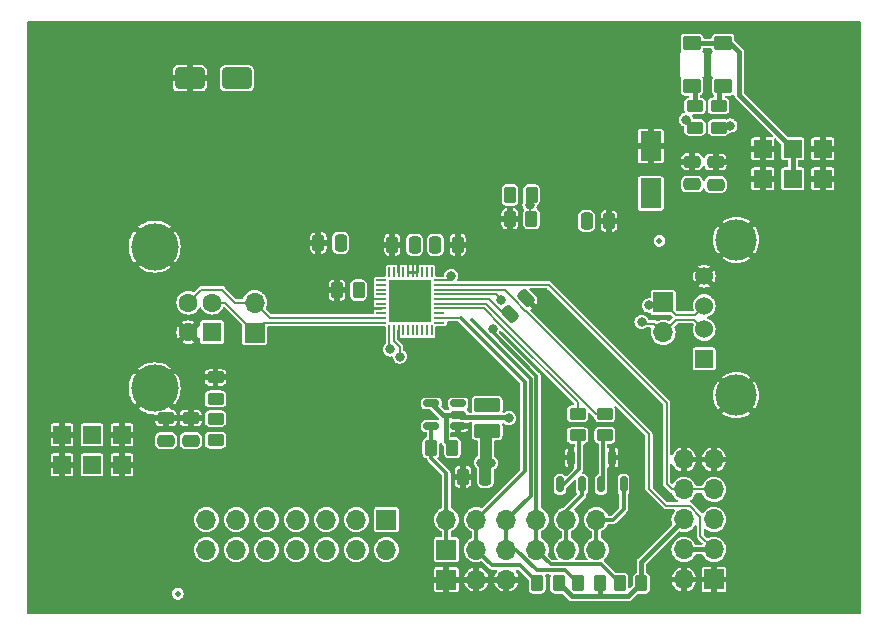
<source format=gbr>
%TF.GenerationSoftware,KiCad,Pcbnew,7.0.7-7.0.7~ubuntu23.04.1*%
%TF.CreationDate,2023-09-27T06:57:11+00:00*%
%TF.ProjectId,USBSDREADER01,55534253-4452-4454-9144-455230312e6b,rev?*%
%TF.SameCoordinates,Original*%
%TF.FileFunction,Copper,L2,Bot*%
%TF.FilePolarity,Positive*%
%FSLAX46Y46*%
G04 Gerber Fmt 4.6, Leading zero omitted, Abs format (unit mm)*
G04 Created by KiCad (PCBNEW 7.0.7-7.0.7~ubuntu23.04.1) date 2023-09-27 06:57:11*
%MOMM*%
%LPD*%
G01*
G04 APERTURE LIST*
G04 Aperture macros list*
%AMRoundRect*
0 Rectangle with rounded corners*
0 $1 Rounding radius*
0 $2 $3 $4 $5 $6 $7 $8 $9 X,Y pos of 4 corners*
0 Add a 4 corners polygon primitive as box body*
4,1,4,$2,$3,$4,$5,$6,$7,$8,$9,$2,$3,0*
0 Add four circle primitives for the rounded corners*
1,1,$1+$1,$2,$3*
1,1,$1+$1,$4,$5*
1,1,$1+$1,$6,$7*
1,1,$1+$1,$8,$9*
0 Add four rect primitives between the rounded corners*
20,1,$1+$1,$2,$3,$4,$5,0*
20,1,$1+$1,$4,$5,$6,$7,0*
20,1,$1+$1,$6,$7,$8,$9,0*
20,1,$1+$1,$8,$9,$2,$3,0*%
G04 Aperture macros list end*
%TA.AperFunction,ComponentPad*%
%ADD10C,6.000000*%
%TD*%
%TA.AperFunction,ComponentPad*%
%ADD11R,1.700000X1.700000*%
%TD*%
%TA.AperFunction,ComponentPad*%
%ADD12O,1.700000X1.700000*%
%TD*%
%TA.AperFunction,ComponentPad*%
%ADD13R,1.600000X1.600000*%
%TD*%
%TA.AperFunction,ComponentPad*%
%ADD14C,1.600000*%
%TD*%
%TA.AperFunction,ComponentPad*%
%ADD15C,4.000000*%
%TD*%
%TA.AperFunction,ComponentPad*%
%ADD16R,1.524000X1.524000*%
%TD*%
%TA.AperFunction,ComponentPad*%
%ADD17C,1.524000*%
%TD*%
%TA.AperFunction,ComponentPad*%
%ADD18C,3.500000*%
%TD*%
%TA.AperFunction,SMDPad,CuDef*%
%ADD19RoundRect,0.250000X0.262500X0.450000X-0.262500X0.450000X-0.262500X-0.450000X0.262500X-0.450000X0*%
%TD*%
%TA.AperFunction,SMDPad,CuDef*%
%ADD20RoundRect,0.150000X0.150000X-0.512500X0.150000X0.512500X-0.150000X0.512500X-0.150000X-0.512500X0*%
%TD*%
%TA.AperFunction,SMDPad,CuDef*%
%ADD21RoundRect,0.250000X0.450000X-0.262500X0.450000X0.262500X-0.450000X0.262500X-0.450000X-0.262500X0*%
%TD*%
%TA.AperFunction,SMDPad,CuDef*%
%ADD22RoundRect,0.250000X0.475000X-0.250000X0.475000X0.250000X-0.475000X0.250000X-0.475000X-0.250000X0*%
%TD*%
%TA.AperFunction,SMDPad,CuDef*%
%ADD23RoundRect,0.250000X0.250000X0.475000X-0.250000X0.475000X-0.250000X-0.475000X0.250000X-0.475000X0*%
%TD*%
%TA.AperFunction,SMDPad,CuDef*%
%ADD24RoundRect,0.250000X-0.450000X0.262500X-0.450000X-0.262500X0.450000X-0.262500X0.450000X0.262500X0*%
%TD*%
%TA.AperFunction,SMDPad,CuDef*%
%ADD25R,1.800000X2.500000*%
%TD*%
%TA.AperFunction,SMDPad,CuDef*%
%ADD26RoundRect,0.250000X1.000000X0.650000X-1.000000X0.650000X-1.000000X-0.650000X1.000000X-0.650000X0*%
%TD*%
%TA.AperFunction,SMDPad,CuDef*%
%ADD27RoundRect,0.166667X-0.583333X0.458333X-0.583333X-0.458333X0.583333X-0.458333X0.583333X0.458333X0*%
%TD*%
%TA.AperFunction,SMDPad,CuDef*%
%ADD28RoundRect,0.166667X0.583333X-0.458333X0.583333X0.458333X-0.583333X0.458333X-0.583333X-0.458333X0*%
%TD*%
%TA.AperFunction,SMDPad,CuDef*%
%ADD29R,0.850000X0.200000*%
%TD*%
%TA.AperFunction,SMDPad,CuDef*%
%ADD30R,0.200000X0.850000*%
%TD*%
%TA.AperFunction,SMDPad,CuDef*%
%ADD31R,3.600000X3.600000*%
%TD*%
%TA.AperFunction,SMDPad,CuDef*%
%ADD32RoundRect,0.250000X0.850000X-0.375000X0.850000X0.375000X-0.850000X0.375000X-0.850000X-0.375000X0*%
%TD*%
%TA.AperFunction,SMDPad,CuDef*%
%ADD33RoundRect,0.250000X-0.262500X-0.450000X0.262500X-0.450000X0.262500X0.450000X-0.262500X0.450000X0*%
%TD*%
%TA.AperFunction,SMDPad,CuDef*%
%ADD34C,0.500000*%
%TD*%
%TA.AperFunction,SMDPad,CuDef*%
%ADD35RoundRect,0.250000X-0.250000X-0.475000X0.250000X-0.475000X0.250000X0.475000X-0.250000X0.475000X0*%
%TD*%
%TA.AperFunction,SMDPad,CuDef*%
%ADD36RoundRect,0.250000X0.159099X-0.512652X0.512652X-0.159099X-0.159099X0.512652X-0.512652X0.159099X0*%
%TD*%
%TA.AperFunction,SMDPad,CuDef*%
%ADD37RoundRect,0.150000X0.512500X0.150000X-0.512500X0.150000X-0.512500X-0.150000X0.512500X-0.150000X0*%
%TD*%
%TA.AperFunction,ViaPad*%
%ADD38C,0.800000*%
%TD*%
%TA.AperFunction,Conductor*%
%ADD39C,0.400000*%
%TD*%
%TA.AperFunction,Conductor*%
%ADD40C,0.200000*%
%TD*%
%TA.AperFunction,Conductor*%
%ADD41C,0.300000*%
%TD*%
%TA.AperFunction,Conductor*%
%ADD42C,1.000000*%
%TD*%
G04 APERTURE END LIST*
D10*
%TO.P,M2,1*%
%TO.N,GND*%
X71120000Y50800000D03*
%TD*%
D11*
%TO.P,J7,1*%
%TO.N,/SDP*%
X40850000Y10825000D03*
D12*
%TO.P,J7,2*%
X40850000Y13365000D03*
%TO.P,J7,3*%
%TO.N,/#RST*%
X43390000Y10825000D03*
%TO.P,J7,4*%
X43390000Y13365000D03*
%TO.P,J7,5*%
%TO.N,/mode*%
X45930000Y10825000D03*
%TO.P,J7,6*%
X45930000Y13365000D03*
%TO.P,J7,7*%
%TO.N,/i2c*%
X48470000Y10825000D03*
%TO.P,J7,8*%
X48470000Y13365000D03*
%TO.P,J7,9*%
%TO.N,Net-(Q2-C)*%
X51010000Y10825000D03*
%TO.P,J7,10*%
X51010000Y13365000D03*
%TO.P,J7,11*%
%TO.N,Net-(Q1-C)*%
X53550000Y10825000D03*
%TO.P,J7,12*%
X53550000Y13365000D03*
%TD*%
D10*
%TO.P,M4,1*%
%TO.N,GND*%
X71120000Y10160000D03*
%TD*%
D11*
%TO.P,J6,1*%
%TO.N,GND*%
X63500000Y8300000D03*
D12*
%TO.P,J6,2*%
X60960000Y8300000D03*
%TO.P,J6,3*%
%TO.N,/SDA*%
X63500000Y10840000D03*
%TO.P,J6,4*%
X60960000Y10840000D03*
%TO.P,J6,5*%
%TO.N,VCC*%
X63500000Y13380000D03*
%TO.P,J6,6*%
X60960000Y13380000D03*
%TO.P,J6,7*%
%TO.N,/SCL*%
X63500000Y15920000D03*
%TO.P,J6,8*%
X60960000Y15920000D03*
%TO.P,J6,9*%
%TO.N,GND*%
X63500000Y18460000D03*
%TO.P,J6,10*%
X60960000Y18460000D03*
%TD*%
D11*
%TO.P,J10,1*%
%TO.N,/USB_IN_D-*%
X24612500Y29205001D03*
D12*
%TO.P,J10,2*%
%TO.N,/USB_IN_D+*%
X24612500Y31745001D03*
%TD*%
D13*
%TO.P,J2,1,VBUS*%
%TO.N,/VBUS*%
X21000000Y29230001D03*
D14*
%TO.P,J2,2,D-*%
%TO.N,/USB_IN_D-*%
X21000000Y31730001D03*
%TO.P,J2,3,D+*%
%TO.N,/USB_IN_D+*%
X19000000Y31730001D03*
%TO.P,J2,4,GND*%
%TO.N,GND*%
X19000000Y29230001D03*
D15*
%TO.P,J2,5,Shield*%
X16140000Y24480001D03*
X16140000Y36480001D03*
%TD*%
D16*
%TO.P,J1,1*%
%TO.N,GND*%
X67640000Y42230000D03*
%TO.P,J1,2*%
X67640000Y44770000D03*
%TO.P,J1,3*%
%TO.N,VCC*%
X70180000Y42230000D03*
%TO.P,J1,4*%
X70180000Y44770000D03*
%TO.P,J1,5*%
%TO.N,GND*%
X72720000Y42230000D03*
%TO.P,J1,6*%
X72720000Y44770000D03*
%TD*%
D10*
%TO.P,M3,1*%
%TO.N,GND*%
X10160000Y10160000D03*
%TD*%
D16*
%TO.P,J3,1,VBUS*%
%TO.N,/VBUS*%
X62672500Y26980001D03*
D17*
%TO.P,J3,2,D-*%
%TO.N,/USB_OUT_D-*%
X62672500Y29480001D03*
%TO.P,J3,3,D+*%
%TO.N,/USB_OUT_D+*%
X62672500Y31480001D03*
%TO.P,J3,4,GND*%
%TO.N,GND*%
X62672500Y33980001D03*
D18*
%TO.P,J3,5,Shield*%
X65382500Y23910001D03*
X65382500Y37050001D03*
%TD*%
D10*
%TO.P,M1,1*%
%TO.N,GND*%
X10160000Y50800000D03*
%TD*%
D11*
%TO.P,J5,1*%
%TO.N,/DAT3*%
X35770000Y13365000D03*
D12*
%TO.P,J5,2*%
X35770000Y10825000D03*
%TO.P,J5,3*%
%TO.N,/DAT2*%
X33230000Y13365000D03*
%TO.P,J5,4*%
X33230000Y10825000D03*
%TO.P,J5,5*%
%TO.N,/DAT1*%
X30690000Y13365000D03*
%TO.P,J5,6*%
X30690000Y10825000D03*
%TO.P,J5,7*%
%TO.N,/DAT0*%
X28150000Y13365000D03*
%TO.P,J5,8*%
X28150000Y10825000D03*
%TO.P,J5,9*%
%TO.N,/PRST*%
X25610000Y13365000D03*
%TO.P,J5,10*%
X25610000Y10825000D03*
%TO.P,J5,11*%
%TO.N,/CMD*%
X23070000Y13365000D03*
%TO.P,J5,12*%
X23070000Y10825000D03*
%TO.P,J5,13*%
%TO.N,/CLK*%
X20530000Y13365000D03*
%TO.P,J5,14*%
X20530000Y10825000D03*
%TD*%
D11*
%TO.P,J11,1*%
%TO.N,/USB_OUT_D+*%
X59200000Y31755001D03*
D12*
%TO.P,J11,2*%
%TO.N,/USB_OUT_D-*%
X59200000Y29215001D03*
%TD*%
D11*
%TO.P,J8,1*%
%TO.N,GND*%
X40850000Y8285000D03*
D12*
%TO.P,J8,2*%
X43390000Y8285000D03*
%TO.P,J8,3*%
X45930000Y8285000D03*
%TD*%
D16*
%TO.P,J4,1*%
%TO.N,GND*%
X13380000Y20550000D03*
%TO.P,J4,2*%
X13380000Y18010000D03*
%TO.P,J4,3*%
%TO.N,/VBUS*%
X10840000Y20550000D03*
%TO.P,J4,4*%
X10840000Y18010000D03*
%TO.P,J4,5*%
%TO.N,GND*%
X8300000Y20550000D03*
%TO.P,J4,6*%
X8300000Y18010000D03*
%TD*%
D19*
%TO.P,R4,1*%
%TO.N,VCC*%
X53852500Y7980000D03*
%TO.P,R4,2*%
%TO.N,/mode*%
X52027500Y7980000D03*
%TD*%
D20*
%TO.P,Q2,1,C*%
%TO.N,Net-(Q2-C)*%
X52350000Y16350000D03*
%TO.P,Q2,2,B*%
%TO.N,Net-(Q2-B)*%
X50450000Y16350000D03*
%TO.P,Q2,3,E*%
%TO.N,GND*%
X51400000Y18625000D03*
%TD*%
D21*
%TO.P,R3,1*%
%TO.N,/KVBUS*%
X21300000Y23587500D03*
%TO.P,R3,2*%
%TO.N,GND*%
X21300000Y25412500D03*
%TD*%
D19*
%TO.P,R1,1*%
%TO.N,/RREF*%
X33412500Y32800000D03*
%TO.P,R1,2*%
%TO.N,GND*%
X31587500Y32800000D03*
%TD*%
D22*
%TO.P,C1,1*%
%TO.N,VCC*%
X63640000Y41730000D03*
%TO.P,C1,2*%
%TO.N,GND*%
X63640000Y43630000D03*
%TD*%
D23*
%TO.P,C7,1*%
%TO.N,/VTM*%
X31900000Y36800000D03*
%TO.P,C7,2*%
%TO.N,GND*%
X30000000Y36800000D03*
%TD*%
D24*
%TO.P,R9,1*%
%TO.N,Net-(D3-A)*%
X63890000Y48392500D03*
%TO.P,R9,2*%
%TO.N,Net-(Q2-C)*%
X63890000Y46567500D03*
%TD*%
D25*
%TO.P,D1,1,K*%
%TO.N,VCC*%
X58140000Y40980000D03*
%TO.P,D1,2,A*%
%TO.N,GND*%
X58140000Y44980000D03*
%TD*%
D20*
%TO.P,Q1,1,C*%
%TO.N,Net-(Q1-C)*%
X55850000Y16350000D03*
%TO.P,Q1,2,B*%
%TO.N,Net-(Q1-B)*%
X53950000Y16350000D03*
%TO.P,Q1,3,E*%
%TO.N,GND*%
X54900000Y18625000D03*
%TD*%
D26*
%TO.P,D2,1,K*%
%TO.N,/VBUS*%
X23112500Y50750000D03*
%TO.P,D2,2,A*%
%TO.N,GND*%
X19112500Y50750000D03*
%TD*%
D23*
%TO.P,C5,1*%
%TO.N,/CLDO*%
X38162500Y36650000D03*
%TO.P,C5,2*%
%TO.N,GND*%
X36262500Y36650000D03*
%TD*%
D27*
%TO.P,D3,1,K*%
%TO.N,VCC*%
X64280000Y53700000D03*
D28*
%TO.P,D3,2,A*%
%TO.N,Net-(D3-A)*%
X64280000Y50100000D03*
%TD*%
D22*
%TO.P,C9,1*%
%TO.N,/VBUS*%
X19200000Y20062500D03*
%TO.P,C9,2*%
%TO.N,GND*%
X19200000Y21962500D03*
%TD*%
D19*
%TO.P,R5,1*%
%TO.N,VCC*%
X57365000Y7980000D03*
%TO.P,R5,2*%
%TO.N,/i2c*%
X55540000Y7980000D03*
%TD*%
D29*
%TO.P,IC1,1,I2C_SEL*%
%TO.N,/i2c*%
X40250000Y33650000D03*
%TO.P,IC1,2,SCL*%
%TO.N,/SCL*%
X40250000Y33250000D03*
%TO.P,IC1,3,SDA*%
%TO.N,/SDA*%
X40250000Y32850000D03*
%TO.P,IC1,4,ADD*%
%TO.N,/i2c_addr*%
X40250000Y32450000D03*
%TO.P,IC1,5,VIO*%
%TO.N,/VIO*%
X40250000Y32050000D03*
%TO.P,IC1,6,~{BERR}/INT*%
%TO.N,/#BERR*%
X40250000Y31650000D03*
%TO.P,IC1,7,~{BUSY}*%
%TO.N,/#BUSSY*%
X40250000Y31250000D03*
%TO.P,IC1,8,MODE*%
%TO.N,/mode*%
X40250000Y30850000D03*
%TO.P,IC1,9,~{RST}*%
%TO.N,/#RST*%
X40250000Y30450000D03*
%TO.P,IC1,10,CDAT1_3*%
%TO.N,Net-(IC1-CDAT1_3)*%
X40250000Y30050000D03*
D30*
%TO.P,IC1,11,CDAT1_2*%
%TO.N,Net-(IC1-CDAT1_2)*%
X39600000Y29400000D03*
%TO.P,IC1,12,CDAT1_1*%
%TO.N,Net-(IC1-CDAT1_1)*%
X39200000Y29400000D03*
%TO.P,IC1,13,CDAT1_0*%
%TO.N,Net-(IC1-CDAT1_0)*%
X38800000Y29400000D03*
%TO.P,IC1,14,HDAT1_3*%
%TO.N,/DAT3*%
X38400000Y29400000D03*
%TO.P,IC1,15,HDAT1_2*%
%TO.N,/DAT2*%
X38000000Y29400000D03*
%TO.P,IC1,16,HDAT1_1*%
%TO.N,/DAT1*%
X37600000Y29400000D03*
%TO.P,IC1,17,HDAT1_0*%
%TO.N,/DAT0*%
X37200000Y29400000D03*
%TO.P,IC1,18,GND_1*%
%TO.N,GND*%
X36800000Y29400000D03*
%TO.P,IC1,19,HD-*%
%TO.N,/USB_OUT_D-*%
X36400000Y29400000D03*
%TO.P,IC1,20,HD+*%
%TO.N,/USB_OUT_D+*%
X36000000Y29400000D03*
D29*
%TO.P,IC1,21,CD-*%
%TO.N,/USB_IN_D-*%
X35350000Y30050000D03*
%TO.P,IC1,22,CD+*%
%TO.N,/USB_IN_D+*%
X35350000Y30450000D03*
%TO.P,IC1,23,VTM*%
%TO.N,/VTM*%
X35350000Y30850000D03*
%TO.P,IC1,24,GND_2*%
%TO.N,GND*%
X35350000Y31250000D03*
%TO.P,IC1,25,FREF*%
%TO.N,unconnected-(IC1-FREF-Pad25)*%
X35350000Y31650000D03*
%TO.P,IC1,26,GND_3*%
%TO.N,GND*%
X35350000Y32050000D03*
%TO.P,IC1,27,RREF*%
%TO.N,/RREF*%
X35350000Y32450000D03*
%TO.P,IC1,28,KVBUS*%
%TO.N,/KVBUS*%
X35350000Y32850000D03*
%TO.P,IC1,29,HCLK1*%
%TO.N,/CLK*%
X35350000Y33250000D03*
%TO.P,IC1,30,HCRD_PRST*%
%TO.N,/PRST*%
X35350000Y33650000D03*
D30*
%TO.P,IC1,31,HCMD1*%
%TO.N,/CMD*%
X36000000Y34300000D03*
%TO.P,IC1,32,CCLK1*%
%TO.N,/CCLK*%
X36400000Y34300000D03*
%TO.P,IC1,33,CCRD_PRST*%
%TO.N,GND*%
X36800000Y34300000D03*
%TO.P,IC1,34,CCMD1*%
%TO.N,/CCMD*%
X37200000Y34300000D03*
%TO.P,IC1,35,N.C._1*%
%TO.N,GND*%
X37600000Y34300000D03*
%TO.P,IC1,36,N.C._2*%
X38000000Y34300000D03*
%TO.P,IC1,37,GND_4*%
X38400000Y34300000D03*
%TO.P,IC1,38,CLDO*%
%TO.N,/CLDO*%
X38800000Y34300000D03*
%TO.P,IC1,39,VCC*%
%TO.N,VCC*%
X39200000Y34300000D03*
%TO.P,IC1,40,VSD*%
%TO.N,/VSD*%
X39600000Y34300000D03*
D31*
%TO.P,IC1,41,GND_5*%
%TO.N,GND*%
X37800000Y31850000D03*
%TD*%
D32*
%TO.P,L1,1*%
%TO.N,/VSD*%
X44300000Y20900000D03*
%TO.P,L1,2*%
%TO.N,Net-(U1-COM)*%
X44300000Y23050000D03*
%TD*%
D19*
%TO.P,R13,1*%
%TO.N,VCC*%
X41362500Y19450000D03*
%TO.P,R13,2*%
%TO.N,/SDP*%
X39537500Y19450000D03*
%TD*%
%TO.P,R12,1*%
%TO.N,VCC*%
X50352500Y7980000D03*
%TO.P,R12,2*%
%TO.N,/#RST*%
X48527500Y7980000D03*
%TD*%
D33*
%TO.P,R7,1*%
%TO.N,VCC*%
X46237500Y40850000D03*
%TO.P,R7,2*%
%TO.N,/i2c_addr*%
X48062500Y40850000D03*
%TD*%
D34*
%TO.P,FID2,*%
%TO.N,*%
X58890000Y36980000D03*
%TD*%
D22*
%TO.P,C10,1*%
%TO.N,/VBUS*%
X17100000Y20062500D03*
%TO.P,C10,2*%
%TO.N,GND*%
X17100000Y21962500D03*
%TD*%
D34*
%TO.P,FID1,*%
%TO.N,*%
X18100000Y7100000D03*
%TD*%
D21*
%TO.P,R11,1*%
%TO.N,Net-(Q1-B)*%
X54250000Y20512500D03*
%TO.P,R11,2*%
%TO.N,/#BERR*%
X54250000Y22337500D03*
%TD*%
D22*
%TO.P,C2,1*%
%TO.N,VCC*%
X61640000Y41780000D03*
%TO.P,C2,2*%
%TO.N,GND*%
X61640000Y43680000D03*
%TD*%
D35*
%TO.P,C3,1*%
%TO.N,/VSD*%
X39912500Y36650000D03*
%TO.P,C3,2*%
%TO.N,GND*%
X41812500Y36650000D03*
%TD*%
D21*
%TO.P,R10,1*%
%TO.N,Net-(Q2-B)*%
X51950000Y20500000D03*
%TO.P,R10,2*%
%TO.N,/#BUSSY*%
X51950000Y22325000D03*
%TD*%
%TO.P,R2,1*%
%TO.N,/VBUS*%
X21300000Y20100000D03*
%TO.P,R2,2*%
%TO.N,/KVBUS*%
X21300000Y21925000D03*
%TD*%
D36*
%TO.P,C6,1*%
%TO.N,/VIO*%
X46250000Y30750000D03*
%TO.P,C6,2*%
%TO.N,GND*%
X47593502Y32093502D03*
%TD*%
D27*
%TO.P,D4,1,K*%
%TO.N,VCC*%
X61640000Y53700000D03*
D28*
%TO.P,D4,2,A*%
%TO.N,Net-(D4-A)*%
X61640000Y50100000D03*
%TD*%
D23*
%TO.P,C8,1*%
%TO.N,/VSD*%
X44150000Y17000000D03*
%TO.P,C8,2*%
%TO.N,GND*%
X42250000Y17000000D03*
%TD*%
D24*
%TO.P,R8,1*%
%TO.N,Net-(D4-A)*%
X61890000Y48392500D03*
%TO.P,R8,2*%
%TO.N,Net-(Q1-C)*%
X61890000Y46567500D03*
%TD*%
D37*
%TO.P,U1,1,COM*%
%TO.N,Net-(U1-COM)*%
X41850000Y23200000D03*
%TO.P,U1,2,NO*%
%TO.N,VCC*%
X41850000Y22250000D03*
%TO.P,U1,3,GND*%
%TO.N,GND*%
X41850000Y21300000D03*
%TO.P,U1,4,IN*%
%TO.N,/SDP*%
X39575000Y21300000D03*
%TO.P,U1,5,VCC*%
%TO.N,VCC*%
X39575000Y23200000D03*
%TD*%
D19*
%TO.P,R6,1*%
%TO.N,/i2c_addr*%
X48050000Y38850000D03*
%TO.P,R6,2*%
%TO.N,GND*%
X46225000Y38850000D03*
%TD*%
D35*
%TO.P,C4,1*%
%TO.N,VCC*%
X52712500Y38650000D03*
%TO.P,C4,2*%
%TO.N,GND*%
X54612500Y38650000D03*
%TD*%
D38*
%TO.N,VCC*%
X46150500Y21950000D03*
%TO.N,/i2c*%
X44758530Y29508530D03*
X41250000Y34000000D03*
%TO.N,/i2c_addr*%
X47890000Y39980000D03*
X45500000Y32000000D03*
%TO.N,/USB_OUT_D-*%
X36912500Y27175501D03*
X57374647Y30125353D03*
%TO.N,/USB_OUT_D+*%
X58000000Y31500000D03*
X36107492Y27778869D03*
%TO.N,Net-(Q2-C)*%
X64890000Y46730000D03*
%TO.N,Net-(Q1-C)*%
X61140000Y47230000D03*
%TO.N,/VSD*%
X44637944Y18160343D03*
X43800000Y18200000D03*
%TD*%
D39*
%TO.N,VCC*%
X64734244Y53730000D02*
X64890000Y53730000D01*
X53852500Y6967500D02*
X53940000Y6880000D01*
X46075500Y22025000D02*
X46150500Y21950000D01*
X65640000Y52980000D02*
X65640000Y49310000D01*
X64704244Y53700000D02*
X64734244Y53730000D01*
X70180000Y42230000D02*
X70180000Y44770000D01*
X64890000Y53730000D02*
X65640000Y52980000D01*
X40787500Y22250000D02*
X41850000Y22250000D01*
X40787500Y22250000D02*
X40525000Y22250000D01*
X41850000Y22250000D02*
X42075000Y22025000D01*
X51452500Y6880000D02*
X53940000Y6880000D01*
X41362500Y19450000D02*
X40787500Y20025000D01*
X65640000Y49310000D02*
X70180000Y44770000D01*
X42075000Y22025000D02*
X46075500Y22025000D01*
X57365000Y9785000D02*
X60960000Y13380000D01*
X56265000Y6880000D02*
X57365000Y7980000D01*
X40787500Y20025000D02*
X40787500Y22250000D01*
X57365000Y7980000D02*
X57365000Y9785000D01*
X61640000Y53700000D02*
X64280000Y53700000D01*
X53940000Y6880000D02*
X56265000Y6880000D01*
X40525000Y22250000D02*
X39575000Y23200000D01*
X53852500Y7980000D02*
X53852500Y6967500D01*
X50352500Y7980000D02*
X51452500Y6880000D01*
X64280000Y53700000D02*
X64704244Y53700000D01*
D40*
%TO.N,/VIO*%
X44450000Y32050000D02*
X45750000Y30750000D01*
X40250000Y32050000D02*
X44450000Y32050000D01*
X45750000Y30750000D02*
X46250000Y30750000D01*
D39*
%TO.N,Net-(D3-A)*%
X63890000Y48392500D02*
X63890000Y49710000D01*
X63890000Y49710000D02*
X64280000Y50100000D01*
%TO.N,Net-(D4-A)*%
X61890000Y49850000D02*
X61640000Y50100000D01*
X61890000Y48392500D02*
X61890000Y49850000D01*
D41*
%TO.N,/i2c*%
X48470000Y10825000D02*
X48450000Y10845000D01*
X44758530Y29241470D02*
X48470000Y25530000D01*
D40*
X40250000Y33650000D02*
X41300000Y33650000D01*
D41*
X48470000Y10825000D02*
X49715000Y9580000D01*
X44758530Y29508530D02*
X44758530Y29241470D01*
X49715000Y9580000D02*
X53940000Y9580000D01*
X53940000Y9580000D02*
X55540000Y7980000D01*
X48470000Y25530000D02*
X48470000Y13365000D01*
X48470000Y10825000D02*
X48470000Y13365000D01*
D40*
%TO.N,/SCL*%
X40250000Y33250000D02*
X49500000Y33250000D01*
X49500000Y33250000D02*
X59500000Y23250000D01*
X59955000Y15920000D02*
X63500000Y15920000D01*
X59500000Y23250000D02*
X59500000Y16375000D01*
X59500000Y16375000D02*
X59955000Y15920000D01*
%TO.N,/SDA*%
X62350000Y11990000D02*
X63500000Y10840000D01*
X47589150Y31030850D02*
X58000000Y20620000D01*
X46530850Y32089150D02*
X46530850Y32024783D01*
X47524783Y31030850D02*
X47589150Y31030850D01*
X58000000Y15980000D02*
X59450000Y14530000D01*
X45770000Y32850000D02*
X46530850Y32089150D01*
X40250000Y32850000D02*
X45770000Y32850000D01*
X61436346Y14530000D02*
X62350000Y13616346D01*
X58000000Y20620000D02*
X58000000Y15980000D01*
D39*
X60960000Y10840000D02*
X63500000Y10840000D01*
D40*
X62350000Y13616346D02*
X62350000Y11990000D01*
X59450000Y14530000D02*
X61436346Y14530000D01*
X46530850Y32024783D02*
X47524783Y31030850D01*
%TO.N,/i2c_addr*%
X47890000Y39980000D02*
X47890000Y40677500D01*
X47890000Y39010000D02*
X48050000Y38850000D01*
X47890000Y40677500D02*
X48062500Y40850000D01*
X47890000Y39980000D02*
X47890000Y39010000D01*
X45050000Y32450000D02*
X45500000Y32000000D01*
X40250000Y32450000D02*
X45050000Y32450000D01*
%TO.N,/#BERR*%
X45858530Y29957156D02*
X53478186Y22337500D01*
X53478186Y22337500D02*
X54250000Y22337500D01*
X45858530Y29964166D02*
X45858530Y29957156D01*
X44172696Y31650000D02*
X45858530Y29964166D01*
X40250000Y31650000D02*
X44172696Y31650000D01*
%TO.N,/#BUSSY*%
X44007010Y31250000D02*
X45458530Y29798480D01*
X45458530Y29798480D02*
X45458530Y29791470D01*
X51950000Y23300000D02*
X51950000Y22325000D01*
X40250000Y31250000D02*
X44007010Y31250000D01*
X45458530Y29791470D02*
X51950000Y23300000D01*
D41*
%TO.N,/mode*%
X48517943Y9080000D02*
X50915000Y9080000D01*
X45930000Y10825000D02*
X46772943Y10825000D01*
X50915000Y9080000D02*
X51815000Y8180000D01*
X47970000Y25237105D02*
X42978553Y30228553D01*
X47970000Y15405000D02*
X47970000Y25237105D01*
X46772943Y10825000D02*
X48517943Y9080000D01*
X45930000Y10825000D02*
X45930000Y13365000D01*
X45930000Y13365000D02*
X47970000Y15405000D01*
%TO.N,/#RST*%
X47470000Y17445000D02*
X47470000Y25029999D01*
D40*
X42050000Y30450000D02*
X42100000Y30400000D01*
D41*
X43390000Y10825000D02*
X43390000Y13365000D01*
X47470000Y25029999D02*
X42100000Y30400000D01*
X47110000Y9485000D02*
X48415000Y8180000D01*
X44730000Y9485000D02*
X47110000Y9485000D01*
D40*
X40250000Y30450000D02*
X42050000Y30450000D01*
D41*
X43390000Y10825000D02*
X44730000Y9485000D01*
X43390000Y13365000D02*
X47470000Y17445000D01*
D40*
%TO.N,/USB_OUT_D-*%
X60284999Y30300000D02*
X59200000Y29215001D01*
X57450000Y29950000D02*
X58465001Y29950000D01*
X62672500Y29480001D02*
X61852501Y30300000D01*
X61852501Y30300000D02*
X60284999Y30300000D01*
X36400000Y28476311D02*
X36400000Y29400000D01*
X36912500Y27175501D02*
X36912500Y27963811D01*
X58465001Y29950000D02*
X59200000Y29215001D01*
X57374647Y30125353D02*
X57374647Y30025353D01*
X57374647Y30025353D02*
X57450000Y29950000D01*
X36912500Y27963811D02*
X36400000Y28476311D01*
%TO.N,/USB_OUT_D+*%
X58434314Y31500000D02*
X58689315Y31755001D01*
X58689315Y31755001D02*
X59200000Y31755001D01*
X58000000Y31500000D02*
X58434314Y31500000D01*
X36000000Y27886361D02*
X36000000Y29400000D01*
X60255000Y30700000D02*
X59200000Y31755001D01*
X36107492Y27778869D02*
X36000000Y27886361D01*
X62672500Y31480001D02*
X61892499Y30700000D01*
X61892499Y30700000D02*
X60255000Y30700000D01*
%TO.N,/USB_IN_D-*%
X34492331Y30023076D02*
X25430575Y30023076D01*
X24612500Y29205001D02*
X22087500Y31730001D01*
X34519255Y30050000D02*
X34492331Y30023076D01*
X25430575Y30023076D02*
X24612500Y29205001D01*
X22087500Y31730001D02*
X21000000Y31730001D01*
X35350000Y30050000D02*
X34519255Y30050000D01*
%TO.N,/USB_IN_D+*%
X34515407Y30450000D02*
X34492331Y30473076D01*
X24612500Y31745001D02*
X22954999Y31745001D01*
X34492331Y30473076D02*
X25884425Y30473076D01*
X22954999Y31745001D02*
X21869999Y32830001D01*
X35350000Y30450000D02*
X34515407Y30450000D01*
X25884425Y30473076D02*
X24612500Y31745001D01*
X21869999Y32830001D02*
X20100000Y32830001D01*
X20100000Y32830001D02*
X19000000Y31730001D01*
D41*
%TO.N,/SDP*%
X40850000Y10825000D02*
X40850000Y13365000D01*
X39575000Y18575000D02*
X39575000Y21300000D01*
X40850000Y13365000D02*
X40850000Y17300000D01*
X40850000Y17300000D02*
X39575000Y18575000D01*
%TO.N,Net-(Q2-C)*%
X51010000Y10825000D02*
X51010000Y13365000D01*
X64052500Y46730000D02*
X63890000Y46567500D01*
X51010000Y14110000D02*
X51010000Y13365000D01*
X52350000Y16350000D02*
X52350000Y15450000D01*
X64890000Y46730000D02*
X64052500Y46730000D01*
X52350000Y15450000D02*
X51010000Y14110000D01*
%TO.N,Net-(Q1-C)*%
X53550000Y13365000D02*
X54965000Y13365000D01*
X61140000Y47230000D02*
X61227500Y47230000D01*
X61227500Y47230000D02*
X61890000Y46567500D01*
X53550000Y10825000D02*
X53550000Y13365000D01*
X55850000Y14250000D02*
X55850000Y16350000D01*
X54965000Y13365000D02*
X55850000Y14250000D01*
%TO.N,Net-(Q2-B)*%
X51850000Y17400000D02*
X51850000Y17407107D01*
X52100000Y17657107D02*
X52100000Y20500000D01*
X51850000Y17407107D02*
X52100000Y17657107D01*
X50450000Y16350000D02*
X50800000Y16350000D01*
X50800000Y16350000D02*
X51850000Y17400000D01*
%TO.N,Net-(Q1-B)*%
X54100000Y20512500D02*
X54100000Y16500000D01*
X54100000Y16500000D02*
X53950000Y16350000D01*
D42*
%TO.N,/VSD*%
X44200000Y20800000D02*
X44300000Y20900000D01*
X44150000Y18348287D02*
X44150000Y17000000D01*
X44200000Y18498287D02*
X44200000Y20800000D01*
%TD*%
%TA.AperFunction,Conductor*%
%TO.N,GND*%
G36*
X45480614Y29343982D02*
G01*
X45486325Y29338704D01*
X51618025Y23207004D01*
X51645802Y23152487D01*
X51636231Y23092055D01*
X51592966Y23048790D01*
X51548021Y23038000D01*
X51445725Y23038000D01*
X51415305Y23035147D01*
X51415296Y23035145D01*
X51287116Y22990293D01*
X51177855Y22909655D01*
X51177845Y22909645D01*
X51097207Y22800384D01*
X51052355Y22672204D01*
X51052353Y22672195D01*
X51049500Y22641775D01*
X51049500Y22008226D01*
X51052353Y21977806D01*
X51052355Y21977797D01*
X51097207Y21849617D01*
X51177845Y21740356D01*
X51177847Y21740354D01*
X51177850Y21740350D01*
X51177853Y21740348D01*
X51177855Y21740346D01*
X51287116Y21659708D01*
X51287117Y21659708D01*
X51287118Y21659707D01*
X51415301Y21614854D01*
X51445725Y21612001D01*
X51445727Y21612000D01*
X51445734Y21612000D01*
X52454273Y21612000D01*
X52454273Y21612001D01*
X52484699Y21614854D01*
X52612882Y21659707D01*
X52722150Y21740350D01*
X52802793Y21849618D01*
X52847646Y21977801D01*
X52850499Y22008227D01*
X52850500Y22008227D01*
X52850500Y22301209D01*
X52869407Y22359400D01*
X52918907Y22395364D01*
X52980093Y22395364D01*
X53019502Y22371213D01*
X53124003Y22266712D01*
X53219621Y22171094D01*
X53227723Y22159853D01*
X53228702Y22160591D01*
X53234230Y22153270D01*
X53269755Y22120884D01*
X53271409Y22119305D01*
X53283948Y22106767D01*
X53285389Y22105326D01*
X53288321Y22103317D01*
X53293691Y22099063D01*
X53318389Y22076548D01*
X53348654Y22023372D01*
X53350259Y22012632D01*
X53352353Y21990306D01*
X53352355Y21990297D01*
X53397207Y21862117D01*
X53477845Y21752856D01*
X53477847Y21752854D01*
X53477850Y21752850D01*
X53477853Y21752848D01*
X53477855Y21752846D01*
X53587116Y21672208D01*
X53587117Y21672208D01*
X53587118Y21672207D01*
X53715301Y21627354D01*
X53745725Y21624501D01*
X53745727Y21624500D01*
X53745734Y21624500D01*
X54754273Y21624500D01*
X54754273Y21624501D01*
X54784699Y21627354D01*
X54912882Y21672207D01*
X55022150Y21752850D01*
X55102793Y21862118D01*
X55147646Y21990301D01*
X55150499Y22020727D01*
X55150500Y22020727D01*
X55150500Y22654274D01*
X55150499Y22654275D01*
X55147646Y22684699D01*
X55102793Y22812882D01*
X55100250Y22816327D01*
X55080909Y22874373D01*
X55099380Y22932704D01*
X55148609Y22969038D01*
X55209793Y22969496D01*
X55249910Y22945119D01*
X57670504Y20524525D01*
X57698281Y20470008D01*
X57699500Y20454521D01*
X57699500Y16045165D01*
X57697280Y16031487D01*
X57698494Y16031317D01*
X57697226Y16022234D01*
X57699447Y15974217D01*
X57699500Y15971931D01*
X57699500Y15952158D01*
X57700152Y15948668D01*
X57700943Y15941851D01*
X57702414Y15910013D01*
X57702415Y15910006D01*
X57706384Y15901018D01*
X57713133Y15879227D01*
X57714939Y15869567D01*
X57731717Y15842467D01*
X57734915Y15836400D01*
X57747793Y15807237D01*
X57747794Y15807235D01*
X57754745Y15800284D01*
X57768907Y15782404D01*
X57774081Y15774048D01*
X57799511Y15754844D01*
X57804690Y15750338D01*
X59191437Y14363591D01*
X59199537Y14352352D01*
X59200516Y14353091D01*
X59206044Y14345770D01*
X59241559Y14313394D01*
X59243211Y14311816D01*
X59253999Y14301029D01*
X59257203Y14297825D01*
X59259454Y14296283D01*
X59260130Y14295820D01*
X59265512Y14291557D01*
X59281992Y14276534D01*
X59289067Y14270084D01*
X59298228Y14266536D01*
X59318416Y14255895D01*
X59326520Y14250343D01*
X59357558Y14243043D01*
X59364096Y14241018D01*
X59393827Y14229500D01*
X59403652Y14229500D01*
X59426316Y14226871D01*
X59435881Y14224621D01*
X59460494Y14228055D01*
X59467453Y14229025D01*
X59474299Y14229500D01*
X60088876Y14229500D01*
X60147067Y14210593D01*
X60183031Y14161093D01*
X60183031Y14099907D01*
X60165404Y14067695D01*
X60082317Y13966453D01*
X60082316Y13966453D01*
X59984768Y13783955D01*
X59924699Y13585935D01*
X59924698Y13585930D01*
X59904417Y13380004D01*
X59904417Y13379997D01*
X59924698Y13174071D01*
X59924699Y13174066D01*
X59968679Y13029083D01*
X59967478Y12967909D01*
X59943946Y12930341D01*
X57059516Y10045909D01*
X57059515Y10045908D01*
X57036950Y10023342D01*
X57036948Y10023340D01*
X57025997Y10001849D01*
X57017887Y9988615D01*
X57003706Y9969094D01*
X57003701Y9969085D01*
X56996249Y9946148D01*
X56990305Y9931798D01*
X56979355Y9910309D01*
X56979352Y9910299D01*
X56975577Y9886471D01*
X56971953Y9871376D01*
X56964501Y9848438D01*
X56964500Y9848431D01*
X56964500Y8929240D01*
X56945593Y8871049D01*
X56898199Y8835796D01*
X56889619Y8832794D01*
X56889614Y8832792D01*
X56780355Y8752155D01*
X56780345Y8752145D01*
X56699707Y8642884D01*
X56654855Y8514704D01*
X56654853Y8514695D01*
X56652000Y8484275D01*
X56652000Y7874401D01*
X56633093Y7816210D01*
X56623004Y7804398D01*
X56422002Y7603397D01*
X56367487Y7575620D01*
X56307055Y7585191D01*
X56263790Y7628456D01*
X56253000Y7673401D01*
X56253000Y8484273D01*
X56252999Y8484275D01*
X56250146Y8514695D01*
X56250146Y8514699D01*
X56205293Y8642882D01*
X56193418Y8658972D01*
X56124654Y8752145D01*
X56124652Y8752147D01*
X56124650Y8752150D01*
X56124646Y8752153D01*
X56124644Y8752155D01*
X56015383Y8832793D01*
X55887203Y8877645D01*
X55887194Y8877647D01*
X55856774Y8880500D01*
X55856766Y8880500D01*
X55223234Y8880500D01*
X55192812Y8877647D01*
X55189069Y8877296D01*
X55129368Y8890688D01*
X55109822Y8905860D01*
X54220801Y9794881D01*
X54207925Y9810738D01*
X54201437Y9820669D01*
X54186623Y9832199D01*
X54152315Y9882861D01*
X54154338Y9944013D01*
X54184623Y9986851D01*
X54296410Y10078590D01*
X54427685Y10238550D01*
X54525232Y10421046D01*
X54585300Y10619066D01*
X54585301Y10619071D01*
X54605583Y10824997D01*
X54605583Y10825004D01*
X54585301Y11030930D01*
X54585300Y11030935D01*
X54552969Y11137517D01*
X54525232Y11228954D01*
X54427685Y11411450D01*
X54415372Y11426453D01*
X54296414Y11571405D01*
X54296410Y11571410D01*
X54296404Y11571415D01*
X54136452Y11702684D01*
X53952831Y11800833D01*
X53910425Y11844939D01*
X53900500Y11888143D01*
X53900500Y12301858D01*
X53919407Y12360049D01*
X53952831Y12389168D01*
X53953954Y12389768D01*
X54136450Y12487315D01*
X54296410Y12618590D01*
X54427685Y12778550D01*
X54525232Y12961046D01*
X54525232Y12961048D01*
X54525832Y12962169D01*
X54569938Y13004575D01*
X54613142Y13014500D01*
X54918381Y13014500D01*
X54938696Y13012393D01*
X54940844Y13011943D01*
X54950315Y13009957D01*
X54983712Y13014121D01*
X54989837Y13014500D01*
X54994041Y13014500D01*
X55004790Y13016294D01*
X55015540Y13018088D01*
X55066393Y13024427D01*
X55066396Y13024429D01*
X55073429Y13026523D01*
X55080377Y13028908D01*
X55080381Y13028908D01*
X55125444Y13053296D01*
X55171484Y13075802D01*
X55177470Y13080077D01*
X55183256Y13084580D01*
X55217957Y13122276D01*
X55637402Y13541721D01*
X56064884Y13969204D01*
X56080734Y13982074D01*
X56090669Y13988563D01*
X56111338Y14015121D01*
X56115388Y14019708D01*
X56118375Y14022693D01*
X56131044Y14040439D01*
X56162517Y14080874D01*
X56162518Y14080880D01*
X56166023Y14087355D01*
X56169239Y14093933D01*
X56169238Y14093933D01*
X56169240Y14093934D01*
X56183861Y14143046D01*
X56200500Y14191512D01*
X56200500Y14191517D01*
X56201707Y14198746D01*
X56202617Y14206046D01*
X56200500Y14257232D01*
X56200500Y15501312D01*
X56219407Y15559503D01*
X56229490Y15571310D01*
X56289198Y15631017D01*
X56340573Y15736107D01*
X56350500Y15804240D01*
X56350500Y16895760D01*
X56340573Y16963893D01*
X56334858Y16975583D01*
X56315483Y17015215D01*
X56289198Y17068983D01*
X56206483Y17151698D01*
X56200101Y17154818D01*
X56101395Y17203073D01*
X56074139Y17207044D01*
X56033260Y17213000D01*
X55666740Y17213000D01*
X55632673Y17208037D01*
X55598604Y17203073D01*
X55493518Y17151699D01*
X55410801Y17068982D01*
X55359427Y16963896D01*
X55359427Y16963893D01*
X55349500Y16895760D01*
X55349500Y15804240D01*
X55353899Y15774048D01*
X55359427Y15736105D01*
X55396591Y15660086D01*
X55410802Y15631017D01*
X55470505Y15571314D01*
X55498281Y15516799D01*
X55499500Y15501312D01*
X55499500Y14436191D01*
X55480593Y14378000D01*
X55470504Y14366187D01*
X54848814Y13744496D01*
X54794297Y13716719D01*
X54778810Y13715500D01*
X54613142Y13715500D01*
X54554951Y13734407D01*
X54525832Y13767831D01*
X54517214Y13783954D01*
X54427685Y13951450D01*
X54415377Y13966447D01*
X54296414Y14111405D01*
X54296410Y14111410D01*
X54296404Y14111415D01*
X54136452Y14242684D01*
X53953954Y14340232D01*
X53755934Y14400301D01*
X53755929Y14400302D01*
X53550003Y14420583D01*
X53549997Y14420583D01*
X53344070Y14400302D01*
X53344065Y14400301D01*
X53146045Y14340232D01*
X52963547Y14242684D01*
X52803595Y14111415D01*
X52803585Y14111405D01*
X52672316Y13951453D01*
X52574768Y13768955D01*
X52514699Y13570935D01*
X52514698Y13570930D01*
X52494417Y13365004D01*
X52494417Y13364997D01*
X52514698Y13159071D01*
X52514699Y13159066D01*
X52574768Y12961046D01*
X52672316Y12778548D01*
X52688189Y12759207D01*
X52803590Y12618590D01*
X52803595Y12618586D01*
X52963547Y12487317D01*
X52963548Y12487317D01*
X52963550Y12487315D01*
X53146046Y12389768D01*
X53147169Y12389168D01*
X53189575Y12345062D01*
X53199500Y12301858D01*
X53199500Y11888143D01*
X53180593Y11829952D01*
X53147169Y11800833D01*
X52963547Y11702684D01*
X52803595Y11571415D01*
X52803585Y11571405D01*
X52672316Y11411453D01*
X52574768Y11228955D01*
X52514699Y11030935D01*
X52514698Y11030930D01*
X52494417Y10825004D01*
X52494417Y10824997D01*
X52514698Y10619071D01*
X52514699Y10619066D01*
X52574768Y10421046D01*
X52672316Y10238548D01*
X52737320Y10159341D01*
X52792335Y10092304D01*
X52814635Y10035328D01*
X52799187Y9976125D01*
X52751890Y9937310D01*
X52715807Y9930500D01*
X51844193Y9930500D01*
X51786002Y9949407D01*
X51750038Y9998907D01*
X51750038Y10060093D01*
X51767663Y10092304D01*
X51887685Y10238550D01*
X51985232Y10421046D01*
X52045300Y10619066D01*
X52045301Y10619071D01*
X52065583Y10824997D01*
X52065583Y10825004D01*
X52045301Y11030930D01*
X52045300Y11030935D01*
X52012969Y11137517D01*
X51985232Y11228954D01*
X51887685Y11411450D01*
X51875372Y11426453D01*
X51756414Y11571405D01*
X51756410Y11571410D01*
X51756404Y11571415D01*
X51596452Y11702684D01*
X51412831Y11800833D01*
X51370425Y11844939D01*
X51360500Y11888143D01*
X51360500Y12301858D01*
X51379407Y12360049D01*
X51412831Y12389168D01*
X51413954Y12389768D01*
X51596450Y12487315D01*
X51756410Y12618590D01*
X51887685Y12778550D01*
X51985232Y12961046D01*
X52045300Y13159066D01*
X52045301Y13159071D01*
X52065583Y13364997D01*
X52065583Y13365004D01*
X52045301Y13570930D01*
X52045300Y13570935D01*
X52027078Y13631003D01*
X51985232Y13768954D01*
X51887685Y13951450D01*
X51875377Y13966447D01*
X51756414Y14111405D01*
X51756410Y14111410D01*
X51703908Y14154497D01*
X51670921Y14206028D01*
X51674523Y14267107D01*
X51696707Y14301027D01*
X52564884Y15169204D01*
X52580734Y15182074D01*
X52590669Y15188563D01*
X52611338Y15215121D01*
X52615388Y15219708D01*
X52618375Y15222693D01*
X52618381Y15222701D01*
X52631041Y15240434D01*
X52662516Y15280873D01*
X52666008Y15287327D01*
X52669237Y15293931D01*
X52669237Y15293932D01*
X52669239Y15293934D01*
X52683856Y15343034D01*
X52700500Y15391512D01*
X52700500Y15391516D01*
X52701706Y15398741D01*
X52702617Y15406046D01*
X52700500Y15457231D01*
X52700500Y15501312D01*
X52719407Y15559503D01*
X52729490Y15571310D01*
X52789198Y15631017D01*
X52840573Y15736107D01*
X52850500Y15804240D01*
X52850500Y16895760D01*
X52840573Y16963893D01*
X52834858Y16975583D01*
X52815483Y17015215D01*
X52789198Y17068983D01*
X52706483Y17151698D01*
X52700101Y17154818D01*
X52601395Y17203073D01*
X52574139Y17207044D01*
X52533260Y17213000D01*
X52393607Y17213000D01*
X52335416Y17231907D01*
X52299452Y17281407D01*
X52299452Y17342593D01*
X52335416Y17392093D01*
X52339461Y17394881D01*
X52340669Y17395670D01*
X52361338Y17422228D01*
X52365388Y17426815D01*
X52368375Y17429800D01*
X52381044Y17447545D01*
X52412517Y17487981D01*
X52412519Y17487989D01*
X52416021Y17494458D01*
X52419238Y17501039D01*
X52419237Y17501039D01*
X52419239Y17501040D01*
X52433858Y17550145D01*
X52450500Y17598619D01*
X52450500Y17598620D01*
X52451706Y17605848D01*
X52452617Y17613153D01*
X52450500Y17664338D01*
X52450500Y19707643D01*
X52469407Y19765834D01*
X52516802Y19801087D01*
X52556822Y19815091D01*
X52612882Y19834707D01*
X52722150Y19915350D01*
X52802793Y20024618D01*
X52847646Y20152801D01*
X52850499Y20183227D01*
X52850500Y20183227D01*
X52850500Y20195726D01*
X53349500Y20195726D01*
X53352353Y20165306D01*
X53352355Y20165297D01*
X53397207Y20037117D01*
X53477845Y19927856D01*
X53477847Y19927854D01*
X53477850Y19927850D01*
X53477853Y19927848D01*
X53477855Y19927846D01*
X53587116Y19847208D01*
X53587117Y19847208D01*
X53587118Y19847207D01*
X53605114Y19840910D01*
X53683198Y19813587D01*
X53731878Y19776522D01*
X53749500Y19720143D01*
X53749500Y17289752D01*
X53730593Y17231561D01*
X53693980Y17200811D01*
X53593518Y17151699D01*
X53510801Y17068982D01*
X53459427Y16963896D01*
X53459427Y16963893D01*
X53449500Y16895760D01*
X53449500Y15804240D01*
X53453899Y15774048D01*
X53459427Y15736105D01*
X53496591Y15660086D01*
X53510802Y15631017D01*
X53593517Y15548302D01*
X53624818Y15533000D01*
X53698604Y15496928D01*
X53698605Y15496928D01*
X53698607Y15496927D01*
X53766740Y15487000D01*
X53766743Y15487000D01*
X54133257Y15487000D01*
X54133260Y15487000D01*
X54201393Y15496927D01*
X54306483Y15548302D01*
X54389198Y15631017D01*
X54440573Y15736107D01*
X54450500Y15804240D01*
X54450500Y16434511D01*
X54452437Y16447796D01*
X54451602Y16447900D01*
X54452617Y16456046D01*
X54450500Y16507231D01*
X54450500Y17710736D01*
X54469407Y17768927D01*
X54518907Y17804891D01*
X54580093Y17804891D01*
X54592981Y17799677D01*
X54648752Y17772412D01*
X54650000Y17772231D01*
X55150000Y17772231D01*
X55151248Y17772412D01*
X55256187Y17823714D01*
X55338786Y17906313D01*
X55390087Y18011252D01*
X55400000Y18079285D01*
X55400000Y18374999D01*
X55399999Y18375000D01*
X55150001Y18375000D01*
X55150000Y18374999D01*
X55150000Y17772231D01*
X54650000Y17772231D01*
X54649999Y19477770D01*
X54649999Y19477771D01*
X55150000Y19477771D01*
X55150000Y18875001D01*
X55150001Y18875000D01*
X55399998Y18875000D01*
X55399999Y18875002D01*
X55399999Y19170714D01*
X55399998Y19170717D01*
X55390087Y19238751D01*
X55338785Y19343689D01*
X55256187Y19426287D01*
X55151246Y19477589D01*
X55150000Y19477771D01*
X54649999Y19477771D01*
X54648751Y19477589D01*
X54592979Y19450324D01*
X54532397Y19441753D01*
X54478348Y19470429D01*
X54451476Y19525398D01*
X54450500Y19539265D01*
X54450500Y19700500D01*
X54469407Y19758691D01*
X54518907Y19794655D01*
X54549500Y19799500D01*
X54754273Y19799500D01*
X54754273Y19799501D01*
X54784699Y19802354D01*
X54912882Y19847207D01*
X55022150Y19927850D01*
X55102793Y20037118D01*
X55147646Y20165301D01*
X55150499Y20195727D01*
X55150500Y20195727D01*
X55150500Y20829274D01*
X55150499Y20829275D01*
X55147646Y20859699D01*
X55102793Y20987882D01*
X55083516Y21014001D01*
X55022154Y21097145D01*
X55022152Y21097147D01*
X55022150Y21097150D01*
X55022146Y21097153D01*
X55022144Y21097155D01*
X54912883Y21177793D01*
X54784703Y21222645D01*
X54784694Y21222647D01*
X54754274Y21225500D01*
X54754266Y21225500D01*
X53745734Y21225500D01*
X53745725Y21225500D01*
X53715305Y21222647D01*
X53715296Y21222645D01*
X53587116Y21177793D01*
X53477855Y21097155D01*
X53477845Y21097145D01*
X53397207Y20987884D01*
X53352355Y20859704D01*
X53352353Y20859695D01*
X53349500Y20829275D01*
X53349500Y20195726D01*
X52850500Y20195726D01*
X52850500Y20816774D01*
X52850499Y20816775D01*
X52850422Y20817601D01*
X52847646Y20847199D01*
X52802793Y20975382D01*
X52801163Y20977590D01*
X52722154Y21084645D01*
X52722152Y21084647D01*
X52722150Y21084650D01*
X52722146Y21084653D01*
X52722144Y21084655D01*
X52612883Y21165293D01*
X52484703Y21210145D01*
X52484694Y21210147D01*
X52454274Y21213000D01*
X52454266Y21213000D01*
X51445734Y21213000D01*
X51445725Y21213000D01*
X51415305Y21210147D01*
X51415296Y21210145D01*
X51287116Y21165293D01*
X51177855Y21084655D01*
X51177845Y21084645D01*
X51097207Y20975384D01*
X51052355Y20847204D01*
X51052353Y20847195D01*
X51049500Y20816775D01*
X51049500Y20183226D01*
X51052353Y20152806D01*
X51052355Y20152797D01*
X51097207Y20024617D01*
X51177845Y19915356D01*
X51177847Y19915354D01*
X51177850Y19915350D01*
X51177853Y19915348D01*
X51177855Y19915346D01*
X51287116Y19834708D01*
X51287117Y19834708D01*
X51287118Y19834707D01*
X51415301Y19789854D01*
X51445725Y19787001D01*
X51445727Y19787000D01*
X51445734Y19787000D01*
X51650500Y19787000D01*
X51708691Y19768093D01*
X51744655Y19718593D01*
X51749500Y19688000D01*
X51749500Y19577743D01*
X51730593Y19519552D01*
X51681093Y19483588D01*
X51654074Y19481294D01*
X51650000Y19477770D01*
X51650000Y17748691D01*
X51631093Y17690500D01*
X51614663Y17674866D01*
X51615367Y17674101D01*
X51609332Y17668546D01*
X51588664Y17641993D01*
X51584605Y17637395D01*
X51581624Y17634414D01*
X51568952Y17616665D01*
X51563707Y17609929D01*
X51559647Y17605332D01*
X51026252Y17071936D01*
X50971735Y17044159D01*
X50911303Y17053730D01*
X50886247Y17071934D01*
X50806483Y17151698D01*
X50800101Y17154818D01*
X50701395Y17203073D01*
X50674139Y17207044D01*
X50633260Y17213000D01*
X50266740Y17213000D01*
X50232673Y17208037D01*
X50198604Y17203073D01*
X50093518Y17151699D01*
X50010801Y17068982D01*
X49959427Y16963896D01*
X49959427Y16963893D01*
X49949500Y16895760D01*
X49949500Y15804240D01*
X49953899Y15774048D01*
X49959427Y15736105D01*
X49996591Y15660086D01*
X50010802Y15631017D01*
X50093517Y15548302D01*
X50124818Y15533000D01*
X50198604Y15496928D01*
X50198605Y15496928D01*
X50198607Y15496927D01*
X50266740Y15487000D01*
X50266743Y15487000D01*
X50633257Y15487000D01*
X50633260Y15487000D01*
X50701393Y15496927D01*
X50806483Y15548302D01*
X50889198Y15631017D01*
X50940573Y15736107D01*
X50950500Y15804240D01*
X50950500Y15971634D01*
X50969407Y16029825D01*
X51000105Y16055608D01*
X50999803Y16056031D01*
X51005194Y16059881D01*
X51006022Y16060576D01*
X51006484Y16060802D01*
X51012470Y16065077D01*
X51018256Y16069580D01*
X51052957Y16107276D01*
X51362916Y16417235D01*
X51680498Y16734818D01*
X51735013Y16762593D01*
X51795445Y16753022D01*
X51838710Y16709757D01*
X51849500Y16664813D01*
X51849500Y15804240D01*
X51853899Y15774048D01*
X51859427Y15736105D01*
X51910802Y15631017D01*
X51913956Y15626599D01*
X51932380Y15568253D01*
X51912990Y15510222D01*
X51903387Y15499071D01*
X50822391Y14418075D01*
X50781125Y14393342D01*
X50606045Y14340232D01*
X50423547Y14242684D01*
X50263595Y14111415D01*
X50263585Y14111405D01*
X50132316Y13951453D01*
X50034768Y13768955D01*
X49974699Y13570935D01*
X49974698Y13570930D01*
X49954417Y13365004D01*
X49954417Y13364997D01*
X49974698Y13159071D01*
X49974699Y13159066D01*
X50034768Y12961046D01*
X50132316Y12778548D01*
X50148189Y12759207D01*
X50263590Y12618590D01*
X50263595Y12618586D01*
X50423547Y12487317D01*
X50423548Y12487317D01*
X50423550Y12487315D01*
X50606046Y12389768D01*
X50607169Y12389168D01*
X50649575Y12345062D01*
X50659500Y12301858D01*
X50659500Y11888143D01*
X50640593Y11829952D01*
X50607169Y11800833D01*
X50423547Y11702684D01*
X50263595Y11571415D01*
X50263585Y11571405D01*
X50132316Y11411453D01*
X50034768Y11228955D01*
X49974699Y11030935D01*
X49974698Y11030930D01*
X49954417Y10825004D01*
X49954417Y10824997D01*
X49974698Y10619071D01*
X49974699Y10619066D01*
X50034768Y10421046D01*
X50132316Y10238548D01*
X50197320Y10159341D01*
X50252335Y10092304D01*
X50274635Y10035328D01*
X50259187Y9976125D01*
X50211890Y9937310D01*
X50175807Y9930500D01*
X49901190Y9930500D01*
X49842999Y9949407D01*
X49831186Y9959496D01*
X49469595Y10321087D01*
X49441818Y10375604D01*
X49444862Y10419829D01*
X49445230Y10421043D01*
X49445232Y10421046D01*
X49505300Y10619066D01*
X49505301Y10619071D01*
X49525583Y10824997D01*
X49525583Y10825004D01*
X49505301Y11030930D01*
X49505300Y11030935D01*
X49472969Y11137517D01*
X49445232Y11228954D01*
X49347685Y11411450D01*
X49335372Y11426453D01*
X49216414Y11571405D01*
X49216410Y11571410D01*
X49216404Y11571415D01*
X49056452Y11702684D01*
X48872831Y11800833D01*
X48830425Y11844939D01*
X48820500Y11888143D01*
X48820500Y12301858D01*
X48839407Y12360049D01*
X48872831Y12389168D01*
X48873954Y12389768D01*
X49056450Y12487315D01*
X49216410Y12618590D01*
X49347685Y12778550D01*
X49445232Y12961046D01*
X49505300Y13159066D01*
X49505301Y13159071D01*
X49525583Y13364997D01*
X49525583Y13365004D01*
X49505301Y13570930D01*
X49505300Y13570935D01*
X49487078Y13631004D01*
X49445232Y13768954D01*
X49347685Y13951450D01*
X49335377Y13966447D01*
X49216414Y14111405D01*
X49216410Y14111410D01*
X49216404Y14111415D01*
X49056452Y14242684D01*
X48872831Y14340833D01*
X48830425Y14384939D01*
X48820500Y14428143D01*
X48820500Y18079284D01*
X50900001Y18079284D01*
X50909912Y18011250D01*
X50961214Y17906312D01*
X51043812Y17823714D01*
X51148751Y17772412D01*
X51150000Y17772231D01*
X51150000Y18374999D01*
X51149999Y18375000D01*
X50900002Y18375000D01*
X50900001Y18374999D01*
X50900001Y18079284D01*
X48820500Y18079284D01*
X48820500Y18875002D01*
X50900000Y18875002D01*
X50900001Y18875000D01*
X51149999Y18875000D01*
X51150000Y18875001D01*
X51150000Y19477771D01*
X51149999Y19477771D01*
X51148753Y19477589D01*
X51043812Y19426287D01*
X50961213Y19343688D01*
X50909912Y19238749D01*
X50900000Y19170716D01*
X50900000Y18875002D01*
X48820500Y18875002D01*
X48820500Y25483387D01*
X48822607Y25503703D01*
X48825042Y25515315D01*
X48820879Y25548706D01*
X48820500Y25554832D01*
X48820500Y25559046D01*
X48816911Y25580551D01*
X48812583Y25615263D01*
X48810573Y25631393D01*
X48810571Y25631396D01*
X48808477Y25638431D01*
X48806091Y25645384D01*
X48781704Y25690446D01*
X48759198Y25736485D01*
X48754948Y25742438D01*
X48750418Y25748258D01*
X48712724Y25782959D01*
X45331869Y29163813D01*
X45304092Y29218330D01*
X45310408Y29271700D01*
X45310466Y29271841D01*
X45324858Y29306587D01*
X45364592Y29353110D01*
X45424086Y29367395D01*
X45480614Y29343982D01*
G37*
%TD.AperFunction*%
%TA.AperFunction,Conductor*%
G36*
X49392712Y32930593D02*
G01*
X49404524Y32920504D01*
X59170505Y23154524D01*
X59198281Y23100009D01*
X59199500Y23084522D01*
X59199500Y16440165D01*
X59197280Y16426487D01*
X59198494Y16426317D01*
X59197226Y16417234D01*
X59199447Y16369217D01*
X59199500Y16366931D01*
X59199500Y16347158D01*
X59200152Y16343668D01*
X59200943Y16336851D01*
X59202414Y16305013D01*
X59202415Y16305006D01*
X59206384Y16296018D01*
X59213133Y16274227D01*
X59214939Y16264567D01*
X59231717Y16237467D01*
X59234915Y16231400D01*
X59247363Y16203210D01*
X59247794Y16202235D01*
X59254745Y16195284D01*
X59268907Y16177404D01*
X59274081Y16169048D01*
X59299511Y16149844D01*
X59304690Y16145338D01*
X59696436Y15753593D01*
X59704537Y15742353D01*
X59705516Y15743091D01*
X59711044Y15735770D01*
X59746569Y15703384D01*
X59748223Y15701805D01*
X59762201Y15687828D01*
X59762203Y15687826D01*
X59765128Y15685822D01*
X59770505Y15681563D01*
X59794064Y15660086D01*
X59794065Y15660086D01*
X59794067Y15660084D01*
X59803230Y15656534D01*
X59823416Y15645895D01*
X59831519Y15640344D01*
X59862553Y15633045D01*
X59869090Y15631021D01*
X59898827Y15619500D01*
X59898828Y15619500D01*
X59907382Y15616186D01*
X59906806Y15614702D01*
X59951296Y15590457D01*
X59974116Y15551161D01*
X59984767Y15516048D01*
X59984769Y15516044D01*
X60082316Y15333548D01*
X60158732Y15240435D01*
X60213590Y15173590D01*
X60242838Y15149587D01*
X60373547Y15042317D01*
X60373548Y15042317D01*
X60373550Y15042315D01*
X60421267Y15016809D01*
X60463673Y14972704D01*
X60472056Y14912096D01*
X60443213Y14858135D01*
X60388162Y14831434D01*
X60374598Y14830500D01*
X59615479Y14830500D01*
X59557288Y14849407D01*
X59545475Y14859496D01*
X58329496Y16075476D01*
X58301719Y16129993D01*
X58300500Y16145480D01*
X58300500Y20554832D01*
X58302731Y20568505D01*
X58301505Y20568676D01*
X58302773Y20577768D01*
X58300553Y20625785D01*
X58300500Y20628072D01*
X58300500Y20647840D01*
X58300500Y20647844D01*
X58299846Y20651336D01*
X58299056Y20658141D01*
X58297585Y20689992D01*
X58293615Y20698983D01*
X58286864Y20720785D01*
X58285061Y20730432D01*
X58285061Y20730433D01*
X58268276Y20757542D01*
X58265084Y20763599D01*
X58252206Y20792765D01*
X58252205Y20792767D01*
X58245256Y20799716D01*
X58231090Y20817601D01*
X58225919Y20825952D01*
X58200483Y20845161D01*
X58195306Y20849666D01*
X47993049Y31051922D01*
X47965272Y31106439D01*
X47974843Y31166871D01*
X48005003Y31200176D01*
X48004320Y31201000D01*
X48032464Y31224318D01*
X48070797Y31262653D01*
X47309952Y32023498D01*
X47282175Y32078015D01*
X47291746Y32138447D01*
X47309952Y32163506D01*
X47523498Y32377052D01*
X47578015Y32404829D01*
X47638447Y32395258D01*
X47663506Y32377052D01*
X48424350Y31616208D01*
X48462690Y31654546D01*
X48482159Y31678043D01*
X48541018Y31800265D01*
X48541018Y31800266D01*
X48561237Y31934403D01*
X48561237Y31934404D01*
X48541018Y32068541D01*
X48541018Y32068542D01*
X48482159Y32190763D01*
X48462686Y32214267D01*
X48462665Y32214290D01*
X47896457Y32780496D01*
X47868679Y32835013D01*
X47878250Y32895445D01*
X47921515Y32938710D01*
X47966460Y32949500D01*
X49334521Y32949500D01*
X49392712Y32930593D01*
G37*
%TD.AperFunction*%
%TA.AperFunction,Conductor*%
G36*
X75894691Y55561093D02*
G01*
X75930655Y55511593D01*
X75935500Y55481000D01*
X75935500Y5479000D01*
X75916593Y5420809D01*
X75867093Y5384845D01*
X75836500Y5380000D01*
X5443500Y5380000D01*
X5385309Y5398907D01*
X5349345Y5448407D01*
X5344500Y5479000D01*
X5344500Y7099998D01*
X17594353Y7099998D01*
X17614834Y6957544D01*
X17674622Y6826629D01*
X17674623Y6826627D01*
X17768872Y6717857D01*
X17768873Y6717856D01*
X17889942Y6640050D01*
X17889947Y6640047D01*
X17996403Y6608789D01*
X18028035Y6599501D01*
X18028036Y6599501D01*
X18028039Y6599500D01*
X18028041Y6599500D01*
X18171959Y6599500D01*
X18171961Y6599500D01*
X18310053Y6640047D01*
X18431128Y6717857D01*
X18525377Y6826627D01*
X18585165Y6957543D01*
X18591992Y7005029D01*
X18605647Y7099998D01*
X18605647Y7100003D01*
X18585165Y7242457D01*
X18563082Y7290811D01*
X18525377Y7373373D01*
X18489047Y7415300D01*
X39800000Y7415300D01*
X39811603Y7356964D01*
X39855806Y7290811D01*
X39855810Y7290807D01*
X39921963Y7246604D01*
X39980299Y7235001D01*
X39980303Y7235000D01*
X40599999Y7235000D01*
X40600000Y7235001D01*
X40600000Y7701551D01*
X40618907Y7759742D01*
X40668407Y7795706D01*
X40713089Y7799543D01*
X40731565Y7796887D01*
X40814233Y7785000D01*
X40814237Y7785000D01*
X40885767Y7785000D01*
X40968434Y7796887D01*
X40986910Y7799543D01*
X41047199Y7789110D01*
X41089842Y7745233D01*
X41100000Y7701551D01*
X41100000Y7235001D01*
X41100001Y7235000D01*
X41719697Y7235000D01*
X41719700Y7235001D01*
X41778036Y7246604D01*
X41844189Y7290807D01*
X41844193Y7290811D01*
X41888396Y7356964D01*
X41899999Y7415300D01*
X41900000Y7415303D01*
X41900000Y8034999D01*
X41899999Y8035000D01*
X41429951Y8035000D01*
X41371760Y8053907D01*
X41335796Y8103407D01*
X41334961Y8161891D01*
X41349999Y8213108D01*
X41350000Y8213112D01*
X41350000Y8356889D01*
X41349999Y8356893D01*
X41334961Y8408109D01*
X41336708Y8469269D01*
X41374071Y8517722D01*
X41429951Y8535000D01*
X41899999Y8535000D01*
X41900000Y8535001D01*
X42368588Y8535001D01*
X42368589Y8535000D01*
X42810049Y8535000D01*
X42868240Y8516093D01*
X42904204Y8466593D01*
X42905039Y8408109D01*
X42890000Y8356893D01*
X42890000Y8213108D01*
X42905039Y8161891D01*
X42903292Y8100731D01*
X42865929Y8052278D01*
X42810049Y8035000D01*
X42368589Y8035000D01*
X42415232Y7881238D01*
X42415234Y7881233D01*
X42512724Y7698840D01*
X42512731Y7698830D01*
X42643940Y7538950D01*
X42643949Y7538941D01*
X42803829Y7407732D01*
X42803839Y7407725D01*
X42986232Y7310235D01*
X42986237Y7310233D01*
X43139999Y7263589D01*
X43140000Y7263589D01*
X43140000Y7701551D01*
X43158907Y7759742D01*
X43208407Y7795706D01*
X43253089Y7799543D01*
X43271565Y7796887D01*
X43354233Y7785000D01*
X43354237Y7785000D01*
X43425767Y7785000D01*
X43508434Y7796887D01*
X43526910Y7799543D01*
X43587199Y7789110D01*
X43629842Y7745233D01*
X43640000Y7701551D01*
X43640000Y7263589D01*
X43793762Y7310233D01*
X43793767Y7310235D01*
X43976160Y7407725D01*
X43976170Y7407732D01*
X44136050Y7538941D01*
X44136059Y7538950D01*
X44267268Y7698830D01*
X44267275Y7698840D01*
X44364765Y7881233D01*
X44364767Y7881238D01*
X44411411Y8035000D01*
X43969951Y8035000D01*
X43911760Y8053907D01*
X43875796Y8103407D01*
X43874961Y8161891D01*
X43889999Y8213108D01*
X43890000Y8213112D01*
X43890000Y8356889D01*
X43889999Y8356893D01*
X43874961Y8408109D01*
X43876708Y8469269D01*
X43914071Y8517722D01*
X43969951Y8535000D01*
X44411411Y8535000D01*
X44411411Y8535001D01*
X44364767Y8688763D01*
X44364765Y8688768D01*
X44267275Y8871161D01*
X44267268Y8871171D01*
X44136059Y9031051D01*
X44136050Y9031060D01*
X43976170Y9162269D01*
X43976160Y9162276D01*
X43793771Y9259764D01*
X43793758Y9259769D01*
X43640000Y9306412D01*
X43640000Y8868450D01*
X43621093Y8810259D01*
X43571593Y8774295D01*
X43526911Y8770458D01*
X43425768Y8785000D01*
X43425763Y8785000D01*
X43354237Y8785000D01*
X43354232Y8785000D01*
X43253089Y8770458D01*
X43192800Y8780891D01*
X43150158Y8824769D01*
X43140000Y8868450D01*
X43140000Y9306412D01*
X42986241Y9259769D01*
X42986228Y9259764D01*
X42803839Y9162276D01*
X42803829Y9162269D01*
X42643949Y9031060D01*
X42643940Y9031051D01*
X42512731Y8871171D01*
X42512724Y8871161D01*
X42415234Y8688768D01*
X42415232Y8688763D01*
X42368588Y8535001D01*
X41900000Y8535001D01*
X41900000Y9154698D01*
X41899999Y9154701D01*
X41888396Y9213037D01*
X41844193Y9279190D01*
X41844189Y9279194D01*
X41778036Y9323397D01*
X41719700Y9335000D01*
X41100001Y9335000D01*
X41100000Y9334999D01*
X41100000Y8868450D01*
X41081093Y8810259D01*
X41031593Y8774295D01*
X40986911Y8770458D01*
X40885768Y8785000D01*
X40885763Y8785000D01*
X40814237Y8785000D01*
X40814232Y8785000D01*
X40713089Y8770458D01*
X40652800Y8780891D01*
X40610158Y8824769D01*
X40600000Y8868450D01*
X40600000Y9335000D01*
X39980299Y9335000D01*
X39921963Y9323397D01*
X39855810Y9279194D01*
X39855806Y9279190D01*
X39811603Y9213037D01*
X39800000Y9154701D01*
X39800000Y8535001D01*
X39800001Y8535000D01*
X40270049Y8535000D01*
X40328240Y8516093D01*
X40364204Y8466593D01*
X40365039Y8408109D01*
X40350000Y8356893D01*
X40350000Y8213108D01*
X40365039Y8161891D01*
X40363292Y8100731D01*
X40325929Y8052278D01*
X40270049Y8035000D01*
X39800000Y8035000D01*
X39800000Y7415300D01*
X18489047Y7415300D01*
X18431128Y7482143D01*
X18431127Y7482144D01*
X18431126Y7482145D01*
X18310057Y7559951D01*
X18310054Y7559953D01*
X18310053Y7559953D01*
X18310050Y7559954D01*
X18171964Y7600500D01*
X18171961Y7600500D01*
X18028039Y7600500D01*
X18028035Y7600500D01*
X17889949Y7559954D01*
X17889942Y7559951D01*
X17768873Y7482145D01*
X17674622Y7373372D01*
X17614834Y7242457D01*
X17594353Y7100003D01*
X17594353Y7099998D01*
X5344500Y7099998D01*
X5344500Y10824997D01*
X19474417Y10824997D01*
X19494698Y10619071D01*
X19494699Y10619066D01*
X19554768Y10421046D01*
X19652316Y10238548D01*
X19771275Y10093596D01*
X19783590Y10078590D01*
X19783595Y10078586D01*
X19943547Y9947317D01*
X19943548Y9947317D01*
X19943550Y9947315D01*
X20126046Y9849768D01*
X20221974Y9820669D01*
X20324065Y9789700D01*
X20324070Y9789699D01*
X20529997Y9769417D01*
X20530000Y9769417D01*
X20530003Y9769417D01*
X20735929Y9789699D01*
X20735934Y9789700D01*
X20735933Y9789700D01*
X20933954Y9849768D01*
X21116450Y9947315D01*
X21276410Y10078590D01*
X21407685Y10238550D01*
X21505232Y10421046D01*
X21565300Y10619066D01*
X21565301Y10619071D01*
X21585583Y10824997D01*
X22014417Y10824997D01*
X22034698Y10619071D01*
X22034699Y10619066D01*
X22094768Y10421046D01*
X22192316Y10238548D01*
X22311275Y10093596D01*
X22323590Y10078590D01*
X22323595Y10078586D01*
X22483547Y9947317D01*
X22483548Y9947317D01*
X22483550Y9947315D01*
X22666046Y9849768D01*
X22761974Y9820669D01*
X22864065Y9789700D01*
X22864070Y9789699D01*
X23069997Y9769417D01*
X23070000Y9769417D01*
X23070003Y9769417D01*
X23275929Y9789699D01*
X23275934Y9789700D01*
X23473954Y9849768D01*
X23656450Y9947315D01*
X23816410Y10078590D01*
X23947685Y10238550D01*
X24045232Y10421046D01*
X24105300Y10619066D01*
X24105301Y10619071D01*
X24125583Y10824997D01*
X24554417Y10824997D01*
X24574698Y10619071D01*
X24574699Y10619066D01*
X24634768Y10421046D01*
X24732316Y10238548D01*
X24851275Y10093596D01*
X24863590Y10078590D01*
X24863595Y10078586D01*
X25023547Y9947317D01*
X25023548Y9947317D01*
X25023550Y9947315D01*
X25206046Y9849768D01*
X25301974Y9820669D01*
X25404065Y9789700D01*
X25404070Y9789699D01*
X25609997Y9769417D01*
X25610000Y9769417D01*
X25610003Y9769417D01*
X25815929Y9789699D01*
X25815934Y9789700D01*
X26013954Y9849768D01*
X26196450Y9947315D01*
X26356410Y10078590D01*
X26487685Y10238550D01*
X26585232Y10421046D01*
X26645300Y10619066D01*
X26645301Y10619071D01*
X26665583Y10824997D01*
X27094417Y10824997D01*
X27114698Y10619071D01*
X27114699Y10619066D01*
X27174768Y10421046D01*
X27272316Y10238548D01*
X27391275Y10093596D01*
X27403590Y10078590D01*
X27403595Y10078586D01*
X27563547Y9947317D01*
X27563548Y9947317D01*
X27563550Y9947315D01*
X27746046Y9849768D01*
X27841974Y9820669D01*
X27944065Y9789700D01*
X27944070Y9789699D01*
X28149997Y9769417D01*
X28150000Y9769417D01*
X28150003Y9769417D01*
X28355929Y9789699D01*
X28355934Y9789700D01*
X28355933Y9789700D01*
X28553954Y9849768D01*
X28736450Y9947315D01*
X28896410Y10078590D01*
X29027685Y10238550D01*
X29125232Y10421046D01*
X29185300Y10619066D01*
X29185301Y10619071D01*
X29205583Y10824997D01*
X29634417Y10824997D01*
X29654698Y10619071D01*
X29654699Y10619066D01*
X29714768Y10421046D01*
X29812316Y10238548D01*
X29931275Y10093596D01*
X29943590Y10078590D01*
X29943595Y10078586D01*
X30103547Y9947317D01*
X30103548Y9947317D01*
X30103550Y9947315D01*
X30286046Y9849768D01*
X30381974Y9820669D01*
X30484065Y9789700D01*
X30484070Y9789699D01*
X30689997Y9769417D01*
X30690000Y9769417D01*
X30690003Y9769417D01*
X30895929Y9789699D01*
X30895934Y9789700D01*
X31093954Y9849768D01*
X31276450Y9947315D01*
X31436410Y10078590D01*
X31567685Y10238550D01*
X31665232Y10421046D01*
X31725300Y10619066D01*
X31725301Y10619071D01*
X31745583Y10824997D01*
X32174417Y10824997D01*
X32194698Y10619071D01*
X32194699Y10619066D01*
X32254768Y10421046D01*
X32352316Y10238548D01*
X32471275Y10093596D01*
X32483590Y10078590D01*
X32483595Y10078586D01*
X32643547Y9947317D01*
X32643548Y9947317D01*
X32643550Y9947315D01*
X32826046Y9849768D01*
X32921974Y9820669D01*
X33024065Y9789700D01*
X33024070Y9789699D01*
X33229997Y9769417D01*
X33230000Y9769417D01*
X33230003Y9769417D01*
X33435929Y9789699D01*
X33435934Y9789700D01*
X33435933Y9789700D01*
X33633954Y9849768D01*
X33816450Y9947315D01*
X33976410Y10078590D01*
X34107685Y10238550D01*
X34205232Y10421046D01*
X34265300Y10619066D01*
X34265301Y10619071D01*
X34285583Y10824997D01*
X34714417Y10824997D01*
X34734698Y10619071D01*
X34734699Y10619066D01*
X34794768Y10421046D01*
X34892316Y10238548D01*
X35011275Y10093596D01*
X35023590Y10078590D01*
X35023595Y10078586D01*
X35183547Y9947317D01*
X35183548Y9947317D01*
X35183550Y9947315D01*
X35366046Y9849768D01*
X35461974Y9820669D01*
X35564065Y9789700D01*
X35564070Y9789699D01*
X35769997Y9769417D01*
X35770000Y9769417D01*
X35770003Y9769417D01*
X35975929Y9789699D01*
X35975934Y9789700D01*
X36173954Y9849768D01*
X36356450Y9947315D01*
X36516410Y10078590D01*
X36647685Y10238550D01*
X36745232Y10421046D01*
X36805300Y10619066D01*
X36805301Y10619071D01*
X36825583Y10824997D01*
X36825583Y10825004D01*
X36805301Y11030930D01*
X36805300Y11030935D01*
X36772969Y11137517D01*
X36745232Y11228954D01*
X36647685Y11411450D01*
X36635372Y11426453D01*
X36516414Y11571405D01*
X36516410Y11571410D01*
X36516404Y11571415D01*
X36356452Y11702684D01*
X36173954Y11800232D01*
X35975934Y11860301D01*
X35975929Y11860302D01*
X35770003Y11880583D01*
X35769997Y11880583D01*
X35564070Y11860302D01*
X35564065Y11860301D01*
X35366045Y11800232D01*
X35183547Y11702684D01*
X35023595Y11571415D01*
X35023585Y11571405D01*
X34892316Y11411453D01*
X34794768Y11228955D01*
X34734699Y11030935D01*
X34734698Y11030930D01*
X34714417Y10825004D01*
X34714417Y10824997D01*
X34285583Y10824997D01*
X34285583Y10825004D01*
X34265301Y11030930D01*
X34265300Y11030935D01*
X34232969Y11137517D01*
X34205232Y11228954D01*
X34107685Y11411450D01*
X34095372Y11426453D01*
X33976414Y11571405D01*
X33976410Y11571410D01*
X33976404Y11571415D01*
X33816452Y11702684D01*
X33633954Y11800232D01*
X33435934Y11860301D01*
X33435929Y11860302D01*
X33230003Y11880583D01*
X33229997Y11880583D01*
X33024070Y11860302D01*
X33024065Y11860301D01*
X32826045Y11800232D01*
X32643547Y11702684D01*
X32483595Y11571415D01*
X32483585Y11571405D01*
X32352316Y11411453D01*
X32254768Y11228955D01*
X32194699Y11030935D01*
X32194698Y11030930D01*
X32174417Y10825004D01*
X32174417Y10824997D01*
X31745583Y10824997D01*
X31745583Y10825004D01*
X31725301Y11030930D01*
X31725300Y11030935D01*
X31692969Y11137517D01*
X31665232Y11228954D01*
X31567685Y11411450D01*
X31555372Y11426453D01*
X31436414Y11571405D01*
X31436410Y11571410D01*
X31436404Y11571415D01*
X31276452Y11702684D01*
X31093954Y11800232D01*
X30895934Y11860301D01*
X30895929Y11860302D01*
X30690003Y11880583D01*
X30689997Y11880583D01*
X30484070Y11860302D01*
X30484065Y11860301D01*
X30286045Y11800232D01*
X30103547Y11702684D01*
X29943595Y11571415D01*
X29943585Y11571405D01*
X29812316Y11411453D01*
X29714768Y11228955D01*
X29654699Y11030935D01*
X29654698Y11030930D01*
X29634417Y10825004D01*
X29634417Y10824997D01*
X29205583Y10824997D01*
X29205583Y10825004D01*
X29185301Y11030930D01*
X29185300Y11030935D01*
X29152969Y11137517D01*
X29125232Y11228954D01*
X29027685Y11411450D01*
X29015372Y11426453D01*
X28896414Y11571405D01*
X28896410Y11571410D01*
X28896404Y11571415D01*
X28736452Y11702684D01*
X28553954Y11800232D01*
X28355934Y11860301D01*
X28355929Y11860302D01*
X28150003Y11880583D01*
X28149997Y11880583D01*
X27944070Y11860302D01*
X27944065Y11860301D01*
X27746045Y11800232D01*
X27563547Y11702684D01*
X27403595Y11571415D01*
X27403585Y11571405D01*
X27272316Y11411453D01*
X27174768Y11228955D01*
X27114699Y11030935D01*
X27114698Y11030930D01*
X27094417Y10825004D01*
X27094417Y10824997D01*
X26665583Y10824997D01*
X26665583Y10825004D01*
X26645301Y11030930D01*
X26645300Y11030935D01*
X26612969Y11137517D01*
X26585232Y11228954D01*
X26487685Y11411450D01*
X26475372Y11426453D01*
X26356414Y11571405D01*
X26356410Y11571410D01*
X26356404Y11571415D01*
X26196452Y11702684D01*
X26013954Y11800232D01*
X25815934Y11860301D01*
X25815929Y11860302D01*
X25610003Y11880583D01*
X25609997Y11880583D01*
X25404070Y11860302D01*
X25404065Y11860301D01*
X25206045Y11800232D01*
X25023547Y11702684D01*
X24863595Y11571415D01*
X24863585Y11571405D01*
X24732316Y11411453D01*
X24634768Y11228955D01*
X24574699Y11030935D01*
X24574698Y11030930D01*
X24554417Y10825004D01*
X24554417Y10824997D01*
X24125583Y10824997D01*
X24125583Y10825004D01*
X24105301Y11030930D01*
X24105300Y11030935D01*
X24072969Y11137517D01*
X24045232Y11228954D01*
X23947685Y11411450D01*
X23935372Y11426453D01*
X23816414Y11571405D01*
X23816410Y11571410D01*
X23816404Y11571415D01*
X23656452Y11702684D01*
X23473954Y11800232D01*
X23275934Y11860301D01*
X23275929Y11860302D01*
X23070003Y11880583D01*
X23069997Y11880583D01*
X22864070Y11860302D01*
X22864065Y11860301D01*
X22666045Y11800232D01*
X22483547Y11702684D01*
X22323595Y11571415D01*
X22323585Y11571405D01*
X22192316Y11411453D01*
X22094768Y11228955D01*
X22034699Y11030935D01*
X22034698Y11030930D01*
X22014417Y10825004D01*
X22014417Y10824997D01*
X21585583Y10824997D01*
X21585583Y10825004D01*
X21565301Y11030930D01*
X21565300Y11030935D01*
X21532969Y11137517D01*
X21505232Y11228954D01*
X21407685Y11411450D01*
X21395372Y11426453D01*
X21276414Y11571405D01*
X21276410Y11571410D01*
X21276404Y11571415D01*
X21116452Y11702684D01*
X20933954Y11800232D01*
X20735934Y11860301D01*
X20735929Y11860302D01*
X20530003Y11880583D01*
X20529997Y11880583D01*
X20324070Y11860302D01*
X20324065Y11860301D01*
X20126045Y11800232D01*
X19943547Y11702684D01*
X19783595Y11571415D01*
X19783585Y11571405D01*
X19652316Y11411453D01*
X19554768Y11228955D01*
X19494699Y11030935D01*
X19494698Y11030930D01*
X19474417Y10825004D01*
X19474417Y10824997D01*
X5344500Y10824997D01*
X5344500Y13364997D01*
X19474417Y13364997D01*
X19494698Y13159071D01*
X19494699Y13159066D01*
X19554768Y12961046D01*
X19652316Y12778548D01*
X19668189Y12759207D01*
X19783590Y12618590D01*
X19783595Y12618586D01*
X19943547Y12487317D01*
X19943548Y12487317D01*
X19943550Y12487315D01*
X20126046Y12389768D01*
X20224018Y12360049D01*
X20324065Y12329700D01*
X20324070Y12329699D01*
X20529997Y12309417D01*
X20530000Y12309417D01*
X20530003Y12309417D01*
X20735929Y12329699D01*
X20735934Y12329700D01*
X20735933Y12329701D01*
X20933954Y12389768D01*
X21116450Y12487315D01*
X21276410Y12618590D01*
X21407685Y12778550D01*
X21505232Y12961046D01*
X21565300Y13159066D01*
X21565301Y13159071D01*
X21585583Y13364997D01*
X22014417Y13364997D01*
X22034698Y13159071D01*
X22034699Y13159066D01*
X22094768Y12961046D01*
X22192316Y12778548D01*
X22208189Y12759207D01*
X22323590Y12618590D01*
X22323595Y12618586D01*
X22483547Y12487317D01*
X22483548Y12487317D01*
X22483550Y12487315D01*
X22666046Y12389768D01*
X22764018Y12360049D01*
X22864065Y12329700D01*
X22864070Y12329699D01*
X23069997Y12309417D01*
X23070000Y12309417D01*
X23070003Y12309417D01*
X23275929Y12329699D01*
X23275934Y12329700D01*
X23473954Y12389768D01*
X23656450Y12487315D01*
X23816410Y12618590D01*
X23947685Y12778550D01*
X24045232Y12961046D01*
X24105300Y13159066D01*
X24105301Y13159071D01*
X24125583Y13364997D01*
X24554417Y13364997D01*
X24574698Y13159071D01*
X24574699Y13159066D01*
X24634768Y12961046D01*
X24732316Y12778548D01*
X24748189Y12759207D01*
X24863590Y12618590D01*
X24863595Y12618586D01*
X25023547Y12487317D01*
X25023548Y12487317D01*
X25023550Y12487315D01*
X25206046Y12389768D01*
X25304018Y12360049D01*
X25404065Y12329700D01*
X25404070Y12329699D01*
X25609997Y12309417D01*
X25610000Y12309417D01*
X25610003Y12309417D01*
X25815929Y12329699D01*
X25815934Y12329700D01*
X25815934Y12329701D01*
X26013954Y12389768D01*
X26196450Y12487315D01*
X26356410Y12618590D01*
X26487685Y12778550D01*
X26585232Y12961046D01*
X26645300Y13159066D01*
X26645301Y13159071D01*
X26665583Y13364997D01*
X27094417Y13364997D01*
X27114698Y13159071D01*
X27114699Y13159066D01*
X27174768Y12961046D01*
X27272316Y12778548D01*
X27288189Y12759207D01*
X27403590Y12618590D01*
X27403595Y12618586D01*
X27563547Y12487317D01*
X27563548Y12487317D01*
X27563550Y12487315D01*
X27746046Y12389768D01*
X27844018Y12360049D01*
X27944065Y12329700D01*
X27944070Y12329699D01*
X28149997Y12309417D01*
X28150000Y12309417D01*
X28150003Y12309417D01*
X28355929Y12329699D01*
X28355934Y12329700D01*
X28553954Y12389768D01*
X28736450Y12487315D01*
X28896410Y12618590D01*
X29027685Y12778550D01*
X29125232Y12961046D01*
X29185300Y13159066D01*
X29185301Y13159071D01*
X29205583Y13364997D01*
X29634417Y13364997D01*
X29654698Y13159071D01*
X29654699Y13159066D01*
X29714768Y12961046D01*
X29812316Y12778548D01*
X29828189Y12759207D01*
X29943590Y12618590D01*
X29943595Y12618586D01*
X30103547Y12487317D01*
X30103548Y12487317D01*
X30103550Y12487315D01*
X30286046Y12389768D01*
X30384018Y12360049D01*
X30484065Y12329700D01*
X30484070Y12329699D01*
X30689997Y12309417D01*
X30690000Y12309417D01*
X30690003Y12309417D01*
X30895929Y12329699D01*
X30895934Y12329700D01*
X30895933Y12329701D01*
X31093954Y12389768D01*
X31276450Y12487315D01*
X31436410Y12618590D01*
X31567685Y12778550D01*
X31665232Y12961046D01*
X31725300Y13159066D01*
X31725301Y13159071D01*
X31745583Y13364997D01*
X32174417Y13364997D01*
X32194698Y13159071D01*
X32194699Y13159066D01*
X32254768Y12961046D01*
X32352316Y12778548D01*
X32368189Y12759207D01*
X32483590Y12618590D01*
X32483595Y12618586D01*
X32643547Y12487317D01*
X32643548Y12487317D01*
X32643550Y12487315D01*
X32826046Y12389768D01*
X32924018Y12360049D01*
X33024065Y12329700D01*
X33024070Y12329699D01*
X33229997Y12309417D01*
X33230000Y12309417D01*
X33230003Y12309417D01*
X33435929Y12329699D01*
X33435934Y12329700D01*
X33633954Y12389768D01*
X33816450Y12487315D01*
X33826124Y12495254D01*
X34719500Y12495254D01*
X34719501Y12495242D01*
X34731132Y12436773D01*
X34731134Y12436767D01*
X34775445Y12370452D01*
X34775448Y12370448D01*
X34841769Y12326133D01*
X34886231Y12317289D01*
X34900241Y12314502D01*
X34900246Y12314502D01*
X34900252Y12314500D01*
X34900253Y12314500D01*
X36639747Y12314500D01*
X36639748Y12314500D01*
X36698231Y12326133D01*
X36764552Y12370448D01*
X36808867Y12436769D01*
X36820500Y12495252D01*
X36820500Y14234748D01*
X36818921Y14242684D01*
X36815938Y14257684D01*
X36808867Y14293231D01*
X36764552Y14359552D01*
X36764548Y14359555D01*
X36698233Y14403866D01*
X36698231Y14403867D01*
X36698228Y14403868D01*
X36698227Y14403868D01*
X36639758Y14415499D01*
X36639748Y14415500D01*
X34900252Y14415500D01*
X34900251Y14415500D01*
X34900241Y14415499D01*
X34841772Y14403868D01*
X34841766Y14403866D01*
X34775451Y14359555D01*
X34775445Y14359549D01*
X34731134Y14293234D01*
X34731132Y14293228D01*
X34719501Y14234759D01*
X34719500Y14234747D01*
X34719500Y12495254D01*
X33826124Y12495254D01*
X33976410Y12618590D01*
X34107685Y12778550D01*
X34205232Y12961046D01*
X34265300Y13159066D01*
X34265301Y13159071D01*
X34285583Y13364997D01*
X34285583Y13365004D01*
X34265301Y13570930D01*
X34265300Y13570935D01*
X34247078Y13631004D01*
X34205232Y13768954D01*
X34107685Y13951450D01*
X34095377Y13966447D01*
X33976414Y14111405D01*
X33976410Y14111410D01*
X33976404Y14111415D01*
X33816452Y14242684D01*
X33633954Y14340232D01*
X33435934Y14400301D01*
X33435929Y14400302D01*
X33230003Y14420583D01*
X33229997Y14420583D01*
X33024070Y14400302D01*
X33024065Y14400301D01*
X32826045Y14340232D01*
X32643547Y14242684D01*
X32483595Y14111415D01*
X32483585Y14111405D01*
X32352316Y13951453D01*
X32254768Y13768955D01*
X32194699Y13570935D01*
X32194698Y13570930D01*
X32174417Y13365004D01*
X32174417Y13364997D01*
X31745583Y13364997D01*
X31745583Y13365004D01*
X31725301Y13570930D01*
X31725300Y13570935D01*
X31707078Y13631004D01*
X31665232Y13768954D01*
X31567685Y13951450D01*
X31555377Y13966447D01*
X31436414Y14111405D01*
X31436410Y14111410D01*
X31436404Y14111415D01*
X31276452Y14242684D01*
X31093954Y14340232D01*
X30895934Y14400301D01*
X30895929Y14400302D01*
X30690003Y14420583D01*
X30689997Y14420583D01*
X30484070Y14400302D01*
X30484065Y14400301D01*
X30286045Y14340232D01*
X30103547Y14242684D01*
X29943595Y14111415D01*
X29943585Y14111405D01*
X29812316Y13951453D01*
X29714768Y13768955D01*
X29654699Y13570935D01*
X29654698Y13570930D01*
X29634417Y13365004D01*
X29634417Y13364997D01*
X29205583Y13364997D01*
X29205583Y13365004D01*
X29185301Y13570930D01*
X29185300Y13570935D01*
X29167078Y13631004D01*
X29125232Y13768954D01*
X29027685Y13951450D01*
X29015377Y13966447D01*
X28896414Y14111405D01*
X28896410Y14111410D01*
X28896404Y14111415D01*
X28736452Y14242684D01*
X28553954Y14340232D01*
X28355934Y14400301D01*
X28355929Y14400302D01*
X28150003Y14420583D01*
X28149997Y14420583D01*
X27944070Y14400302D01*
X27944065Y14400301D01*
X27746045Y14340232D01*
X27563547Y14242684D01*
X27403595Y14111415D01*
X27403585Y14111405D01*
X27272316Y13951453D01*
X27174768Y13768955D01*
X27114699Y13570935D01*
X27114698Y13570930D01*
X27094417Y13365004D01*
X27094417Y13364997D01*
X26665583Y13364997D01*
X26665583Y13365004D01*
X26645301Y13570930D01*
X26645300Y13570935D01*
X26627078Y13631004D01*
X26585232Y13768954D01*
X26487685Y13951450D01*
X26475377Y13966447D01*
X26356414Y14111405D01*
X26356410Y14111410D01*
X26356404Y14111415D01*
X26196452Y14242684D01*
X26013954Y14340232D01*
X25815934Y14400301D01*
X25815929Y14400302D01*
X25610003Y14420583D01*
X25609997Y14420583D01*
X25404070Y14400302D01*
X25404065Y14400301D01*
X25206045Y14340232D01*
X25023547Y14242684D01*
X24863595Y14111415D01*
X24863585Y14111405D01*
X24732316Y13951453D01*
X24634768Y13768955D01*
X24574699Y13570935D01*
X24574698Y13570930D01*
X24554417Y13365004D01*
X24554417Y13364997D01*
X24125583Y13364997D01*
X24125583Y13365004D01*
X24105301Y13570930D01*
X24105300Y13570935D01*
X24087078Y13631004D01*
X24045232Y13768954D01*
X23947685Y13951450D01*
X23935377Y13966447D01*
X23816414Y14111405D01*
X23816410Y14111410D01*
X23816404Y14111415D01*
X23656452Y14242684D01*
X23473954Y14340232D01*
X23275934Y14400301D01*
X23275929Y14400302D01*
X23070003Y14420583D01*
X23069997Y14420583D01*
X22864070Y14400302D01*
X22864065Y14400301D01*
X22666045Y14340232D01*
X22483547Y14242684D01*
X22323595Y14111415D01*
X22323585Y14111405D01*
X22192316Y13951453D01*
X22094768Y13768955D01*
X22034699Y13570935D01*
X22034698Y13570930D01*
X22014417Y13365004D01*
X22014417Y13364997D01*
X21585583Y13364997D01*
X21585583Y13365004D01*
X21565301Y13570930D01*
X21565300Y13570935D01*
X21547078Y13631004D01*
X21505232Y13768954D01*
X21407685Y13951450D01*
X21395377Y13966447D01*
X21276414Y14111405D01*
X21276410Y14111410D01*
X21276404Y14111415D01*
X21116452Y14242684D01*
X20933954Y14340232D01*
X20735934Y14400301D01*
X20735929Y14400302D01*
X20530003Y14420583D01*
X20529997Y14420583D01*
X20324070Y14400302D01*
X20324065Y14400301D01*
X20126045Y14340232D01*
X19943547Y14242684D01*
X19783595Y14111415D01*
X19783585Y14111405D01*
X19652316Y13951453D01*
X19554768Y13768955D01*
X19494699Y13570935D01*
X19494698Y13570930D01*
X19474417Y13365004D01*
X19474417Y13364997D01*
X5344500Y13364997D01*
X5344500Y17228300D01*
X7338000Y17228300D01*
X7349603Y17169964D01*
X7393806Y17103811D01*
X7393810Y17103807D01*
X7459963Y17059604D01*
X7518299Y17048001D01*
X7518303Y17048000D01*
X8049999Y17048000D01*
X8049999Y17048001D01*
X8050000Y17487809D01*
X8068907Y17546000D01*
X8118407Y17581964D01*
X8178178Y17582411D01*
X8233002Y17565500D01*
X8233006Y17565500D01*
X8333307Y17565500D01*
X8333312Y17565500D01*
X8432499Y17580450D01*
X8432500Y17580451D01*
X8436245Y17581015D01*
X8496603Y17570992D01*
X8539543Y17527405D01*
X8550000Y17483121D01*
X8550000Y17048001D01*
X8550001Y17048000D01*
X9081697Y17048000D01*
X9081700Y17048001D01*
X9140036Y17059604D01*
X9206189Y17103807D01*
X9206193Y17103811D01*
X9250396Y17169964D01*
X9261990Y17228254D01*
X9877500Y17228254D01*
X9877501Y17228242D01*
X9882508Y17203073D01*
X9889133Y17169769D01*
X9933448Y17103448D01*
X9999769Y17059133D01*
X10044231Y17050289D01*
X10058241Y17047502D01*
X10058246Y17047502D01*
X10058252Y17047500D01*
X10058253Y17047500D01*
X11621747Y17047500D01*
X11621748Y17047500D01*
X11680231Y17059133D01*
X11746552Y17103448D01*
X11790867Y17169769D01*
X11802500Y17228252D01*
X11802500Y17228300D01*
X12418000Y17228300D01*
X12429603Y17169964D01*
X12473806Y17103811D01*
X12473810Y17103807D01*
X12539963Y17059604D01*
X12598299Y17048001D01*
X12598303Y17048000D01*
X13129999Y17048000D01*
X13129999Y17048001D01*
X13130000Y17487809D01*
X13148907Y17546000D01*
X13198407Y17581964D01*
X13258178Y17582411D01*
X13313002Y17565500D01*
X13313006Y17565500D01*
X13413307Y17565500D01*
X13413312Y17565500D01*
X13512499Y17580450D01*
X13512500Y17580451D01*
X13516245Y17581015D01*
X13576603Y17570992D01*
X13619543Y17527405D01*
X13630000Y17483121D01*
X13630000Y17048001D01*
X13630001Y17048000D01*
X14161697Y17048000D01*
X14161700Y17048001D01*
X14220036Y17059604D01*
X14286189Y17103807D01*
X14286193Y17103811D01*
X14330396Y17169964D01*
X14341999Y17228300D01*
X14342000Y17228303D01*
X14342000Y17759999D01*
X14341999Y17760000D01*
X13903012Y17760000D01*
X13844821Y17778907D01*
X13808857Y17828407D01*
X13806494Y17881029D01*
X13828264Y17976407D01*
X13818251Y18110028D01*
X13812441Y18124832D01*
X13808783Y18185908D01*
X13841722Y18237470D01*
X13898678Y18259823D01*
X13904598Y18260000D01*
X14341999Y18260000D01*
X14342000Y18260001D01*
X14342000Y18791698D01*
X14341999Y18791701D01*
X14330396Y18850037D01*
X14286193Y18916190D01*
X14286189Y18916194D01*
X14220036Y18960397D01*
X14161700Y18972000D01*
X13630001Y18972000D01*
X13630000Y18971999D01*
X13630000Y18532192D01*
X13611093Y18474001D01*
X13561593Y18438037D01*
X13501821Y18437590D01*
X13447000Y18454500D01*
X13446998Y18454500D01*
X13346688Y18454500D01*
X13346681Y18454500D01*
X13243754Y18438987D01*
X13183395Y18449011D01*
X13140456Y18492598D01*
X13130000Y18536881D01*
X13130000Y18972000D01*
X12598299Y18972000D01*
X12539963Y18960397D01*
X12473810Y18916194D01*
X12473806Y18916190D01*
X12429603Y18850037D01*
X12418000Y18791701D01*
X12418000Y18260001D01*
X12418001Y18260000D01*
X12856988Y18260000D01*
X12915179Y18241093D01*
X12951143Y18191593D01*
X12953505Y18138972D01*
X12931736Y18043593D01*
X12931735Y18043593D01*
X12941748Y17909976D01*
X12941749Y17909972D01*
X12947559Y17895168D01*
X12951217Y17834092D01*
X12918278Y17782530D01*
X12861322Y17760177D01*
X12855402Y17760000D01*
X12418001Y17760000D01*
X12418000Y17759999D01*
X12418000Y17228300D01*
X11802500Y17228300D01*
X11802500Y18791748D01*
X11790867Y18850231D01*
X11746552Y18916552D01*
X11746548Y18916555D01*
X11680233Y18960866D01*
X11680231Y18960867D01*
X11680228Y18960868D01*
X11680227Y18960868D01*
X11621758Y18972499D01*
X11621748Y18972500D01*
X10058252Y18972500D01*
X10058251Y18972500D01*
X10058241Y18972499D01*
X9999772Y18960868D01*
X9999766Y18960866D01*
X9933451Y18916555D01*
X9933445Y18916549D01*
X9889134Y18850234D01*
X9889132Y18850228D01*
X9877501Y18791759D01*
X9877500Y18791747D01*
X9877500Y17228254D01*
X9261990Y17228254D01*
X9261999Y17228300D01*
X9262000Y17228303D01*
X9262000Y17759999D01*
X9261999Y17760000D01*
X8823012Y17760000D01*
X8764821Y17778907D01*
X8728857Y17828407D01*
X8726494Y17881029D01*
X8748264Y17976407D01*
X8738251Y18110028D01*
X8732441Y18124832D01*
X8728783Y18185908D01*
X8761722Y18237470D01*
X8818678Y18259823D01*
X8824598Y18260000D01*
X9261999Y18260000D01*
X9262000Y18260001D01*
X9262000Y18791698D01*
X9261999Y18791701D01*
X9250396Y18850037D01*
X9206193Y18916190D01*
X9206189Y18916194D01*
X9140036Y18960397D01*
X9081700Y18972000D01*
X8550001Y18972000D01*
X8550000Y18971999D01*
X8550000Y18532192D01*
X8531093Y18474001D01*
X8481593Y18438037D01*
X8421821Y18437590D01*
X8367000Y18454500D01*
X8366998Y18454500D01*
X8266688Y18454500D01*
X8266681Y18454500D01*
X8163754Y18438987D01*
X8103395Y18449011D01*
X8060456Y18492598D01*
X8050000Y18536881D01*
X8050000Y18972000D01*
X7518299Y18972000D01*
X7459963Y18960397D01*
X7393810Y18916194D01*
X7393806Y18916190D01*
X7349603Y18850037D01*
X7338000Y18791701D01*
X7338000Y18260001D01*
X7338001Y18260000D01*
X7776988Y18260000D01*
X7835179Y18241093D01*
X7871143Y18191593D01*
X7873505Y18138972D01*
X7851736Y18043593D01*
X7851735Y18043593D01*
X7861748Y17909976D01*
X7861749Y17909972D01*
X7867559Y17895168D01*
X7871217Y17834092D01*
X7838278Y17782530D01*
X7781322Y17760177D01*
X7775402Y17760000D01*
X7338001Y17760000D01*
X7338000Y17759999D01*
X7338000Y17228300D01*
X5344500Y17228300D01*
X5344500Y19768300D01*
X7338000Y19768300D01*
X7349603Y19709964D01*
X7393806Y19643811D01*
X7393810Y19643807D01*
X7459963Y19599604D01*
X7518299Y19588001D01*
X7518303Y19588000D01*
X8049999Y19588000D01*
X8049999Y19588001D01*
X8050000Y20027809D01*
X8068907Y20086000D01*
X8118407Y20121964D01*
X8178178Y20122411D01*
X8233002Y20105500D01*
X8233006Y20105500D01*
X8333307Y20105500D01*
X8333312Y20105500D01*
X8432499Y20120450D01*
X8432500Y20120451D01*
X8436245Y20121015D01*
X8496603Y20110992D01*
X8539543Y20067405D01*
X8550000Y20023121D01*
X8550000Y19588001D01*
X8550001Y19588000D01*
X9081697Y19588000D01*
X9081700Y19588001D01*
X9140036Y19599604D01*
X9206189Y19643807D01*
X9206193Y19643811D01*
X9250396Y19709964D01*
X9261990Y19768254D01*
X9877500Y19768254D01*
X9877501Y19768242D01*
X9889132Y19709773D01*
X9889134Y19709767D01*
X9933205Y19643811D01*
X9933448Y19643448D01*
X9999769Y19599133D01*
X10044231Y19590289D01*
X10058241Y19587502D01*
X10058246Y19587502D01*
X10058252Y19587500D01*
X10058253Y19587500D01*
X11621747Y19587500D01*
X11621748Y19587500D01*
X11680231Y19599133D01*
X11746552Y19643448D01*
X11790867Y19709769D01*
X11802500Y19768252D01*
X11802500Y19768300D01*
X12418000Y19768300D01*
X12429603Y19709964D01*
X12473806Y19643811D01*
X12473810Y19643807D01*
X12539963Y19599604D01*
X12598299Y19588001D01*
X12598303Y19588000D01*
X13129999Y19588000D01*
X13129999Y19588001D01*
X13130000Y20027809D01*
X13148907Y20086000D01*
X13198407Y20121964D01*
X13258178Y20122411D01*
X13313002Y20105500D01*
X13313006Y20105500D01*
X13413307Y20105500D01*
X13413312Y20105500D01*
X13512499Y20120450D01*
X13512500Y20120451D01*
X13516245Y20121015D01*
X13576603Y20110992D01*
X13619543Y20067405D01*
X13630000Y20023121D01*
X13630000Y19588001D01*
X13630001Y19588000D01*
X14161697Y19588000D01*
X14161700Y19588001D01*
X14220036Y19599604D01*
X14286189Y19643807D01*
X14286193Y19643811D01*
X14330396Y19709964D01*
X14339995Y19758226D01*
X16174500Y19758226D01*
X16177353Y19727806D01*
X16177355Y19727797D01*
X16222207Y19599617D01*
X16302845Y19490356D01*
X16302847Y19490354D01*
X16302850Y19490350D01*
X16302853Y19490348D01*
X16302855Y19490346D01*
X16412116Y19409708D01*
X16412117Y19409708D01*
X16412118Y19409707D01*
X16540301Y19364854D01*
X16570725Y19362001D01*
X16570727Y19362000D01*
X16570734Y19362000D01*
X17629273Y19362000D01*
X17629273Y19362001D01*
X17659699Y19364854D01*
X17787882Y19409707D01*
X17897150Y19490350D01*
X17977793Y19599618D01*
X18022646Y19727801D01*
X18025499Y19758226D01*
X18274500Y19758226D01*
X18277353Y19727806D01*
X18277355Y19727797D01*
X18322207Y19599617D01*
X18402845Y19490356D01*
X18402847Y19490354D01*
X18402850Y19490350D01*
X18402853Y19490348D01*
X18402855Y19490346D01*
X18512116Y19409708D01*
X18512117Y19409708D01*
X18512118Y19409707D01*
X18640301Y19364854D01*
X18670725Y19362001D01*
X18670727Y19362000D01*
X18670734Y19362000D01*
X19729273Y19362000D01*
X19729273Y19362001D01*
X19759699Y19364854D01*
X19887882Y19409707D01*
X19997150Y19490350D01*
X20077793Y19599618D01*
X20122646Y19727801D01*
X20125499Y19758227D01*
X20125500Y19758227D01*
X20125500Y19783226D01*
X20399500Y19783226D01*
X20402353Y19752806D01*
X20402355Y19752797D01*
X20447207Y19624617D01*
X20527845Y19515356D01*
X20527847Y19515354D01*
X20527850Y19515350D01*
X20527853Y19515348D01*
X20527855Y19515346D01*
X20637116Y19434708D01*
X20637117Y19434708D01*
X20637118Y19434707D01*
X20765301Y19389854D01*
X20795725Y19387001D01*
X20795727Y19387000D01*
X20795734Y19387000D01*
X21804273Y19387000D01*
X21804273Y19387001D01*
X21834699Y19389854D01*
X21962882Y19434707D01*
X22072150Y19515350D01*
X22152793Y19624618D01*
X22197646Y19752801D01*
X22200499Y19783227D01*
X22200500Y19783227D01*
X22200500Y20416774D01*
X22200499Y20416775D01*
X22197646Y20447195D01*
X22197646Y20447199D01*
X22152793Y20575382D01*
X22151034Y20577765D01*
X22072154Y20684645D01*
X22072152Y20684647D01*
X22072150Y20684650D01*
X22072146Y20684653D01*
X22072144Y20684655D01*
X21962883Y20765293D01*
X21834703Y20810145D01*
X21834694Y20810147D01*
X21804274Y20813000D01*
X21804266Y20813000D01*
X20795734Y20813000D01*
X20795725Y20813000D01*
X20765305Y20810147D01*
X20765296Y20810145D01*
X20637116Y20765293D01*
X20527855Y20684655D01*
X20527845Y20684645D01*
X20447207Y20575384D01*
X20402355Y20447204D01*
X20402353Y20447195D01*
X20399500Y20416775D01*
X20399500Y19783226D01*
X20125500Y19783226D01*
X20125500Y20366774D01*
X20125499Y20366775D01*
X20124813Y20374092D01*
X20122646Y20397199D01*
X20077793Y20525382D01*
X20044137Y20570984D01*
X19997154Y20634645D01*
X19997152Y20634647D01*
X19997150Y20634650D01*
X19997146Y20634653D01*
X19997144Y20634655D01*
X19887883Y20715293D01*
X19759703Y20760145D01*
X19759694Y20760147D01*
X19729274Y20763000D01*
X19729266Y20763000D01*
X18670734Y20763000D01*
X18670725Y20763000D01*
X18640305Y20760147D01*
X18640296Y20760145D01*
X18512116Y20715293D01*
X18402855Y20634655D01*
X18402845Y20634645D01*
X18322207Y20525384D01*
X18277355Y20397204D01*
X18277353Y20397195D01*
X18274500Y20366775D01*
X18274500Y19758226D01*
X18025499Y19758226D01*
X18025499Y19758227D01*
X18025500Y19758227D01*
X18025500Y20366774D01*
X18025499Y20366775D01*
X18024813Y20374092D01*
X18022646Y20397199D01*
X17977793Y20525382D01*
X17944137Y20570984D01*
X17897154Y20634645D01*
X17897152Y20634647D01*
X17897150Y20634650D01*
X17897146Y20634653D01*
X17897144Y20634655D01*
X17787883Y20715293D01*
X17659703Y20760145D01*
X17659694Y20760147D01*
X17629274Y20763000D01*
X17629266Y20763000D01*
X16570734Y20763000D01*
X16570725Y20763000D01*
X16540305Y20760147D01*
X16540296Y20760145D01*
X16412116Y20715293D01*
X16302855Y20634655D01*
X16302845Y20634645D01*
X16222207Y20525384D01*
X16177355Y20397204D01*
X16177353Y20397195D01*
X16174500Y20366775D01*
X16174500Y19758226D01*
X14339995Y19758226D01*
X14341999Y19768300D01*
X14342000Y19768303D01*
X14342000Y20299999D01*
X14341999Y20300000D01*
X13903012Y20300000D01*
X13844821Y20318907D01*
X13808857Y20368407D01*
X13806494Y20421029D01*
X13828264Y20516407D01*
X13827591Y20525382D01*
X13823845Y20575382D01*
X13818251Y20650028D01*
X13812441Y20664832D01*
X13808783Y20725908D01*
X13841722Y20777470D01*
X13898678Y20799823D01*
X13904598Y20800000D01*
X14341999Y20800000D01*
X14342000Y20800001D01*
X14342000Y21116740D01*
X38712000Y21116740D01*
X38718491Y21072192D01*
X38721927Y21048605D01*
X38767686Y20955004D01*
X38773302Y20943517D01*
X38856017Y20860802D01*
X38905480Y20836621D01*
X38961104Y20809428D01*
X38961105Y20809428D01*
X38961107Y20809427D01*
X39029240Y20799500D01*
X39125500Y20799500D01*
X39183691Y20780593D01*
X39219655Y20731093D01*
X39224500Y20700500D01*
X39224500Y20429858D01*
X39205593Y20371667D01*
X39158198Y20336414D01*
X39062117Y20302793D01*
X39062116Y20302793D01*
X38952855Y20222155D01*
X38952845Y20222145D01*
X38872207Y20112884D01*
X38827355Y19984704D01*
X38827353Y19984695D01*
X38824500Y19954275D01*
X38824500Y18945726D01*
X38827353Y18915306D01*
X38827355Y18915297D01*
X38872207Y18787117D01*
X38952845Y18677856D01*
X38952847Y18677854D01*
X38952850Y18677850D01*
X38952853Y18677848D01*
X38952855Y18677846D01*
X39062114Y18597209D01*
X39062116Y18597209D01*
X39062118Y18597207D01*
X39168227Y18560078D01*
X39216907Y18523013D01*
X39233768Y18478886D01*
X39234425Y18473612D01*
X39236527Y18466552D01*
X39238907Y18459620D01*
X39263295Y18414556D01*
X39285801Y18368518D01*
X39290078Y18362528D01*
X39294579Y18356745D01*
X39332275Y18322042D01*
X40470504Y17183814D01*
X40498281Y17129297D01*
X40499500Y17113810D01*
X40499500Y14428143D01*
X40480593Y14369952D01*
X40447169Y14340833D01*
X40263547Y14242684D01*
X40103595Y14111415D01*
X40103585Y14111405D01*
X39972316Y13951453D01*
X39874768Y13768955D01*
X39814699Y13570935D01*
X39814698Y13570930D01*
X39794417Y13365004D01*
X39794417Y13364997D01*
X39814698Y13159071D01*
X39814699Y13159066D01*
X39874768Y12961046D01*
X39972316Y12778548D01*
X39988189Y12759207D01*
X40103590Y12618590D01*
X40103595Y12618586D01*
X40263547Y12487317D01*
X40263548Y12487317D01*
X40263550Y12487315D01*
X40446046Y12389768D01*
X40447169Y12389168D01*
X40489575Y12345062D01*
X40499500Y12301858D01*
X40499500Y11974500D01*
X40480593Y11916309D01*
X40431093Y11880345D01*
X40400500Y11875500D01*
X39980252Y11875500D01*
X39980251Y11875500D01*
X39980241Y11875499D01*
X39921772Y11863868D01*
X39921766Y11863866D01*
X39855451Y11819555D01*
X39855445Y11819549D01*
X39811134Y11753234D01*
X39811132Y11753228D01*
X39799501Y11694759D01*
X39799500Y11694747D01*
X39799500Y9955254D01*
X39799501Y9955242D01*
X39811132Y9896773D01*
X39811134Y9896767D01*
X39852072Y9835500D01*
X39855448Y9830448D01*
X39921769Y9786133D01*
X39966231Y9777289D01*
X39980241Y9774502D01*
X39980246Y9774502D01*
X39980252Y9774500D01*
X39980253Y9774500D01*
X41719747Y9774500D01*
X41719748Y9774500D01*
X41778231Y9786133D01*
X41844552Y9830448D01*
X41888867Y9896769D01*
X41900500Y9955252D01*
X41900500Y11694748D01*
X41898921Y11702684D01*
X41895938Y11717684D01*
X41888867Y11753231D01*
X41844552Y11819552D01*
X41828988Y11829952D01*
X41778233Y11863866D01*
X41778231Y11863867D01*
X41778228Y11863868D01*
X41778227Y11863868D01*
X41719758Y11875499D01*
X41719748Y11875500D01*
X41719747Y11875500D01*
X41299500Y11875500D01*
X41241309Y11894407D01*
X41205345Y11943907D01*
X41200500Y11974500D01*
X41200500Y12301858D01*
X41219407Y12360049D01*
X41252831Y12389168D01*
X41253954Y12389768D01*
X41436450Y12487315D01*
X41596410Y12618590D01*
X41727685Y12778550D01*
X41825232Y12961046D01*
X41885300Y13159066D01*
X41885301Y13159071D01*
X41905583Y13364997D01*
X41905583Y13365004D01*
X41885301Y13570930D01*
X41885300Y13570935D01*
X41867078Y13631004D01*
X41825232Y13768954D01*
X41727685Y13951450D01*
X41715377Y13966447D01*
X41596414Y14111405D01*
X41596410Y14111410D01*
X41596404Y14111415D01*
X41436452Y14242684D01*
X41252831Y14340833D01*
X41210425Y14384939D01*
X41200500Y14428143D01*
X41200500Y16470797D01*
X41550001Y16470797D01*
X41552850Y16440400D01*
X41552850Y16440398D01*
X41597654Y16312353D01*
X41678207Y16203210D01*
X41678209Y16203208D01*
X41787352Y16122655D01*
X41915399Y16077851D01*
X41945788Y16075001D01*
X41999999Y16075002D01*
X42000000Y16075002D01*
X42500000Y16075002D01*
X42500001Y16075001D01*
X42554203Y16075001D01*
X42584600Y16077851D01*
X42584602Y16077851D01*
X42712647Y16122655D01*
X42821790Y16203208D01*
X42821792Y16203210D01*
X42902345Y16312353D01*
X42947149Y16440399D01*
X42949999Y16470789D01*
X42950000Y16470790D01*
X42950000Y16749999D01*
X42949999Y16750000D01*
X42500001Y16750000D01*
X42500000Y16749999D01*
X42500000Y16075002D01*
X42000000Y16075002D01*
X42000000Y16749999D01*
X41999999Y16750000D01*
X41550002Y16750000D01*
X41550001Y16749999D01*
X41550001Y16470797D01*
X41200500Y16470797D01*
X41200500Y17250001D01*
X41550000Y17250001D01*
X41550001Y17250000D01*
X41999999Y17250000D01*
X42000000Y17250002D01*
X42000000Y17925000D01*
X42500000Y17925000D01*
X42500000Y17250001D01*
X42500001Y17250000D01*
X42949998Y17250000D01*
X42949999Y17250002D01*
X42949999Y17529204D01*
X42947149Y17559601D01*
X42947149Y17559603D01*
X42902345Y17687648D01*
X42821792Y17796791D01*
X42821790Y17796793D01*
X42712647Y17877346D01*
X42584601Y17922150D01*
X42554211Y17925000D01*
X42500000Y17925000D01*
X42000000Y17925000D01*
X42000000Y17925001D01*
X41945796Y17925000D01*
X41915399Y17922150D01*
X41915397Y17922150D01*
X41787352Y17877346D01*
X41678209Y17796793D01*
X41678207Y17796791D01*
X41597654Y17687648D01*
X41552850Y17559602D01*
X41550000Y17529212D01*
X41550000Y17250001D01*
X41200500Y17250001D01*
X41200500Y17253387D01*
X41202607Y17273703D01*
X41205042Y17285315D01*
X41200879Y17318706D01*
X41200500Y17324832D01*
X41200500Y17329046D01*
X41196911Y17350551D01*
X41191732Y17392093D01*
X41190573Y17401393D01*
X41190571Y17401396D01*
X41188477Y17408431D01*
X41186091Y17415384D01*
X41161704Y17460446D01*
X41139198Y17506485D01*
X41134948Y17512438D01*
X41130418Y17518258D01*
X41092724Y17552959D01*
X40114706Y18530976D01*
X40086929Y18585493D01*
X40096500Y18645925D01*
X40118108Y18671406D01*
X40116907Y18672607D01*
X40122152Y18677852D01*
X40202792Y18787117D01*
X40202791Y18787117D01*
X40202793Y18787118D01*
X40247646Y18915301D01*
X40250499Y18945727D01*
X40250500Y18945728D01*
X40250500Y19778055D01*
X40269407Y19836246D01*
X40318907Y19872210D01*
X40380093Y19872210D01*
X40429591Y19836247D01*
X40429594Y19836244D01*
X40440384Y19821392D01*
X40448497Y19808153D01*
X40459450Y19786658D01*
X40459451Y19786657D01*
X40479531Y19766576D01*
X40482015Y19764092D01*
X40482016Y19764091D01*
X40620505Y19625602D01*
X40648281Y19571087D01*
X40649500Y19555600D01*
X40649500Y18945726D01*
X40652353Y18915306D01*
X40652355Y18915297D01*
X40697207Y18787117D01*
X40777845Y18677856D01*
X40777847Y18677854D01*
X40777850Y18677850D01*
X40777853Y18677848D01*
X40777855Y18677846D01*
X40887116Y18597208D01*
X40887117Y18597208D01*
X40887118Y18597207D01*
X41015301Y18552354D01*
X41045725Y18549501D01*
X41045727Y18549500D01*
X41045734Y18549500D01*
X41679273Y18549500D01*
X41679273Y18549501D01*
X41709699Y18552354D01*
X41837882Y18597207D01*
X41947150Y18677850D01*
X42027793Y18787118D01*
X42072646Y18915301D01*
X42075499Y18945727D01*
X42075500Y18945727D01*
X42075500Y19954274D01*
X42075499Y19954275D01*
X42074815Y19961567D01*
X42072646Y19984699D01*
X42027793Y20112882D01*
X42021090Y20121964D01*
X41947154Y20222145D01*
X41947152Y20222147D01*
X41947150Y20222150D01*
X41947146Y20222153D01*
X41947144Y20222155D01*
X41837883Y20302793D01*
X41709703Y20347645D01*
X41709694Y20347647D01*
X41679274Y20350500D01*
X41679266Y20350500D01*
X41287000Y20350500D01*
X41228809Y20369407D01*
X41192845Y20418907D01*
X41188000Y20449500D01*
X41188000Y20702473D01*
X41206907Y20760664D01*
X41256407Y20796628D01*
X41301279Y20800438D01*
X41304283Y20800001D01*
X41599998Y20800001D01*
X41600000Y20800002D01*
X42100000Y20800002D01*
X42100001Y20800001D01*
X42395713Y20800001D01*
X42395716Y20800002D01*
X42463750Y20809913D01*
X42568688Y20861215D01*
X42651286Y20943813D01*
X42702588Y21048754D01*
X42702770Y21050000D01*
X42100001Y21050000D01*
X42100000Y21049999D01*
X42100000Y20800002D01*
X41600000Y20800002D01*
X41600000Y21451000D01*
X41618907Y21509191D01*
X41668407Y21545155D01*
X41699000Y21550000D01*
X42702770Y21550000D01*
X42718086Y21567710D01*
X42718741Y21571537D01*
X42762540Y21614261D01*
X42806386Y21624500D01*
X42955484Y21624500D01*
X43013675Y21605593D01*
X43049639Y21556093D01*
X43049639Y21494907D01*
X43048929Y21492803D01*
X43047207Y21487883D01*
X43047207Y21487882D01*
X43033818Y21449618D01*
X43002354Y21359699D01*
X43002353Y21359695D01*
X42999500Y21329275D01*
X42999500Y20470726D01*
X43002353Y20440306D01*
X43002355Y20440297D01*
X43047207Y20312117D01*
X43127845Y20202856D01*
X43127847Y20202854D01*
X43127850Y20202850D01*
X43127853Y20202848D01*
X43127855Y20202846D01*
X43237116Y20122208D01*
X43237117Y20122208D01*
X43237118Y20122207D01*
X43365301Y20077354D01*
X43395725Y20074501D01*
X43395727Y20074500D01*
X43395734Y20074500D01*
X43400500Y20074500D01*
X43458691Y20055593D01*
X43494655Y20006093D01*
X43499500Y19975500D01*
X43499500Y18775154D01*
X43480593Y18716963D01*
X43460767Y18696612D01*
X43371723Y18628287D01*
X43371713Y18628277D01*
X43275462Y18502840D01*
X43275462Y18502839D01*
X43214957Y18356767D01*
X43214955Y18356759D01*
X43194318Y18200001D01*
X43194318Y18200000D01*
X43214955Y18043242D01*
X43214957Y18043234D01*
X43275462Y17897162D01*
X43275462Y17897161D01*
X43371185Y17772412D01*
X43371718Y17771718D01*
X43401727Y17748691D01*
X43410767Y17741755D01*
X43445423Y17691331D01*
X43449500Y17663213D01*
X43449500Y16470726D01*
X43452353Y16440306D01*
X43452355Y16440297D01*
X43497207Y16312117D01*
X43577845Y16202856D01*
X43577847Y16202854D01*
X43577850Y16202850D01*
X43577853Y16202848D01*
X43577855Y16202846D01*
X43687116Y16122208D01*
X43687117Y16122208D01*
X43687118Y16122207D01*
X43815301Y16077354D01*
X43845725Y16074501D01*
X43845727Y16074500D01*
X43845734Y16074500D01*
X44454273Y16074500D01*
X44454273Y16074501D01*
X44484699Y16077354D01*
X44612882Y16122207D01*
X44722150Y16202850D01*
X44802793Y16312118D01*
X44847646Y16440301D01*
X44850499Y16470727D01*
X44850500Y16470728D01*
X44850500Y17532261D01*
X44869407Y17590452D01*
X44911613Y17623724D01*
X44940785Y17635807D01*
X45066226Y17732061D01*
X45162480Y17857502D01*
X45222988Y18003581D01*
X45243626Y18160343D01*
X45222988Y18317105D01*
X45206562Y18356762D01*
X45162481Y18463182D01*
X45162481Y18463183D01*
X45066230Y18588620D01*
X45066229Y18588621D01*
X45066226Y18588625D01*
X44960379Y18669844D01*
X44939232Y18686071D01*
X44904577Y18736496D01*
X44900500Y18764613D01*
X44900500Y19975500D01*
X44919407Y20033691D01*
X44968907Y20069655D01*
X44999500Y20074500D01*
X45204273Y20074500D01*
X45204273Y20074501D01*
X45234699Y20077354D01*
X45362882Y20122207D01*
X45472150Y20202850D01*
X45552793Y20312118D01*
X45597646Y20440301D01*
X45600499Y20470727D01*
X45600500Y20470727D01*
X45600500Y21329274D01*
X45600499Y21329275D01*
X45600272Y21331698D01*
X45597646Y21359699D01*
X45584050Y21398552D01*
X45582677Y21459719D01*
X45617520Y21510014D01*
X45675272Y21530223D01*
X45733873Y21512627D01*
X45737762Y21509790D01*
X45772341Y21483257D01*
X45847659Y21425464D01*
X45847660Y21425464D01*
X45847661Y21425463D01*
X45932719Y21390231D01*
X45993738Y21364956D01*
X46111309Y21349478D01*
X46150499Y21344318D01*
X46150500Y21344318D01*
X46150501Y21344318D01*
X46181852Y21348446D01*
X46307262Y21364956D01*
X46453341Y21425464D01*
X46578782Y21521718D01*
X46675036Y21647159D01*
X46735544Y21793238D01*
X46756182Y21950000D01*
X46754538Y21962484D01*
X46740399Y22069886D01*
X46735544Y22106762D01*
X46730016Y22120107D01*
X46675037Y22252839D01*
X46675037Y22252840D01*
X46578786Y22378277D01*
X46578785Y22378278D01*
X46578782Y22378282D01*
X46578777Y22378286D01*
X46578776Y22378287D01*
X46453338Y22474538D01*
X46307266Y22535043D01*
X46307258Y22535045D01*
X46150501Y22555682D01*
X46150499Y22555682D01*
X45993741Y22535045D01*
X45993733Y22535043D01*
X45847663Y22474539D01*
X45847659Y22474537D01*
X45847659Y22474536D01*
X45810414Y22445957D01*
X45752741Y22425534D01*
X45750149Y22425500D01*
X45679507Y22425500D01*
X45621316Y22444407D01*
X45585352Y22493907D01*
X45585352Y22555093D01*
X45586063Y22557198D01*
X45597643Y22590293D01*
X45597646Y22590301D01*
X45600499Y22620727D01*
X45600500Y22620727D01*
X45600500Y23479274D01*
X45600499Y23479275D01*
X45597646Y23509695D01*
X45597646Y23509699D01*
X45552793Y23637882D01*
X45513905Y23690573D01*
X45472154Y23747145D01*
X45472152Y23747147D01*
X45472150Y23747150D01*
X45472146Y23747153D01*
X45472144Y23747155D01*
X45362883Y23827793D01*
X45234703Y23872645D01*
X45234694Y23872647D01*
X45204274Y23875500D01*
X45204266Y23875500D01*
X43395734Y23875500D01*
X43395725Y23875500D01*
X43365305Y23872647D01*
X43365296Y23872645D01*
X43237116Y23827793D01*
X43127855Y23747155D01*
X43127845Y23747145D01*
X43047207Y23637884D01*
X43002355Y23509704D01*
X43002353Y23509695D01*
X42999500Y23479275D01*
X42999500Y22620726D01*
X43002353Y22590306D01*
X43002355Y22590297D01*
X43013937Y22557198D01*
X43015310Y22496028D01*
X42980466Y22445733D01*
X42922715Y22425525D01*
X42920493Y22425500D01*
X42799552Y22425500D01*
X42741361Y22444407D01*
X42705397Y22493907D01*
X42704965Y22495272D01*
X42703074Y22501392D01*
X42669212Y22570658D01*
X42651698Y22606483D01*
X42603182Y22654999D01*
X42575407Y22709513D01*
X42584978Y22769945D01*
X42603181Y22795001D01*
X42651698Y22843517D01*
X42703073Y22948607D01*
X42713000Y23016740D01*
X42713000Y23383260D01*
X42703073Y23451393D01*
X42700844Y23455952D01*
X42674567Y23509704D01*
X42651698Y23556483D01*
X42568983Y23639198D01*
X42568981Y23639199D01*
X42463895Y23690573D01*
X42436639Y23694544D01*
X42395760Y23700500D01*
X41304240Y23700500D01*
X41270173Y23695537D01*
X41236104Y23690573D01*
X41131018Y23639199D01*
X41048301Y23556482D01*
X40996927Y23451396D01*
X40996927Y23451393D01*
X40987000Y23383260D01*
X40987000Y23016740D01*
X40992043Y22982126D01*
X40996927Y22948605D01*
X41042007Y22856393D01*
X41048302Y22843517D01*
X41072317Y22819502D01*
X41100093Y22764987D01*
X41090522Y22704555D01*
X41047257Y22661290D01*
X41002312Y22650500D01*
X40826809Y22650500D01*
X40811322Y22651719D01*
X40787500Y22655492D01*
X40763678Y22651719D01*
X40748191Y22650500D01*
X40731901Y22650500D01*
X40673710Y22669407D01*
X40661897Y22679496D01*
X40458708Y22882685D01*
X40430931Y22937202D01*
X40430747Y22966960D01*
X40438000Y23016740D01*
X40438000Y23383260D01*
X40428073Y23451393D01*
X40425844Y23455952D01*
X40399567Y23509704D01*
X40376698Y23556483D01*
X40293983Y23639198D01*
X40293981Y23639199D01*
X40188895Y23690573D01*
X40161639Y23694544D01*
X40120760Y23700500D01*
X39029240Y23700500D01*
X38995173Y23695537D01*
X38961104Y23690573D01*
X38856018Y23639199D01*
X38773301Y23556482D01*
X38721927Y23451396D01*
X38721927Y23451393D01*
X38712000Y23383260D01*
X38712000Y23016740D01*
X38717043Y22982126D01*
X38721927Y22948605D01*
X38767007Y22856393D01*
X38773302Y22843517D01*
X38856017Y22760802D01*
X38909785Y22734517D01*
X38961104Y22709428D01*
X38961105Y22709428D01*
X38961107Y22709427D01*
X39029240Y22699500D01*
X39468099Y22699500D01*
X39526290Y22680593D01*
X39538103Y22670504D01*
X40246125Y21962482D01*
X40273901Y21907967D01*
X40264330Y21847535D01*
X40221065Y21804270D01*
X40161848Y21794514D01*
X40129556Y21799219D01*
X40120760Y21800500D01*
X39029240Y21800500D01*
X38995173Y21795537D01*
X38961104Y21790573D01*
X38856018Y21739199D01*
X38773301Y21656482D01*
X38721927Y21551396D01*
X38717604Y21521724D01*
X38712000Y21483260D01*
X38712000Y21116740D01*
X14342000Y21116740D01*
X14342000Y21331698D01*
X14341999Y21331701D01*
X14330396Y21390037D01*
X14286193Y21456190D01*
X14286189Y21456194D01*
X14220036Y21500397D01*
X14161700Y21512000D01*
X13630001Y21512000D01*
X13630000Y21511999D01*
X13630000Y21072192D01*
X13611093Y21014001D01*
X13561593Y20978037D01*
X13501821Y20977590D01*
X13447000Y20994500D01*
X13446998Y20994500D01*
X13346688Y20994500D01*
X13346681Y20994500D01*
X13243754Y20978987D01*
X13183395Y20989011D01*
X13140456Y21032598D01*
X13130000Y21076881D01*
X13130000Y21512000D01*
X12598299Y21512000D01*
X12539963Y21500397D01*
X12473810Y21456194D01*
X12473806Y21456190D01*
X12429603Y21390037D01*
X12418000Y21331701D01*
X12418000Y20800001D01*
X12418001Y20800000D01*
X12856988Y20800000D01*
X12915179Y20781093D01*
X12951143Y20731593D01*
X12953505Y20678972D01*
X12931736Y20583593D01*
X12931735Y20583593D01*
X12941748Y20449976D01*
X12941749Y20449972D01*
X12947559Y20435168D01*
X12951217Y20374092D01*
X12918278Y20322530D01*
X12861322Y20300177D01*
X12855402Y20300000D01*
X12418001Y20300000D01*
X12418000Y20299999D01*
X12418000Y19768300D01*
X11802500Y19768300D01*
X11802500Y21331748D01*
X11790867Y21390231D01*
X11746552Y21456552D01*
X11746548Y21456555D01*
X11680233Y21500866D01*
X11680231Y21500867D01*
X11680228Y21500868D01*
X11680227Y21500868D01*
X11621758Y21512499D01*
X11621748Y21512500D01*
X10058252Y21512500D01*
X10058251Y21512500D01*
X10058241Y21512499D01*
X9999772Y21500868D01*
X9999766Y21500866D01*
X9933451Y21456555D01*
X9933445Y21456549D01*
X9889134Y21390234D01*
X9889132Y21390228D01*
X9877501Y21331759D01*
X9877500Y21331747D01*
X9877500Y19768254D01*
X9261990Y19768254D01*
X9261999Y19768300D01*
X9262000Y19768303D01*
X9262000Y20299999D01*
X9261999Y20300000D01*
X8823012Y20300000D01*
X8764821Y20318907D01*
X8728857Y20368407D01*
X8726494Y20421029D01*
X8748264Y20516407D01*
X8747591Y20525382D01*
X8743845Y20575382D01*
X8738251Y20650028D01*
X8732441Y20664832D01*
X8728783Y20725908D01*
X8761722Y20777470D01*
X8818678Y20799823D01*
X8824598Y20800000D01*
X9261999Y20800000D01*
X9262000Y20800001D01*
X9262000Y21331698D01*
X9261999Y21331701D01*
X9250396Y21390037D01*
X9206193Y21456190D01*
X9206189Y21456194D01*
X9140036Y21500397D01*
X9081700Y21512000D01*
X8550000Y21512000D01*
X8550000Y21072192D01*
X8531093Y21014001D01*
X8481593Y20978037D01*
X8421821Y20977590D01*
X8367000Y20994500D01*
X8366998Y20994500D01*
X8266688Y20994500D01*
X8266681Y20994500D01*
X8163754Y20978987D01*
X8103395Y20989011D01*
X8060456Y21032598D01*
X8050000Y21076881D01*
X8050000Y21512000D01*
X7518299Y21512000D01*
X7459963Y21500397D01*
X7393810Y21456194D01*
X7393806Y21456190D01*
X7349603Y21390037D01*
X7338000Y21331701D01*
X7338000Y20800001D01*
X7338001Y20800000D01*
X7776988Y20800000D01*
X7835179Y20781093D01*
X7871143Y20731593D01*
X7873505Y20678972D01*
X7851736Y20583593D01*
X7851735Y20583593D01*
X7861748Y20449976D01*
X7861749Y20449972D01*
X7867559Y20435168D01*
X7871217Y20374092D01*
X7838278Y20322530D01*
X7781322Y20300177D01*
X7775402Y20300000D01*
X7338001Y20300000D01*
X7338000Y20299999D01*
X7338000Y19768300D01*
X5344500Y19768300D01*
X5344500Y21658297D01*
X16175000Y21658297D01*
X16177850Y21627900D01*
X16177850Y21627898D01*
X16222654Y21499853D01*
X16303207Y21390710D01*
X16303209Y21390708D01*
X16412352Y21310155D01*
X16540398Y21265351D01*
X16570789Y21262501D01*
X16849998Y21262501D01*
X16849999Y21262502D01*
X17350000Y21262502D01*
X17350001Y21262501D01*
X17629203Y21262501D01*
X17659600Y21265351D01*
X17659602Y21265351D01*
X17787647Y21310155D01*
X17896790Y21390708D01*
X17896792Y21390710D01*
X17977345Y21499853D01*
X18022149Y21627899D01*
X18024999Y21658289D01*
X18025000Y21658290D01*
X18025000Y21658297D01*
X18275000Y21658297D01*
X18277850Y21627900D01*
X18277850Y21627898D01*
X18322654Y21499853D01*
X18403207Y21390710D01*
X18403209Y21390708D01*
X18512352Y21310155D01*
X18640398Y21265351D01*
X18670789Y21262501D01*
X18949998Y21262501D01*
X18950000Y21262502D01*
X19450000Y21262502D01*
X19450001Y21262501D01*
X19729203Y21262501D01*
X19759600Y21265351D01*
X19759602Y21265351D01*
X19887647Y21310155D01*
X19996790Y21390708D01*
X19996792Y21390710D01*
X20077345Y21499853D01*
X20115265Y21608226D01*
X20399500Y21608226D01*
X20402353Y21577806D01*
X20402355Y21577797D01*
X20447207Y21449617D01*
X20527845Y21340356D01*
X20527847Y21340354D01*
X20527850Y21340350D01*
X20527853Y21340348D01*
X20527855Y21340346D01*
X20637116Y21259708D01*
X20637117Y21259708D01*
X20637118Y21259707D01*
X20765301Y21214854D01*
X20795725Y21212001D01*
X20795727Y21212000D01*
X20795734Y21212000D01*
X21804273Y21212000D01*
X21804273Y21212001D01*
X21834699Y21214854D01*
X21962882Y21259707D01*
X22072150Y21340350D01*
X22152793Y21449618D01*
X22197646Y21577801D01*
X22200499Y21608227D01*
X22200500Y21608227D01*
X22200500Y22241774D01*
X22200499Y22241775D01*
X22197646Y22272199D01*
X22152793Y22400382D01*
X22134255Y22425500D01*
X22072154Y22509645D01*
X22072152Y22509647D01*
X22072150Y22509650D01*
X22072146Y22509653D01*
X22072144Y22509655D01*
X21962883Y22590293D01*
X21834703Y22635145D01*
X21834694Y22635147D01*
X21804274Y22638000D01*
X21804266Y22638000D01*
X20795734Y22638000D01*
X20795725Y22638000D01*
X20765305Y22635147D01*
X20765296Y22635145D01*
X20637116Y22590293D01*
X20527855Y22509655D01*
X20527845Y22509645D01*
X20447207Y22400384D01*
X20402355Y22272204D01*
X20402353Y22272195D01*
X20399500Y22241775D01*
X20399500Y21608226D01*
X20115265Y21608226D01*
X20122149Y21627899D01*
X20124999Y21658289D01*
X20125000Y21658290D01*
X20125000Y21712499D01*
X20124999Y21712500D01*
X19450001Y21712500D01*
X19450000Y21712499D01*
X19450000Y21262502D01*
X18950000Y21262502D01*
X18950000Y21712499D01*
X18949999Y21712500D01*
X18275002Y21712500D01*
X18275001Y21712499D01*
X18275000Y21658297D01*
X18025000Y21658297D01*
X18025000Y21712500D01*
X17350001Y21712500D01*
X17350000Y21712499D01*
X17350000Y21262502D01*
X16849999Y21262502D01*
X16850000Y21262503D01*
X16850000Y21712499D01*
X16849999Y21712500D01*
X16175001Y21712500D01*
X16175000Y21658297D01*
X5344500Y21658297D01*
X5344500Y24480001D01*
X13935280Y24480001D01*
X13954141Y24192230D01*
X14010406Y23909370D01*
X14103106Y23636285D01*
X14230656Y23377641D01*
X14390875Y23137858D01*
X14390878Y23137853D01*
X14415836Y23109394D01*
X15084038Y23777595D01*
X15138555Y23805372D01*
X15198987Y23795801D01*
X15227203Y23774287D01*
X15303520Y23690573D01*
X15361931Y23626500D01*
X15429601Y23575398D01*
X15464643Y23525242D01*
X15463512Y23464068D01*
X15439943Y23426391D01*
X14769391Y22755839D01*
X14797851Y22730880D01*
X14797856Y22730877D01*
X15037639Y22570658D01*
X15296283Y22443108D01*
X15569368Y22350408D01*
X15852228Y22294143D01*
X16082474Y22279052D01*
X16139303Y22256379D01*
X16153290Y22234211D01*
X16175001Y22212500D01*
X18024998Y22212500D01*
X18024999Y22212501D01*
X18275000Y22212501D01*
X18275001Y22212500D01*
X18949999Y22212500D01*
X18950000Y22212501D01*
X19450000Y22212501D01*
X19450001Y22212500D01*
X20124998Y22212500D01*
X20124999Y22212502D01*
X20124999Y22266704D01*
X20122149Y22297101D01*
X20122149Y22297103D01*
X20077345Y22425148D01*
X19996792Y22534291D01*
X19996790Y22534293D01*
X19887647Y22614846D01*
X19759601Y22659650D01*
X19729211Y22662500D01*
X19450001Y22662500D01*
X19450000Y22662499D01*
X19450000Y22212501D01*
X18950000Y22212501D01*
X18950000Y22662500D01*
X18670796Y22662500D01*
X18640399Y22659650D01*
X18640397Y22659650D01*
X18512352Y22614846D01*
X18403209Y22534293D01*
X18403207Y22534291D01*
X18322654Y22425148D01*
X18277850Y22297102D01*
X18275000Y22266712D01*
X18275000Y22212501D01*
X18024999Y22212501D01*
X18024999Y22266704D01*
X18022149Y22297101D01*
X18022149Y22297103D01*
X17977345Y22425148D01*
X17896792Y22534291D01*
X17896790Y22534293D01*
X17787647Y22614846D01*
X17659601Y22659650D01*
X17629211Y22662500D01*
X17609846Y22662500D01*
X17551655Y22681407D01*
X17515691Y22730907D01*
X17512415Y22754031D01*
X16840056Y23426391D01*
X16812279Y23480908D01*
X16821850Y23541340D01*
X16850395Y23575396D01*
X16918069Y23626500D01*
X17052797Y23774289D01*
X17105970Y23804553D01*
X17166779Y23797782D01*
X17195960Y23777595D01*
X17864162Y23109394D01*
X17889119Y23137850D01*
X17889123Y23137857D01*
X17977904Y23270726D01*
X20399500Y23270726D01*
X20402353Y23240306D01*
X20402355Y23240297D01*
X20447207Y23112117D01*
X20527845Y23002856D01*
X20527847Y23002854D01*
X20527850Y23002850D01*
X20527853Y23002848D01*
X20527855Y23002846D01*
X20637116Y22922208D01*
X20637117Y22922208D01*
X20637118Y22922207D01*
X20765301Y22877354D01*
X20795725Y22874501D01*
X20795727Y22874500D01*
X20795734Y22874500D01*
X21804273Y22874500D01*
X21804273Y22874501D01*
X21834699Y22877354D01*
X21962882Y22922207D01*
X22072150Y23002850D01*
X22152793Y23112118D01*
X22197646Y23240301D01*
X22200499Y23270727D01*
X22200500Y23270727D01*
X22200500Y23904274D01*
X22200499Y23904275D01*
X22197646Y23934695D01*
X22197646Y23934699D01*
X22152793Y24062882D01*
X22078209Y24163940D01*
X22072154Y24172145D01*
X22072152Y24172147D01*
X22072150Y24172150D01*
X22072146Y24172153D01*
X22072144Y24172155D01*
X21962883Y24252793D01*
X21834703Y24297645D01*
X21834694Y24297647D01*
X21804274Y24300500D01*
X21804266Y24300500D01*
X20795734Y24300500D01*
X20795725Y24300500D01*
X20765305Y24297647D01*
X20765296Y24297645D01*
X20637116Y24252793D01*
X20527855Y24172155D01*
X20527845Y24172145D01*
X20447207Y24062884D01*
X20402355Y23934704D01*
X20402353Y23934695D01*
X20399500Y23904275D01*
X20399500Y23270726D01*
X17977904Y23270726D01*
X18049343Y23377641D01*
X18176893Y23636285D01*
X18269593Y23909370D01*
X18325858Y24192230D01*
X18344720Y24480001D01*
X18344720Y24480002D01*
X18325858Y24767773D01*
X18269593Y25050633D01*
X18254262Y25095797D01*
X20400000Y25095797D01*
X20402850Y25065400D01*
X20402850Y25065398D01*
X20447654Y24937353D01*
X20528207Y24828210D01*
X20528209Y24828208D01*
X20637352Y24747655D01*
X20765398Y24702851D01*
X20795789Y24700001D01*
X21049998Y24700001D01*
X21050000Y24700002D01*
X21550000Y24700002D01*
X21550001Y24700001D01*
X21804203Y24700001D01*
X21834600Y24702851D01*
X21834602Y24702851D01*
X21962647Y24747655D01*
X22071790Y24828208D01*
X22071792Y24828210D01*
X22152345Y24937353D01*
X22197149Y25065399D01*
X22199999Y25095789D01*
X22200000Y25095790D01*
X22200000Y25162499D01*
X22199999Y25162500D01*
X21550001Y25162500D01*
X21550000Y25162499D01*
X21550000Y24700002D01*
X21050000Y24700002D01*
X21050000Y25162500D01*
X20400002Y25162500D01*
X20400001Y25162499D01*
X20400000Y25095797D01*
X18254262Y25095797D01*
X18176893Y25323718D01*
X18049343Y25582362D01*
X17995795Y25662502D01*
X20400000Y25662502D01*
X20400001Y25662500D01*
X21049999Y25662500D01*
X21050000Y25662501D01*
X21550000Y25662501D01*
X21550001Y25662500D01*
X22199998Y25662500D01*
X22199999Y25662501D01*
X22199999Y25729204D01*
X22197149Y25759601D01*
X22197149Y25759603D01*
X22152345Y25887648D01*
X22071792Y25996791D01*
X22071790Y25996793D01*
X21962647Y26077346D01*
X21834601Y26122150D01*
X21804211Y26125000D01*
X21550001Y26125000D01*
X21550000Y26124999D01*
X21550000Y25662501D01*
X21050000Y25662501D01*
X21050000Y26124999D01*
X21049999Y26125000D01*
X20795796Y26125000D01*
X20765399Y26122150D01*
X20765397Y26122150D01*
X20637352Y26077346D01*
X20528209Y25996793D01*
X20528207Y25996791D01*
X20447654Y25887648D01*
X20402850Y25759602D01*
X20400000Y25729212D01*
X20400000Y25662502D01*
X17995795Y25662502D01*
X17889124Y25822145D01*
X17889121Y25822150D01*
X17864161Y25850610D01*
X17195959Y25182409D01*
X17141443Y25154632D01*
X17081011Y25164203D01*
X17052795Y25185717D01*
X16918075Y25333495D01*
X16918069Y25333502D01*
X16918061Y25333508D01*
X16918058Y25333511D01*
X16850398Y25384606D01*
X16815355Y25434762D01*
X16816486Y25495937D01*
X16840055Y25533613D01*
X17510607Y26204165D01*
X17482148Y26229123D01*
X17482143Y26229126D01*
X17242360Y26389345D01*
X16983716Y26516895D01*
X16710631Y26609595D01*
X16427771Y26665860D01*
X16140000Y26684721D01*
X15852228Y26665860D01*
X15569368Y26609595D01*
X15296283Y26516895D01*
X15037639Y26389345D01*
X14797849Y26229122D01*
X14797847Y26229120D01*
X14769391Y26204165D01*
X15439943Y25533612D01*
X15467720Y25479095D01*
X15458149Y25418663D01*
X15429601Y25384605D01*
X15361937Y25333507D01*
X15361934Y25333505D01*
X15361931Y25333502D01*
X15361927Y25333499D01*
X15361924Y25333495D01*
X15227204Y25185716D01*
X15174029Y25155450D01*
X15113219Y25162221D01*
X15084039Y25182408D01*
X14415836Y25850610D01*
X14390881Y25822154D01*
X14390879Y25822152D01*
X14230656Y25582362D01*
X14103106Y25323718D01*
X14010406Y25050633D01*
X13954141Y24767773D01*
X13935280Y24480002D01*
X13935280Y24480001D01*
X5344500Y24480001D01*
X5344500Y29229998D01*
X17995161Y29229998D01*
X18014467Y29033972D01*
X18014468Y29033967D01*
X18071650Y28845466D01*
X18071652Y28845461D01*
X18137921Y28721479D01*
X18431077Y29014634D01*
X18485594Y29042411D01*
X18546026Y29032840D01*
X18584365Y28998153D01*
X18637325Y28915745D01*
X18637326Y28915744D01*
X18637327Y28915743D01*
X18740555Y28826296D01*
X18754530Y28819914D01*
X18799607Y28778545D01*
X18811759Y28718579D01*
X18786343Y28662922D01*
X18783408Y28659858D01*
X18491475Y28367925D01*
X18491476Y28367924D01*
X18615459Y28301654D01*
X18615464Y28301652D01*
X18803965Y28244470D01*
X18803970Y28244469D01*
X18999997Y28225162D01*
X19000003Y28225162D01*
X19196029Y28244469D01*
X19196034Y28244470D01*
X19384535Y28301652D01*
X19384540Y28301654D01*
X19508522Y28367924D01*
X19216590Y28659856D01*
X19188813Y28714373D01*
X19198384Y28774805D01*
X19241649Y28818070D01*
X19245426Y28819894D01*
X19259445Y28826296D01*
X19362673Y28915743D01*
X19415635Y28998156D01*
X19462998Y29036884D01*
X19524083Y29040378D01*
X19568920Y29014634D01*
X19862076Y28721479D01*
X19885973Y28725023D01*
X19946309Y28714859D01*
X19989146Y28671172D01*
X19999500Y28627095D01*
X19999500Y28410255D01*
X19999501Y28410243D01*
X20011132Y28351774D01*
X20011134Y28351768D01*
X20020791Y28337316D01*
X20055448Y28285449D01*
X20121769Y28241134D01*
X20166231Y28232290D01*
X20180241Y28229503D01*
X20180246Y28229503D01*
X20180252Y28229501D01*
X20180253Y28229501D01*
X21819747Y28229501D01*
X21819748Y28229501D01*
X21878231Y28241134D01*
X21944552Y28285449D01*
X21988867Y28351770D01*
X22000500Y28410253D01*
X22000500Y30049749D01*
X21988867Y30108232D01*
X21944552Y30174553D01*
X21919655Y30191189D01*
X21878233Y30218867D01*
X21878231Y30218868D01*
X21878228Y30218869D01*
X21878227Y30218869D01*
X21819758Y30230500D01*
X21819748Y30230501D01*
X20180252Y30230501D01*
X20180251Y30230501D01*
X20180241Y30230500D01*
X20121772Y30218869D01*
X20121766Y30218867D01*
X20055451Y30174556D01*
X20055445Y30174550D01*
X20011134Y30108235D01*
X20011132Y30108229D01*
X19999501Y30049760D01*
X19999500Y30049748D01*
X19999500Y29832909D01*
X19980593Y29774718D01*
X19931093Y29738754D01*
X19885975Y29734980D01*
X19862076Y29738525D01*
X19568920Y29445370D01*
X19514404Y29417593D01*
X19453972Y29427164D01*
X19415633Y29461851D01*
X19362674Y29544258D01*
X19259444Y29633707D01*
X19245466Y29640090D01*
X19200389Y29681463D01*
X19188239Y29741430D01*
X19213658Y29797086D01*
X19216591Y29800147D01*
X19508523Y30092079D01*
X19508523Y30092080D01*
X19384540Y30158349D01*
X19384535Y30158351D01*
X19196034Y30215533D01*
X19196029Y30215534D01*
X19000003Y30234840D01*
X18999997Y30234840D01*
X18803970Y30215534D01*
X18803965Y30215533D01*
X18615472Y30158353D01*
X18615460Y30158349D01*
X18491476Y30092079D01*
X18783408Y29800147D01*
X18811185Y29745630D01*
X18801614Y29685198D01*
X18758349Y29641933D01*
X18754535Y29640092D01*
X18740558Y29633709D01*
X18637327Y29544259D01*
X18584365Y29461849D01*
X18536999Y29423118D01*
X18475913Y29419626D01*
X18431077Y29445369D01*
X18137921Y29738525D01*
X18071652Y29614541D01*
X18071648Y29614529D01*
X18014468Y29426036D01*
X18014467Y29426031D01*
X17995161Y29230005D01*
X17995161Y29229998D01*
X5344500Y29229998D01*
X5344500Y31729998D01*
X17994659Y31729998D01*
X18013974Y31533875D01*
X18013975Y31533872D01*
X18071187Y31345271D01*
X18071188Y31345269D01*
X18124408Y31245703D01*
X18164090Y31171463D01*
X18164092Y31171461D01*
X18164093Y31171459D01*
X18289112Y31019123D01*
X18289121Y31019114D01*
X18441184Y30894319D01*
X18441462Y30894091D01*
X18553901Y30833991D01*
X18612681Y30802572D01*
X18615273Y30801187D01*
X18803868Y30743977D01*
X18803870Y30743977D01*
X18803873Y30743976D01*
X18999997Y30724660D01*
X19000000Y30724660D01*
X19000003Y30724660D01*
X19196126Y30743976D01*
X19196127Y30743977D01*
X19196132Y30743977D01*
X19384727Y30801187D01*
X19558538Y30894091D01*
X19710883Y31019118D01*
X19835910Y31171463D01*
X19912689Y31315108D01*
X19956796Y31357515D01*
X20017404Y31365898D01*
X20071365Y31337056D01*
X20087310Y31315108D01*
X20164090Y31171463D01*
X20164092Y31171461D01*
X20164093Y31171459D01*
X20289112Y31019123D01*
X20289121Y31019114D01*
X20441184Y30894319D01*
X20441462Y30894091D01*
X20553901Y30833991D01*
X20612681Y30802572D01*
X20615273Y30801187D01*
X20803868Y30743977D01*
X20803870Y30743977D01*
X20803873Y30743976D01*
X20999997Y30724660D01*
X21000000Y30724660D01*
X21000003Y30724660D01*
X21196126Y30743976D01*
X21196127Y30743977D01*
X21196132Y30743977D01*
X21384727Y30801187D01*
X21558538Y30894091D01*
X21710883Y31019118D01*
X21835910Y31171463D01*
X21907145Y31304736D01*
X21951250Y31347142D01*
X22011859Y31355525D01*
X22064459Y31328071D01*
X23533004Y29859526D01*
X23560781Y29805009D01*
X23562000Y29789522D01*
X23562000Y28335255D01*
X23562001Y28335243D01*
X23573632Y28276774D01*
X23573634Y28276768D01*
X23608117Y28225162D01*
X23617948Y28210449D01*
X23684269Y28166134D01*
X23718033Y28159418D01*
X23742741Y28154503D01*
X23742746Y28154503D01*
X23742752Y28154501D01*
X23742753Y28154501D01*
X25482247Y28154501D01*
X25482248Y28154501D01*
X25540731Y28166134D01*
X25607052Y28210449D01*
X25651367Y28276770D01*
X25663000Y28335253D01*
X25663000Y29623576D01*
X25681907Y29681767D01*
X25731407Y29717731D01*
X25762000Y29722576D01*
X34427167Y29722576D01*
X34440842Y29720344D01*
X34441014Y29721570D01*
X34450095Y29720304D01*
X34450096Y29720303D01*
X34450096Y29720304D01*
X34450097Y29720303D01*
X34458838Y29720708D01*
X34498124Y29722524D01*
X34500401Y29722576D01*
X34520172Y29722576D01*
X34520175Y29722576D01*
X34523668Y29723230D01*
X34530472Y29724020D01*
X34562323Y29725491D01*
X34571307Y29729459D01*
X34593108Y29736211D01*
X34602764Y29738015D01*
X34602769Y29738019D01*
X34611318Y29741329D01*
X34612255Y29738909D01*
X34649481Y29749500D01*
X34905252Y29749500D01*
X35600500Y29749500D01*
X35658691Y29730593D01*
X35694655Y29681093D01*
X35699500Y29650500D01*
X35699500Y28267200D01*
X35680593Y28209009D01*
X35679042Y28206933D01*
X35582954Y28081709D01*
X35582954Y28081708D01*
X35522449Y27935636D01*
X35522447Y27935628D01*
X35501810Y27778870D01*
X35501810Y27778869D01*
X35522447Y27622111D01*
X35522449Y27622103D01*
X35582954Y27476031D01*
X35582954Y27476030D01*
X35582956Y27476028D01*
X35679210Y27350587D01*
X35804651Y27254333D01*
X35950730Y27193825D01*
X36068301Y27178347D01*
X36107491Y27173187D01*
X36107492Y27173187D01*
X36107493Y27173187D01*
X36159267Y27180004D01*
X36205568Y27186099D01*
X36265729Y27174949D01*
X36307846Y27130567D01*
X36316643Y27100869D01*
X36327455Y27018742D01*
X36327457Y27018735D01*
X36387962Y26872663D01*
X36387962Y26872662D01*
X36387964Y26872660D01*
X36484218Y26747219D01*
X36609659Y26650965D01*
X36755738Y26590457D01*
X36873309Y26574979D01*
X36912499Y26569819D01*
X36912500Y26569819D01*
X36912501Y26569819D01*
X36943852Y26573947D01*
X37069262Y26590457D01*
X37215341Y26650965D01*
X37340782Y26747219D01*
X37437036Y26872660D01*
X37497544Y27018739D01*
X37518182Y27175501D01*
X37497544Y27332263D01*
X37489954Y27350587D01*
X37437037Y27478340D01*
X37437037Y27478341D01*
X37340786Y27603778D01*
X37340785Y27603779D01*
X37340782Y27603783D01*
X37340777Y27603787D01*
X37340776Y27603788D01*
X37251733Y27672113D01*
X37217077Y27722538D01*
X37213000Y27750655D01*
X37213000Y27898643D01*
X37215231Y27912316D01*
X37214005Y27912487D01*
X37215273Y27921579D01*
X37213053Y27969596D01*
X37213000Y27971883D01*
X37213000Y27991651D01*
X37213000Y27991655D01*
X37212346Y27995147D01*
X37211556Y28001952D01*
X37210085Y28033803D01*
X37206114Y28042795D01*
X37199364Y28064597D01*
X37197561Y28074243D01*
X37197561Y28074244D01*
X37180776Y28101353D01*
X37177588Y28107401D01*
X37164706Y28136577D01*
X37164705Y28136578D01*
X37164704Y28136580D01*
X37157754Y28143530D01*
X37143588Y28161416D01*
X37138421Y28169761D01*
X37138418Y28169764D01*
X37125259Y28179701D01*
X37112986Y28188969D01*
X37107813Y28193471D01*
X36729496Y28571787D01*
X36701719Y28626304D01*
X36700500Y28641791D01*
X36700500Y29401000D01*
X36719407Y29459191D01*
X36768907Y29495155D01*
X36799500Y29500000D01*
X36800500Y29500000D01*
X36858691Y29481093D01*
X36894655Y29431593D01*
X36899500Y29401000D01*
X36899500Y28955253D01*
X36899761Y28952602D01*
X36900000Y28947745D01*
X36900000Y28775001D01*
X36900001Y28775000D01*
X36919697Y28775000D01*
X36919707Y28775002D01*
X36979403Y28786876D01*
X37018033Y28786877D01*
X37021767Y28786135D01*
X37021769Y28786133D01*
X37080252Y28774500D01*
X37080253Y28774500D01*
X37319747Y28774500D01*
X37319748Y28774500D01*
X37340084Y28778545D01*
X37380685Y28786621D01*
X37419315Y28786621D01*
X37480241Y28774502D01*
X37480246Y28774502D01*
X37480252Y28774500D01*
X37480253Y28774500D01*
X37719747Y28774500D01*
X37719748Y28774500D01*
X37740084Y28778545D01*
X37780685Y28786621D01*
X37819315Y28786621D01*
X37880241Y28774502D01*
X37880246Y28774502D01*
X37880252Y28774500D01*
X37880253Y28774500D01*
X38119747Y28774500D01*
X38119748Y28774500D01*
X38140084Y28778545D01*
X38180685Y28786621D01*
X38219315Y28786621D01*
X38280241Y28774502D01*
X38280246Y28774502D01*
X38280252Y28774500D01*
X38280253Y28774500D01*
X38519747Y28774500D01*
X38519748Y28774500D01*
X38540084Y28778545D01*
X38580685Y28786621D01*
X38619315Y28786621D01*
X38680241Y28774502D01*
X38680246Y28774502D01*
X38680252Y28774500D01*
X38680253Y28774500D01*
X38919747Y28774500D01*
X38919748Y28774500D01*
X38940084Y28778545D01*
X38980685Y28786621D01*
X39019315Y28786621D01*
X39080241Y28774502D01*
X39080246Y28774502D01*
X39080252Y28774500D01*
X39080253Y28774500D01*
X39319747Y28774500D01*
X39319748Y28774500D01*
X39340084Y28778545D01*
X39380685Y28786621D01*
X39419315Y28786621D01*
X39480241Y28774502D01*
X39480246Y28774502D01*
X39480252Y28774500D01*
X39480253Y28774500D01*
X39719747Y28774500D01*
X39719748Y28774500D01*
X39778231Y28786133D01*
X39844552Y28830448D01*
X39888867Y28896769D01*
X39900500Y28955252D01*
X39900500Y29650500D01*
X39919407Y29708691D01*
X39968907Y29744655D01*
X39999500Y29749500D01*
X40694747Y29749500D01*
X40694748Y29749500D01*
X40753231Y29761133D01*
X40819552Y29805448D01*
X40863867Y29871769D01*
X40875500Y29930252D01*
X40875500Y30050500D01*
X40894407Y30108691D01*
X40943907Y30144655D01*
X40974500Y30149500D01*
X41813810Y30149500D01*
X41872001Y30130593D01*
X41883814Y30120504D01*
X47090503Y24913815D01*
X47118280Y24859298D01*
X47119499Y24843811D01*
X47119499Y17631191D01*
X47100592Y17573000D01*
X47090503Y17561187D01*
X43893912Y14364596D01*
X43839395Y14336819D01*
X43795170Y14339863D01*
X43791972Y14340833D01*
X43754586Y14352174D01*
X43595934Y14400301D01*
X43595929Y14400302D01*
X43390003Y14420583D01*
X43389997Y14420583D01*
X43184070Y14400302D01*
X43184065Y14400301D01*
X42986045Y14340232D01*
X42803547Y14242684D01*
X42643595Y14111415D01*
X42643585Y14111405D01*
X42512316Y13951453D01*
X42414768Y13768955D01*
X42354699Y13570935D01*
X42354698Y13570930D01*
X42334417Y13365004D01*
X42334417Y13364997D01*
X42354698Y13159071D01*
X42354699Y13159066D01*
X42414768Y12961046D01*
X42512316Y12778548D01*
X42528189Y12759207D01*
X42643590Y12618590D01*
X42643595Y12618586D01*
X42803547Y12487317D01*
X42803548Y12487317D01*
X42803550Y12487315D01*
X42986046Y12389768D01*
X42987169Y12389168D01*
X43029575Y12345062D01*
X43039500Y12301858D01*
X43039500Y11888143D01*
X43020593Y11829952D01*
X42987169Y11800833D01*
X42803547Y11702684D01*
X42643595Y11571415D01*
X42643585Y11571405D01*
X42512316Y11411453D01*
X42414768Y11228955D01*
X42354699Y11030935D01*
X42354698Y11030930D01*
X42334417Y10825004D01*
X42334417Y10824997D01*
X42354698Y10619071D01*
X42354699Y10619066D01*
X42414768Y10421046D01*
X42512316Y10238548D01*
X42631275Y10093596D01*
X42643590Y10078590D01*
X42643595Y10078586D01*
X42803547Y9947317D01*
X42803548Y9947317D01*
X42803550Y9947315D01*
X42986046Y9849768D01*
X43081974Y9820669D01*
X43184065Y9789700D01*
X43184070Y9789699D01*
X43389997Y9769417D01*
X43390000Y9769417D01*
X43390003Y9769417D01*
X43595929Y9789699D01*
X43595934Y9789700D01*
X43595933Y9789701D01*
X43793954Y9849768D01*
X43793957Y9849770D01*
X43795171Y9850138D01*
X43856344Y9848937D01*
X43893913Y9825405D01*
X44449199Y9270119D01*
X44462074Y9254263D01*
X44468563Y9244331D01*
X44495110Y9223668D01*
X44499708Y9219608D01*
X44502687Y9216630D01*
X44502690Y9216628D01*
X44502693Y9216625D01*
X44520434Y9203959D01*
X44560874Y9172483D01*
X44560875Y9172483D01*
X44560876Y9172482D01*
X44567318Y9168995D01*
X44573932Y9165762D01*
X44573933Y9165762D01*
X44573934Y9165761D01*
X44623033Y9151144D01*
X44671512Y9134500D01*
X44671513Y9134500D01*
X44678732Y9133295D01*
X44686039Y9132385D01*
X44686046Y9132383D01*
X44737231Y9134500D01*
X45059522Y9134500D01*
X45117713Y9115593D01*
X45153677Y9066093D01*
X45153677Y9004907D01*
X45136050Y8972695D01*
X45052731Y8871171D01*
X45052724Y8871161D01*
X44955234Y8688768D01*
X44955232Y8688763D01*
X44908588Y8535001D01*
X44908589Y8535000D01*
X45350049Y8535000D01*
X45408240Y8516093D01*
X45444204Y8466593D01*
X45445039Y8408109D01*
X45430000Y8356893D01*
X45430000Y8213108D01*
X45445039Y8161891D01*
X45443292Y8100731D01*
X45405929Y8052278D01*
X45350049Y8035000D01*
X44908589Y8035000D01*
X44955232Y7881238D01*
X44955234Y7881233D01*
X45052724Y7698840D01*
X45052731Y7698830D01*
X45183940Y7538950D01*
X45183949Y7538941D01*
X45343829Y7407732D01*
X45343839Y7407725D01*
X45526232Y7310235D01*
X45526237Y7310233D01*
X45679999Y7263589D01*
X45680000Y7263589D01*
X45680000Y7701551D01*
X45698907Y7759742D01*
X45748407Y7795706D01*
X45793089Y7799543D01*
X45811565Y7796887D01*
X45894233Y7785000D01*
X45894237Y7785000D01*
X45965767Y7785000D01*
X46048434Y7796887D01*
X46066910Y7799543D01*
X46127199Y7789110D01*
X46169842Y7745233D01*
X46180000Y7701551D01*
X46180000Y7263589D01*
X46333762Y7310233D01*
X46333767Y7310235D01*
X46516160Y7407725D01*
X46516170Y7407732D01*
X46676050Y7538941D01*
X46676059Y7538950D01*
X46807268Y7698830D01*
X46807275Y7698840D01*
X46904765Y7881233D01*
X46904767Y7881238D01*
X46951411Y8035000D01*
X46509951Y8035000D01*
X46451760Y8053907D01*
X46415796Y8103407D01*
X46414961Y8161891D01*
X46429999Y8213108D01*
X46430000Y8213112D01*
X46430000Y8356889D01*
X46429999Y8356893D01*
X46414961Y8408109D01*
X46416708Y8469269D01*
X46454071Y8517722D01*
X46509951Y8535000D01*
X46951411Y8535000D01*
X46951411Y8535001D01*
X46904767Y8688763D01*
X46904765Y8688768D01*
X46807275Y8871161D01*
X46807268Y8871171D01*
X46723950Y8972695D01*
X46701650Y9029672D01*
X46717099Y9088875D01*
X46764396Y9127690D01*
X46800478Y9134500D01*
X46923810Y9134500D01*
X46982001Y9115593D01*
X46993814Y9105504D01*
X47785504Y8313814D01*
X47813281Y8259297D01*
X47814500Y8243810D01*
X47814500Y7475726D01*
X47817353Y7445306D01*
X47817355Y7445297D01*
X47862207Y7317117D01*
X47942845Y7207856D01*
X47942847Y7207854D01*
X47942850Y7207850D01*
X47942853Y7207848D01*
X47942855Y7207846D01*
X48052116Y7127208D01*
X48052117Y7127208D01*
X48052118Y7127207D01*
X48180301Y7082354D01*
X48210725Y7079501D01*
X48210727Y7079500D01*
X48210734Y7079500D01*
X48844273Y7079500D01*
X48844273Y7079501D01*
X48874699Y7082354D01*
X49002882Y7127207D01*
X49112150Y7207850D01*
X49192793Y7317118D01*
X49237646Y7445301D01*
X49240499Y7475727D01*
X49240500Y7475727D01*
X49240500Y8484274D01*
X49240499Y8484275D01*
X49237646Y8514695D01*
X49237646Y8514699D01*
X49208566Y8597803D01*
X49207194Y8658972D01*
X49242037Y8709267D01*
X49299789Y8729475D01*
X49302011Y8729500D01*
X49577989Y8729500D01*
X49636180Y8710593D01*
X49672144Y8661093D01*
X49672144Y8599907D01*
X49671433Y8597802D01*
X49642355Y8514704D01*
X49642353Y8514695D01*
X49639500Y8484275D01*
X49639500Y7475726D01*
X49642353Y7445306D01*
X49642355Y7445297D01*
X49687207Y7317117D01*
X49767845Y7207856D01*
X49767847Y7207854D01*
X49767850Y7207850D01*
X49767853Y7207848D01*
X49767855Y7207846D01*
X49877116Y7127208D01*
X49877117Y7127208D01*
X49877118Y7127207D01*
X50005301Y7082354D01*
X50035725Y7079501D01*
X50035727Y7079500D01*
X50645599Y7079500D01*
X50703790Y7060593D01*
X50715603Y7050504D01*
X51191591Y6574516D01*
X51191592Y6574516D01*
X51191592Y6574515D01*
X51214156Y6551952D01*
X51214158Y6551950D01*
X51235647Y6541001D01*
X51248892Y6532885D01*
X51268410Y6518704D01*
X51291351Y6511251D01*
X51305701Y6505306D01*
X51327191Y6494356D01*
X51327193Y6494356D01*
X51327196Y6494354D01*
X51351017Y6490582D01*
X51366113Y6486958D01*
X51389067Y6479500D01*
X51389069Y6479500D01*
X56328432Y6479500D01*
X56328433Y6479500D01*
X56351382Y6486957D01*
X56366465Y6490579D01*
X56390304Y6494354D01*
X56411802Y6505310D01*
X56426151Y6511252D01*
X56449090Y6518704D01*
X56468612Y6532889D01*
X56481849Y6541000D01*
X56503342Y6551950D01*
X56520260Y6568870D01*
X56520272Y6568879D01*
X57001896Y7050503D01*
X57056413Y7078281D01*
X57071900Y7079500D01*
X57681773Y7079500D01*
X57681773Y7079501D01*
X57712199Y7082354D01*
X57840382Y7127207D01*
X57949650Y7207850D01*
X58030293Y7317118D01*
X58075146Y7445301D01*
X58077999Y7475727D01*
X58078000Y7475727D01*
X58078000Y8484274D01*
X58077999Y8484275D01*
X58075146Y8514695D01*
X58075146Y8514699D01*
X58062793Y8550001D01*
X59938588Y8550001D01*
X59938589Y8550000D01*
X60380049Y8550000D01*
X60438240Y8531093D01*
X60474204Y8481593D01*
X60475039Y8423109D01*
X60460000Y8371893D01*
X60460000Y8228108D01*
X60475039Y8176891D01*
X60473292Y8115731D01*
X60435929Y8067278D01*
X60380049Y8050000D01*
X59938589Y8050000D01*
X59985232Y7896238D01*
X59985234Y7896233D01*
X60082724Y7713840D01*
X60082731Y7713830D01*
X60213940Y7553950D01*
X60213949Y7553941D01*
X60373829Y7422732D01*
X60373839Y7422725D01*
X60556232Y7325235D01*
X60556237Y7325233D01*
X60709999Y7278589D01*
X60710000Y7278589D01*
X60710000Y7716551D01*
X60728907Y7774742D01*
X60778407Y7810706D01*
X60823089Y7814543D01*
X60841565Y7811887D01*
X60924233Y7800000D01*
X60924237Y7800000D01*
X60995767Y7800000D01*
X61078434Y7811887D01*
X61096910Y7814543D01*
X61157199Y7804110D01*
X61199842Y7760233D01*
X61210000Y7716551D01*
X61210000Y7278589D01*
X61363762Y7325233D01*
X61363767Y7325235D01*
X61546160Y7422725D01*
X61546170Y7422732D01*
X61555392Y7430300D01*
X62450000Y7430300D01*
X62461603Y7371964D01*
X62505806Y7305811D01*
X62505810Y7305807D01*
X62571963Y7261604D01*
X62630299Y7250001D01*
X62630303Y7250000D01*
X63249999Y7250000D01*
X63250000Y7250001D01*
X63250000Y7716551D01*
X63268907Y7774742D01*
X63318407Y7810706D01*
X63363089Y7814543D01*
X63381565Y7811887D01*
X63464233Y7800000D01*
X63464237Y7800000D01*
X63535767Y7800000D01*
X63618434Y7811887D01*
X63636910Y7814543D01*
X63697199Y7804110D01*
X63739842Y7760233D01*
X63750000Y7716551D01*
X63750000Y7250001D01*
X63750001Y7250000D01*
X64369697Y7250000D01*
X64369700Y7250001D01*
X64428036Y7261604D01*
X64494189Y7305807D01*
X64494193Y7305811D01*
X64538396Y7371964D01*
X64549999Y7430300D01*
X64550000Y7430303D01*
X64550000Y8049999D01*
X64549999Y8050000D01*
X64079951Y8050000D01*
X64021760Y8068907D01*
X63985796Y8118407D01*
X63984961Y8176891D01*
X63999999Y8228108D01*
X64000000Y8228112D01*
X64000000Y8371889D01*
X63999999Y8371893D01*
X63984961Y8423109D01*
X63986708Y8484269D01*
X64024071Y8532722D01*
X64079951Y8550000D01*
X64549999Y8550000D01*
X64550000Y8550001D01*
X64550000Y9169698D01*
X64549999Y9169701D01*
X64538396Y9228037D01*
X64494193Y9294190D01*
X64494189Y9294194D01*
X64428036Y9338397D01*
X64369700Y9350000D01*
X63750000Y9350000D01*
X63750000Y8883450D01*
X63731093Y8825259D01*
X63681593Y8789295D01*
X63636911Y8785458D01*
X63535768Y8800000D01*
X63535763Y8800000D01*
X63464237Y8800000D01*
X63464232Y8800000D01*
X63363089Y8785458D01*
X63302800Y8795891D01*
X63260158Y8839769D01*
X63250000Y8883450D01*
X63250000Y9349999D01*
X63249999Y9350000D01*
X62630299Y9350000D01*
X62571963Y9338397D01*
X62505810Y9294194D01*
X62505806Y9294190D01*
X62461603Y9228037D01*
X62450000Y9169701D01*
X62450000Y8550002D01*
X62450001Y8550000D01*
X62920049Y8550000D01*
X62978240Y8531093D01*
X63014204Y8481593D01*
X63015039Y8423109D01*
X63000000Y8371893D01*
X63000000Y8228108D01*
X63015039Y8176891D01*
X63013292Y8115731D01*
X62975929Y8067278D01*
X62920049Y8050000D01*
X62450001Y8050000D01*
X62450000Y8049999D01*
X62450000Y7430300D01*
X61555392Y7430300D01*
X61706050Y7553941D01*
X61706059Y7553950D01*
X61837268Y7713830D01*
X61837275Y7713840D01*
X61934765Y7896233D01*
X61934767Y7896238D01*
X61981411Y8050000D01*
X61539951Y8050000D01*
X61481760Y8068907D01*
X61445796Y8118407D01*
X61444961Y8176891D01*
X61459999Y8228108D01*
X61460000Y8228112D01*
X61460000Y8371889D01*
X61459999Y8371893D01*
X61444961Y8423109D01*
X61446708Y8484269D01*
X61484071Y8532722D01*
X61539951Y8550000D01*
X61981411Y8550000D01*
X61981411Y8550001D01*
X61934767Y8703763D01*
X61934765Y8703768D01*
X61837275Y8886161D01*
X61837268Y8886171D01*
X61706059Y9046051D01*
X61706050Y9046060D01*
X61546170Y9177269D01*
X61546160Y9177276D01*
X61363771Y9274764D01*
X61363758Y9274769D01*
X61210000Y9321412D01*
X61210000Y8883450D01*
X61191093Y8825259D01*
X61141593Y8789295D01*
X61096911Y8785458D01*
X60995768Y8800000D01*
X60995763Y8800000D01*
X60924237Y8800000D01*
X60924232Y8800000D01*
X60823089Y8785458D01*
X60762800Y8795891D01*
X60720158Y8839769D01*
X60710000Y8883450D01*
X60710000Y9321412D01*
X60556241Y9274769D01*
X60556228Y9274764D01*
X60373839Y9177276D01*
X60373829Y9177269D01*
X60213949Y9046060D01*
X60213940Y9046051D01*
X60082731Y8886171D01*
X60082724Y8886161D01*
X59985234Y8703768D01*
X59985232Y8703763D01*
X59938588Y8550001D01*
X58062793Y8550001D01*
X58030293Y8642882D01*
X58018418Y8658972D01*
X57949654Y8752145D01*
X57949652Y8752147D01*
X57949650Y8752150D01*
X57949646Y8752153D01*
X57949644Y8752155D01*
X57840385Y8832792D01*
X57840380Y8832794D01*
X57831801Y8835796D01*
X57783121Y8872862D01*
X57765500Y8929240D01*
X57765500Y9578100D01*
X57784407Y9636291D01*
X57794496Y9648104D01*
X59046983Y10900591D01*
X60510341Y12363950D01*
X60564856Y12391725D01*
X60609077Y12388682D01*
X60703467Y12360049D01*
X60754065Y12344700D01*
X60754070Y12344699D01*
X60959997Y12324417D01*
X60960000Y12324417D01*
X60960003Y12324417D01*
X61165929Y12344699D01*
X61165934Y12344700D01*
X61216533Y12360049D01*
X61363954Y12404768D01*
X61546450Y12502315D01*
X61706410Y12633590D01*
X61837685Y12793550D01*
X61863191Y12841268D01*
X61907296Y12883673D01*
X61967904Y12892056D01*
X62021865Y12863213D01*
X62048566Y12808162D01*
X62049500Y12794598D01*
X62049500Y12055165D01*
X62047280Y12041487D01*
X62048494Y12041317D01*
X62047226Y12032234D01*
X62049447Y11984217D01*
X62049500Y11981931D01*
X62049500Y11962158D01*
X62050152Y11958668D01*
X62050943Y11951851D01*
X62052414Y11920013D01*
X62052415Y11920006D01*
X62056384Y11911018D01*
X62063133Y11889227D01*
X62064939Y11879567D01*
X62081717Y11852467D01*
X62084915Y11846400D01*
X62096771Y11819552D01*
X62097794Y11817235D01*
X62104745Y11810284D01*
X62118907Y11792404D01*
X62121556Y11788126D01*
X62124081Y11784048D01*
X62149515Y11764841D01*
X62154694Y11760335D01*
X62505525Y11409503D01*
X62533302Y11354987D01*
X62523731Y11294555D01*
X62480466Y11251290D01*
X62435521Y11240500D01*
X61996416Y11240500D01*
X61938225Y11259407D01*
X61909106Y11292831D01*
X61908184Y11294555D01*
X61837685Y11426450D01*
X61706410Y11586410D01*
X61706404Y11586415D01*
X61546452Y11717684D01*
X61363954Y11815232D01*
X61165934Y11875301D01*
X61165929Y11875302D01*
X60960003Y11895583D01*
X60959997Y11895583D01*
X60754070Y11875302D01*
X60754065Y11875301D01*
X60556045Y11815232D01*
X60373547Y11717684D01*
X60213595Y11586415D01*
X60213585Y11586405D01*
X60082316Y11426453D01*
X59984768Y11243955D01*
X59924699Y11045935D01*
X59924698Y11045930D01*
X59904417Y10840004D01*
X59904417Y10839997D01*
X59924698Y10634071D01*
X59924699Y10634066D01*
X59984768Y10436046D01*
X60082316Y10253548D01*
X60213585Y10093596D01*
X60213590Y10093590D01*
X60213595Y10093586D01*
X60373547Y9962317D01*
X60373548Y9962317D01*
X60373550Y9962315D01*
X60556046Y9864768D01*
X60669192Y9830446D01*
X60754065Y9804700D01*
X60754070Y9804699D01*
X60959997Y9784417D01*
X60960000Y9784417D01*
X60960003Y9784417D01*
X61165929Y9804699D01*
X61165934Y9804700D01*
X61212620Y9818862D01*
X61363954Y9864768D01*
X61546450Y9962315D01*
X61706410Y10093590D01*
X61837685Y10253550D01*
X61909106Y10387170D01*
X61953212Y10429575D01*
X61996416Y10439500D01*
X62463584Y10439500D01*
X62521775Y10420593D01*
X62550892Y10387171D01*
X62610817Y10275061D01*
X62622316Y10253548D01*
X62753585Y10093596D01*
X62753590Y10093590D01*
X62753595Y10093586D01*
X62913547Y9962317D01*
X62913548Y9962317D01*
X62913550Y9962315D01*
X63096046Y9864768D01*
X63209192Y9830446D01*
X63294065Y9804700D01*
X63294070Y9804699D01*
X63499997Y9784417D01*
X63500000Y9784417D01*
X63500003Y9784417D01*
X63705929Y9804699D01*
X63705934Y9804700D01*
X63752620Y9818862D01*
X63903954Y9864768D01*
X64086450Y9962315D01*
X64246410Y10093590D01*
X64377685Y10253550D01*
X64475232Y10436046D01*
X64535300Y10634066D01*
X64535301Y10634071D01*
X64555583Y10839997D01*
X64555583Y10840004D01*
X64535301Y11045930D01*
X64535300Y11045935D01*
X64479782Y11228954D01*
X64475232Y11243954D01*
X64377685Y11426450D01*
X64246410Y11586410D01*
X64246404Y11586415D01*
X64086452Y11717684D01*
X63903954Y11815232D01*
X63705934Y11875301D01*
X63705929Y11875302D01*
X63500003Y11895583D01*
X63499997Y11895583D01*
X63294070Y11875302D01*
X63294065Y11875301D01*
X63096052Y11815234D01*
X63096049Y11815234D01*
X63096046Y11815232D01*
X63096044Y11815232D01*
X63096044Y11815231D01*
X63065453Y11798880D01*
X63005220Y11788126D01*
X62950169Y11814829D01*
X62948783Y11816188D01*
X62679496Y12085475D01*
X62651719Y12139992D01*
X62650500Y12155479D01*
X62650500Y12508877D01*
X62669407Y12567068D01*
X62718907Y12603032D01*
X62780093Y12603032D01*
X62812301Y12585407D01*
X62834648Y12567068D01*
X62913547Y12502317D01*
X62913548Y12502317D01*
X62913550Y12502315D01*
X63096046Y12404768D01*
X63209192Y12370446D01*
X63294065Y12344700D01*
X63294070Y12344699D01*
X63499997Y12324417D01*
X63500000Y12324417D01*
X63500003Y12324417D01*
X63705929Y12344699D01*
X63705934Y12344700D01*
X63756533Y12360049D01*
X63903954Y12404768D01*
X64086450Y12502315D01*
X64246410Y12633590D01*
X64377685Y12793550D01*
X64475232Y12976046D01*
X64535300Y13174066D01*
X64535301Y13174071D01*
X64555583Y13379997D01*
X64555583Y13380004D01*
X64535301Y13585930D01*
X64535300Y13585935D01*
X64495627Y13716719D01*
X64475232Y13783954D01*
X64377685Y13966450D01*
X64359537Y13988563D01*
X64246414Y14126405D01*
X64246410Y14126410D01*
X64212186Y14154497D01*
X64086452Y14257684D01*
X63903954Y14355232D01*
X63705934Y14415301D01*
X63705929Y14415302D01*
X63500003Y14435583D01*
X63499997Y14435583D01*
X63294070Y14415302D01*
X63294065Y14415301D01*
X63096045Y14355232D01*
X62913547Y14257684D01*
X62753595Y14126415D01*
X62753585Y14126405D01*
X62622313Y13966448D01*
X62622312Y13966447D01*
X62616460Y13955498D01*
X62572352Y13913094D01*
X62511743Y13904715D01*
X62459149Y13932168D01*
X61694911Y14696406D01*
X61686825Y14707656D01*
X61685833Y14706906D01*
X61680304Y14714228D01*
X61644774Y14746618D01*
X61643121Y14748196D01*
X61629143Y14762174D01*
X61626205Y14764187D01*
X61620842Y14768436D01*
X61597279Y14789916D01*
X61588108Y14793469D01*
X61567932Y14804105D01*
X61559830Y14809655D01*
X61559825Y14809657D01*
X61528803Y14816954D01*
X61522248Y14818984D01*
X61495194Y14829464D01*
X61447763Y14868115D01*
X61432109Y14927264D01*
X61454212Y14984318D01*
X61484289Y15009089D01*
X61546450Y15042315D01*
X61706410Y15173590D01*
X61837685Y15333550D01*
X61935232Y15516046D01*
X61945300Y15549238D01*
X61980284Y15599434D01*
X62038092Y15619481D01*
X62040037Y15619500D01*
X62419963Y15619500D01*
X62478154Y15600593D01*
X62514118Y15551093D01*
X62514692Y15549261D01*
X62518539Y15536578D01*
X62524767Y15516048D01*
X62524768Y15516046D01*
X62622316Y15333548D01*
X62698732Y15240435D01*
X62753590Y15173590D01*
X62782838Y15149587D01*
X62913547Y15042317D01*
X62913548Y15042317D01*
X62913550Y15042315D01*
X63096046Y14944768D01*
X63217186Y14908021D01*
X63294065Y14884700D01*
X63294070Y14884699D01*
X63499997Y14864417D01*
X63500000Y14864417D01*
X63500003Y14864417D01*
X63705929Y14884699D01*
X63705934Y14884700D01*
X63722796Y14889815D01*
X63903954Y14944768D01*
X64086450Y15042315D01*
X64246410Y15173590D01*
X64377685Y15333550D01*
X64475232Y15516046D01*
X64535300Y15714066D01*
X64535301Y15714071D01*
X64555583Y15919997D01*
X64555583Y15920004D01*
X64535301Y16125930D01*
X64535300Y16125935D01*
X64506608Y16220519D01*
X64475232Y16323954D01*
X64377685Y16506450D01*
X64377044Y16507231D01*
X64246414Y16666405D01*
X64246410Y16666410D01*
X64246404Y16666415D01*
X64086452Y16797684D01*
X63903954Y16895232D01*
X63705934Y16955301D01*
X63705929Y16955302D01*
X63500003Y16975583D01*
X63499997Y16975583D01*
X63294070Y16955302D01*
X63294065Y16955301D01*
X63096045Y16895232D01*
X62913547Y16797684D01*
X62753595Y16666415D01*
X62753585Y16666405D01*
X62622316Y16506453D01*
X62524768Y16323955D01*
X62524767Y16323953D01*
X62514700Y16290763D01*
X62479716Y16240566D01*
X62421908Y16220519D01*
X62419963Y16220500D01*
X62040037Y16220500D01*
X61981846Y16239407D01*
X61945882Y16288907D01*
X61945300Y16290763D01*
X61943706Y16296018D01*
X61935232Y16323954D01*
X61837685Y16506450D01*
X61837044Y16507231D01*
X61706414Y16666405D01*
X61706410Y16666410D01*
X61706404Y16666415D01*
X61546452Y16797684D01*
X61363954Y16895232D01*
X61165934Y16955301D01*
X61165929Y16955302D01*
X60960003Y16975583D01*
X60959997Y16975583D01*
X60754070Y16955302D01*
X60754065Y16955301D01*
X60556045Y16895232D01*
X60373547Y16797684D01*
X60213595Y16666415D01*
X60213585Y16666405D01*
X60082316Y16506453D01*
X60044645Y16435975D01*
X60000539Y16393569D01*
X59939930Y16385186D01*
X59887331Y16412641D01*
X59829496Y16470477D01*
X59801719Y16524994D01*
X59800500Y16540480D01*
X59800500Y18006617D01*
X59819407Y18064808D01*
X59868907Y18100772D01*
X59930093Y18100772D01*
X59979593Y18064808D01*
X59986810Y18053285D01*
X60082724Y17873840D01*
X60082731Y17873830D01*
X60213940Y17713950D01*
X60213949Y17713941D01*
X60373829Y17582732D01*
X60373839Y17582725D01*
X60556232Y17485235D01*
X60556237Y17485233D01*
X60709999Y17438589D01*
X60710000Y17438589D01*
X60710000Y17876551D01*
X60728907Y17934742D01*
X60778407Y17970706D01*
X60823089Y17974543D01*
X60841565Y17971887D01*
X60924233Y17960000D01*
X60924237Y17960000D01*
X60995767Y17960000D01*
X61078434Y17971887D01*
X61096910Y17974543D01*
X61157199Y17964110D01*
X61199842Y17920233D01*
X61210000Y17876551D01*
X61210000Y17438589D01*
X61363762Y17485233D01*
X61363767Y17485235D01*
X61546160Y17582725D01*
X61546170Y17582732D01*
X61706050Y17713941D01*
X61706059Y17713950D01*
X61837268Y17873830D01*
X61837275Y17873840D01*
X61934765Y18056233D01*
X61934767Y18056238D01*
X61981411Y18210000D01*
X61539951Y18210000D01*
X61481760Y18228907D01*
X61445796Y18278407D01*
X61444961Y18336891D01*
X61459999Y18388108D01*
X61460000Y18388112D01*
X61460000Y18531889D01*
X61459999Y18531893D01*
X61444961Y18583109D01*
X61446708Y18644269D01*
X61484071Y18692722D01*
X61539951Y18710000D01*
X61981411Y18710000D01*
X61981411Y18710001D01*
X62478588Y18710001D01*
X62478589Y18710000D01*
X62920049Y18710000D01*
X62978240Y18691093D01*
X63014204Y18641593D01*
X63015039Y18583109D01*
X63000000Y18531893D01*
X63000000Y18388108D01*
X63015039Y18336891D01*
X63013292Y18275731D01*
X62975929Y18227278D01*
X62920049Y18210000D01*
X62478589Y18210000D01*
X62525232Y18056238D01*
X62525234Y18056233D01*
X62622724Y17873840D01*
X62622731Y17873830D01*
X62753940Y17713950D01*
X62753949Y17713941D01*
X62913829Y17582732D01*
X62913839Y17582725D01*
X63096232Y17485235D01*
X63096237Y17485233D01*
X63249999Y17438589D01*
X63250000Y17438589D01*
X63250000Y17876551D01*
X63268907Y17934742D01*
X63318407Y17970706D01*
X63363089Y17974543D01*
X63381565Y17971887D01*
X63464233Y17960000D01*
X63464237Y17960000D01*
X63535767Y17960000D01*
X63618434Y17971887D01*
X63636910Y17974543D01*
X63697199Y17964110D01*
X63739842Y17920233D01*
X63750000Y17876551D01*
X63750000Y17438589D01*
X63903762Y17485233D01*
X63903767Y17485235D01*
X64086160Y17582725D01*
X64086170Y17582732D01*
X64246050Y17713941D01*
X64246059Y17713950D01*
X64377268Y17873830D01*
X64377275Y17873840D01*
X64474765Y18056233D01*
X64474767Y18056238D01*
X64521411Y18210000D01*
X64079951Y18210000D01*
X64021760Y18228907D01*
X63985796Y18278407D01*
X63984961Y18336891D01*
X63999999Y18388108D01*
X64000000Y18388112D01*
X64000000Y18531889D01*
X63999999Y18531893D01*
X63984961Y18583109D01*
X63986708Y18644269D01*
X64024071Y18692722D01*
X64079951Y18710000D01*
X64521411Y18710000D01*
X64521411Y18710001D01*
X64474767Y18863763D01*
X64474765Y18863768D01*
X64377275Y19046161D01*
X64377268Y19046171D01*
X64246059Y19206051D01*
X64246050Y19206060D01*
X64086170Y19337269D01*
X64086160Y19337276D01*
X63903771Y19434764D01*
X63903758Y19434769D01*
X63750000Y19481412D01*
X63750000Y19043450D01*
X63731093Y18985259D01*
X63681593Y18949295D01*
X63636911Y18945458D01*
X63535768Y18960000D01*
X63535763Y18960000D01*
X63464237Y18960000D01*
X63464232Y18960000D01*
X63363089Y18945458D01*
X63302800Y18955891D01*
X63260158Y18999769D01*
X63250000Y19043450D01*
X63250000Y19481412D01*
X63096241Y19434769D01*
X63096228Y19434764D01*
X62913839Y19337276D01*
X62913829Y19337269D01*
X62753949Y19206060D01*
X62753940Y19206051D01*
X62622731Y19046171D01*
X62622724Y19046161D01*
X62525234Y18863768D01*
X62525232Y18863763D01*
X62478588Y18710001D01*
X61981411Y18710001D01*
X61934767Y18863763D01*
X61934765Y18863768D01*
X61837275Y19046161D01*
X61837268Y19046171D01*
X61706059Y19206051D01*
X61706050Y19206060D01*
X61546170Y19337269D01*
X61546160Y19337276D01*
X61363771Y19434764D01*
X61363758Y19434769D01*
X61210000Y19481412D01*
X61210000Y19043450D01*
X61191093Y18985259D01*
X61141593Y18949295D01*
X61096911Y18945458D01*
X60995768Y18960000D01*
X60995763Y18960000D01*
X60924237Y18960000D01*
X60924232Y18960000D01*
X60823089Y18945458D01*
X60762800Y18955891D01*
X60720158Y18999769D01*
X60710000Y19043450D01*
X60710000Y19481412D01*
X60556241Y19434769D01*
X60556228Y19434764D01*
X60373839Y19337276D01*
X60373829Y19337269D01*
X60213949Y19206060D01*
X60213940Y19206051D01*
X60082731Y19046171D01*
X60082724Y19046161D01*
X59986810Y18866716D01*
X59942705Y18824309D01*
X59882096Y18815926D01*
X59828136Y18844768D01*
X59801434Y18899820D01*
X59800500Y18913384D01*
X59800500Y23184831D01*
X59802731Y23198504D01*
X59801505Y23198675D01*
X59802773Y23207767D01*
X59800553Y23255784D01*
X59800500Y23258071D01*
X59800500Y23277840D01*
X59800500Y23277844D01*
X59799846Y23281336D01*
X59799056Y23288141D01*
X59797585Y23319991D01*
X59793613Y23328986D01*
X59786865Y23350780D01*
X59785061Y23360433D01*
X59768278Y23387538D01*
X59765085Y23393594D01*
X59756090Y23413969D01*
X59752207Y23422764D01*
X59745257Y23429714D01*
X59731088Y23447604D01*
X59725920Y23455951D01*
X59725919Y23455952D01*
X59700483Y23475161D01*
X59695306Y23479666D01*
X59264971Y23910001D01*
X63427519Y23910001D01*
X63447417Y23631784D01*
X63506710Y23359215D01*
X63604187Y23097873D01*
X63604191Y23097864D01*
X63737861Y22853063D01*
X63737866Y22853056D01*
X63838101Y22719158D01*
X64326539Y23207595D01*
X64381056Y23235372D01*
X64441488Y23225801D01*
X64469703Y23204289D01*
X64604431Y23056500D01*
X64632952Y23034962D01*
X64672099Y23005399D01*
X64707142Y22955243D01*
X64706011Y22894068D01*
X64682442Y22856393D01*
X64191655Y22365605D01*
X64191655Y22365604D01*
X64325554Y22265368D01*
X64325561Y22265363D01*
X64570362Y22131693D01*
X64570371Y22131689D01*
X64831713Y22034212D01*
X65104282Y21974919D01*
X65382499Y21955021D01*
X65660717Y21974919D01*
X65933286Y22034212D01*
X66194628Y22131689D01*
X66194637Y22131693D01*
X66439432Y22265360D01*
X66573343Y22365604D01*
X66082556Y22856392D01*
X66054779Y22910909D01*
X66064350Y22971341D01*
X66092893Y23005394D01*
X66160569Y23056500D01*
X66295295Y23204287D01*
X66348470Y23234552D01*
X66409279Y23227781D01*
X66438460Y23207594D01*
X66926897Y22719158D01*
X67027141Y22853069D01*
X67160808Y23097864D01*
X67160812Y23097873D01*
X67258289Y23359215D01*
X67317582Y23631784D01*
X67337480Y23910001D01*
X67317582Y24188219D01*
X67258289Y24460788D01*
X67160812Y24722130D01*
X67160808Y24722139D01*
X67027138Y24966940D01*
X67027133Y24966947D01*
X66926897Y25100846D01*
X66926896Y25100846D01*
X66438458Y24612409D01*
X66383942Y24584632D01*
X66323510Y24594203D01*
X66295295Y24615716D01*
X66160569Y24763502D01*
X66092897Y24814606D01*
X66057856Y24864761D01*
X66058987Y24925936D01*
X66082556Y24963612D01*
X66573343Y25454400D01*
X66439445Y25554635D01*
X66439438Y25554640D01*
X66194637Y25688310D01*
X66194628Y25688314D01*
X65933286Y25785791D01*
X65660717Y25845084D01*
X65382500Y25864982D01*
X65104282Y25845084D01*
X64831713Y25785791D01*
X64570371Y25688314D01*
X64570362Y25688310D01*
X64325562Y25554641D01*
X64191656Y25454399D01*
X64682443Y24963612D01*
X64710220Y24909095D01*
X64700649Y24848663D01*
X64672101Y24814605D01*
X64604437Y24763507D01*
X64604429Y24763500D01*
X64469704Y24615716D01*
X64416528Y24585451D01*
X64355719Y24592222D01*
X64326539Y24612409D01*
X63838102Y25100845D01*
X63737860Y24966939D01*
X63604191Y24722139D01*
X63604187Y24722130D01*
X63506710Y24460788D01*
X63447417Y24188219D01*
X63427519Y23910001D01*
X59264971Y23910001D01*
X56976717Y26198255D01*
X61710000Y26198255D01*
X61710001Y26198243D01*
X61721632Y26139774D01*
X61721634Y26139768D01*
X61763344Y26077346D01*
X61765948Y26073449D01*
X61832269Y26029134D01*
X61876731Y26020290D01*
X61890741Y26017503D01*
X61890746Y26017503D01*
X61890752Y26017501D01*
X61890753Y26017501D01*
X63454247Y26017501D01*
X63454248Y26017501D01*
X63512731Y26029134D01*
X63579052Y26073449D01*
X63623367Y26139770D01*
X63635000Y26198253D01*
X63635000Y27761749D01*
X63623367Y27820232D01*
X63579052Y27886553D01*
X63579048Y27886556D01*
X63512733Y27930867D01*
X63512731Y27930868D01*
X63512728Y27930869D01*
X63512727Y27930869D01*
X63454258Y27942500D01*
X63454248Y27942501D01*
X61890752Y27942501D01*
X61890751Y27942501D01*
X61890741Y27942500D01*
X61832272Y27930869D01*
X61832266Y27930867D01*
X61765951Y27886556D01*
X61765945Y27886550D01*
X61721634Y27820235D01*
X61721632Y27820229D01*
X61710001Y27761760D01*
X61710000Y27761748D01*
X61710000Y26198255D01*
X56976717Y26198255D01*
X53049618Y30125353D01*
X56768965Y30125353D01*
X56789602Y29968595D01*
X56789604Y29968587D01*
X56850109Y29822515D01*
X56850109Y29822514D01*
X56939499Y29706019D01*
X56946365Y29697071D01*
X56946369Y29697068D01*
X56946370Y29697067D01*
X56961838Y29685198D01*
X57071806Y29600817D01*
X57071807Y29600817D01*
X57071808Y29600816D01*
X57119424Y29581093D01*
X57217885Y29540309D01*
X57335456Y29524831D01*
X57374646Y29519671D01*
X57374647Y29519671D01*
X57374648Y29519671D01*
X57405999Y29523799D01*
X57531409Y29540309D01*
X57677488Y29600817D01*
X57714272Y29629044D01*
X57771946Y29649466D01*
X57774538Y29649500D01*
X58100548Y29649500D01*
X58158739Y29630593D01*
X58194703Y29581093D01*
X58195285Y29521762D01*
X58164699Y29420936D01*
X58164698Y29420931D01*
X58144417Y29215005D01*
X58144417Y29214998D01*
X58164698Y29009072D01*
X58164699Y29009067D01*
X58224768Y28811047D01*
X58322316Y28628549D01*
X58453585Y28468597D01*
X58453590Y28468591D01*
X58453595Y28468587D01*
X58613547Y28337318D01*
X58613548Y28337318D01*
X58613550Y28337316D01*
X58796046Y28239769D01*
X58933997Y28197923D01*
X58994065Y28179701D01*
X58994070Y28179700D01*
X59199997Y28159418D01*
X59200000Y28159418D01*
X59200003Y28159418D01*
X59405929Y28179700D01*
X59405934Y28179701D01*
X59603954Y28239769D01*
X59786450Y28337316D01*
X59946410Y28468591D01*
X60077685Y28628551D01*
X60175232Y28811047D01*
X60235300Y29009067D01*
X60235301Y29009072D01*
X60255583Y29214998D01*
X60255583Y29215005D01*
X60235301Y29420931D01*
X60235300Y29420936D01*
X60204715Y29521762D01*
X60175232Y29618955D01*
X60158880Y29649546D01*
X60148123Y29709778D01*
X60174824Y29764830D01*
X60176125Y29766156D01*
X60380473Y29970504D01*
X60434990Y29998281D01*
X60450477Y29999500D01*
X61687022Y29999500D01*
X61745213Y29980593D01*
X61757026Y29970504D01*
X61761337Y29966193D01*
X61789114Y29911676D01*
X61780122Y29854906D01*
X61780826Y29854614D01*
X61779612Y29851685D01*
X61779543Y29851244D01*
X61778996Y29850198D01*
X61778963Y29850117D01*
X61723926Y29668685D01*
X61723925Y29668680D01*
X61705343Y29480005D01*
X61705343Y29479998D01*
X61723925Y29291323D01*
X61723926Y29291318D01*
X61778963Y29109886D01*
X61778965Y29109881D01*
X61820145Y29032840D01*
X61868338Y28942677D01*
X61868340Y28942675D01*
X61868341Y28942673D01*
X61890442Y28915743D01*
X61988617Y28796118D01*
X62135176Y28675839D01*
X62302385Y28586464D01*
X62428780Y28548124D01*
X62483816Y28531428D01*
X62483821Y28531427D01*
X62672497Y28512844D01*
X62672500Y28512844D01*
X62672503Y28512844D01*
X62861178Y28531427D01*
X62861183Y28531428D01*
X62861183Y28531429D01*
X63042615Y28586464D01*
X63209824Y28675839D01*
X63356383Y28796118D01*
X63476662Y28942677D01*
X63566037Y29109886D01*
X63621073Y29291318D01*
X63621074Y29291323D01*
X63639657Y29479998D01*
X63639657Y29480005D01*
X63621074Y29668680D01*
X63621073Y29668685D01*
X63593029Y29761133D01*
X63566037Y29850116D01*
X63565198Y29851685D01*
X63537646Y29903231D01*
X63476662Y30017325D01*
X63356383Y30163884D01*
X63289387Y30218867D01*
X63209828Y30284160D01*
X63209826Y30284161D01*
X63209824Y30284163D01*
X63160145Y30310717D01*
X63042620Y30373536D01*
X63042616Y30373538D01*
X63023284Y30379402D01*
X63003957Y30385265D01*
X62953762Y30420249D01*
X62933715Y30478057D01*
X62951476Y30536608D01*
X63000260Y30573537D01*
X63003943Y30574734D01*
X63042615Y30586464D01*
X63209824Y30675839D01*
X63356383Y30796118D01*
X63476662Y30942677D01*
X63566037Y31109886D01*
X63621073Y31291318D01*
X63621074Y31291323D01*
X63639657Y31479998D01*
X63639657Y31480005D01*
X63621074Y31668680D01*
X63621073Y31668685D01*
X63597923Y31745001D01*
X63566037Y31850116D01*
X63565020Y31852018D01*
X63523178Y31930300D01*
X63476662Y32017325D01*
X63468650Y32027087D01*
X63429742Y32074497D01*
X63356383Y32163884D01*
X63276304Y32229604D01*
X63209828Y32284160D01*
X63209826Y32284161D01*
X63209824Y32284163D01*
X63170459Y32305204D01*
X63042620Y32373536D01*
X63042615Y32373538D01*
X62861183Y32428575D01*
X62861178Y32428576D01*
X62672503Y32447158D01*
X62672497Y32447158D01*
X62483821Y32428576D01*
X62483816Y32428575D01*
X62302384Y32373538D01*
X62302379Y32373536D01*
X62135181Y32284166D01*
X62135171Y32284160D01*
X61988621Y32163888D01*
X61988613Y32163880D01*
X61868341Y32017330D01*
X61868335Y32017320D01*
X61778965Y31850122D01*
X61778963Y31850117D01*
X61723926Y31668685D01*
X61723925Y31668680D01*
X61705343Y31480005D01*
X61705343Y31479998D01*
X61723925Y31291323D01*
X61723926Y31291318D01*
X61773396Y31128238D01*
X61772195Y31067064D01*
X61735266Y31018280D01*
X61678659Y31000500D01*
X60420479Y31000500D01*
X60362288Y31019407D01*
X60350475Y31029496D01*
X60279495Y31100476D01*
X60251718Y31154993D01*
X60250499Y31170480D01*
X60250499Y31871769D01*
X60250500Y32624749D01*
X60249807Y32628231D01*
X60243724Y32658815D01*
X60238867Y32683232D01*
X60194552Y32749553D01*
X60194548Y32749556D01*
X60128233Y32793867D01*
X60128231Y32793868D01*
X60128228Y32793869D01*
X60128227Y32793869D01*
X60069758Y32805500D01*
X60069748Y32805501D01*
X58330252Y32805501D01*
X58330251Y32805501D01*
X58330241Y32805500D01*
X58271772Y32793869D01*
X58271766Y32793867D01*
X58205451Y32749556D01*
X58205445Y32749550D01*
X58161134Y32683235D01*
X58161132Y32683229D01*
X58149501Y32624760D01*
X58149500Y32624748D01*
X58149500Y32198888D01*
X58130593Y32140697D01*
X58081093Y32104733D01*
X58037579Y32100735D01*
X58000001Y32105682D01*
X57999999Y32105682D01*
X57843241Y32085045D01*
X57843233Y32085043D01*
X57697161Y32024538D01*
X57697160Y32024538D01*
X57571723Y31928287D01*
X57571713Y31928277D01*
X57475462Y31802840D01*
X57475462Y31802839D01*
X57414957Y31656767D01*
X57414955Y31656759D01*
X57394318Y31500001D01*
X57394318Y31500000D01*
X57414955Y31343242D01*
X57414957Y31343234D01*
X57475462Y31197162D01*
X57475462Y31197161D01*
X57571713Y31071724D01*
X57571718Y31071718D01*
X57697159Y30975464D01*
X57697160Y30975464D01*
X57697161Y30975463D01*
X57776323Y30942673D01*
X57843238Y30914956D01*
X58000000Y30894318D01*
X58051997Y30901164D01*
X58112157Y30890014D01*
X58154275Y30845632D01*
X58158143Y30833991D01*
X58161134Y30826768D01*
X58205202Y30760817D01*
X58205448Y30760449D01*
X58271769Y30716134D01*
X58316231Y30707290D01*
X58330241Y30704503D01*
X58330246Y30704503D01*
X58330252Y30704501D01*
X59784520Y30704501D01*
X59842711Y30685594D01*
X59854523Y30675505D01*
X59975023Y30555006D01*
X60002801Y30500489D01*
X59993230Y30440057D01*
X59975024Y30414998D01*
X59751215Y30191189D01*
X59696698Y30163412D01*
X59636266Y30172983D01*
X59634583Y30173862D01*
X59603954Y30190233D01*
X59603953Y30190234D01*
X59405934Y30250302D01*
X59405929Y30250303D01*
X59200003Y30270584D01*
X59199997Y30270584D01*
X58994070Y30250303D01*
X58994065Y30250302D01*
X58796045Y30190233D01*
X58796039Y30190231D01*
X58764734Y30173498D01*
X58704502Y30162743D01*
X58662662Y30181187D01*
X58661569Y30179590D01*
X58657799Y30182173D01*
X58657798Y30182174D01*
X58654860Y30184187D01*
X58649497Y30188436D01*
X58625934Y30209916D01*
X58616763Y30213469D01*
X58596587Y30224105D01*
X58588485Y30229655D01*
X58588480Y30229657D01*
X58557458Y30236954D01*
X58550903Y30238984D01*
X58521178Y30250499D01*
X58521175Y30250500D01*
X58521174Y30250500D01*
X58521173Y30250500D01*
X58511349Y30250500D01*
X58488684Y30253130D01*
X58479120Y30255379D01*
X58479119Y30255379D01*
X58447548Y30250975D01*
X58440702Y30250500D01*
X58038936Y30250500D01*
X57980745Y30269407D01*
X57947472Y30311614D01*
X57947290Y30312053D01*
X57899183Y30428194D01*
X57807412Y30547793D01*
X57802933Y30553630D01*
X57802932Y30553631D01*
X57802929Y30553635D01*
X57802924Y30553639D01*
X57802923Y30553640D01*
X57677485Y30649891D01*
X57531413Y30710396D01*
X57531405Y30710398D01*
X57374648Y30731035D01*
X57374646Y30731035D01*
X57217888Y30710398D01*
X57217880Y30710396D01*
X57071808Y30649891D01*
X57071807Y30649891D01*
X56946370Y30553640D01*
X56946360Y30553630D01*
X56850109Y30428193D01*
X56850109Y30428192D01*
X56789604Y30282120D01*
X56789602Y30282112D01*
X56768965Y30125354D01*
X56768965Y30125353D01*
X53049618Y30125353D01*
X49758565Y33416406D01*
X49750479Y33427656D01*
X49749487Y33426906D01*
X49743958Y33434228D01*
X49708428Y33466618D01*
X49706775Y33468196D01*
X49692797Y33482174D01*
X49689859Y33484187D01*
X49684496Y33488436D01*
X49660933Y33509916D01*
X49651762Y33513469D01*
X49631586Y33524105D01*
X49623484Y33529655D01*
X49623479Y33529657D01*
X49592457Y33536954D01*
X49585902Y33538984D01*
X49556177Y33550499D01*
X49556174Y33550500D01*
X49556173Y33550500D01*
X49556172Y33550500D01*
X49546348Y33550500D01*
X49523683Y33553130D01*
X49514119Y33555379D01*
X49514118Y33555379D01*
X49482547Y33550975D01*
X49475701Y33550500D01*
X41861336Y33550500D01*
X41803145Y33569407D01*
X41767181Y33618907D01*
X41767181Y33680093D01*
X41772100Y33691144D01*
X41772053Y33691163D01*
X41817194Y33800145D01*
X41835044Y33843238D01*
X41853049Y33979998D01*
X61705845Y33979998D01*
X61724417Y33791421D01*
X61724418Y33791416D01*
X61779427Y33610078D01*
X61838501Y33499558D01*
X62111312Y33772368D01*
X62165829Y33800145D01*
X62226261Y33790574D01*
X62267053Y33751864D01*
X62269631Y33747398D01*
X62356083Y33638991D01*
X62356085Y33638989D01*
X62356086Y33638988D01*
X62419669Y33595638D01*
X62452957Y33572943D01*
X62490386Y33524541D01*
X62492217Y33463383D01*
X62467193Y33421141D01*
X62192055Y33146004D01*
X62302576Y33086929D01*
X62483914Y33031920D01*
X62483919Y33031919D01*
X62672497Y33013346D01*
X62672503Y33013346D01*
X62861080Y33031919D01*
X62861085Y33031920D01*
X63042425Y33086930D01*
X63152943Y33146004D01*
X63152943Y33146005D01*
X62877135Y33421814D01*
X62849358Y33476330D01*
X62858929Y33536762D01*
X62902194Y33580027D01*
X62904185Y33581013D01*
X62934554Y33595638D01*
X63036205Y33689956D01*
X63074143Y33755668D01*
X63119611Y33796608D01*
X63180462Y33803004D01*
X63229882Y33776171D01*
X63506496Y33499558D01*
X63506497Y33499558D01*
X63565571Y33610076D01*
X63620581Y33791416D01*
X63620582Y33791421D01*
X63639155Y33979998D01*
X63639155Y33980005D01*
X63620582Y34168582D01*
X63620581Y34168587D01*
X63565572Y34349925D01*
X63506497Y34460446D01*
X63506496Y34460446D01*
X63233686Y34187636D01*
X63179170Y34159859D01*
X63118738Y34169430D01*
X63077947Y34208139D01*
X63075370Y34212603D01*
X62988916Y34321012D01*
X62988917Y34321012D01*
X62892040Y34387061D01*
X62854612Y34435463D01*
X62852781Y34496621D01*
X62877806Y34538863D01*
X63152943Y34813999D01*
X63152943Y34814000D01*
X63042423Y34873074D01*
X62861085Y34928083D01*
X62861080Y34928084D01*
X62672503Y34946656D01*
X62672497Y34946656D01*
X62483919Y34928084D01*
X62483914Y34928083D01*
X62302576Y34873074D01*
X62192054Y34813999D01*
X62467864Y34538189D01*
X62495641Y34483673D01*
X62486070Y34423241D01*
X62442805Y34379976D01*
X62440817Y34378991D01*
X62410447Y34364365D01*
X62410444Y34364363D01*
X62308795Y34270048D01*
X62270856Y34204335D01*
X62225386Y34163395D01*
X62164536Y34157000D01*
X62115117Y34183832D01*
X61838502Y34460446D01*
X61779427Y34349925D01*
X61724418Y34168587D01*
X61724417Y34168582D01*
X61705845Y33980005D01*
X61705845Y33979998D01*
X41853049Y33979998D01*
X41855682Y34000000D01*
X41835044Y34156762D01*
X41774537Y34302839D01*
X41774537Y34302840D01*
X41678286Y34428277D01*
X41678285Y34428278D01*
X41678282Y34428282D01*
X41678277Y34428286D01*
X41678276Y34428287D01*
X41552838Y34524538D01*
X41406766Y34585043D01*
X41406758Y34585045D01*
X41250001Y34605682D01*
X41249999Y34605682D01*
X41093241Y34585045D01*
X41093233Y34585043D01*
X40947161Y34524538D01*
X40947160Y34524538D01*
X40821723Y34428287D01*
X40821713Y34428277D01*
X40725462Y34302840D01*
X40725462Y34302839D01*
X40664957Y34156767D01*
X40664955Y34156760D01*
X40649134Y34036578D01*
X40622793Y33981353D01*
X40569023Y33952158D01*
X40550981Y33950500D01*
X39999500Y33950500D01*
X39941309Y33969407D01*
X39905345Y34018907D01*
X39900500Y34049500D01*
X39900500Y34744747D01*
X39900498Y34744759D01*
X39897711Y34758769D01*
X39888867Y34803231D01*
X39844552Y34869552D01*
X39844548Y34869555D01*
X39778233Y34913866D01*
X39778231Y34913867D01*
X39778228Y34913868D01*
X39778227Y34913868D01*
X39719758Y34925499D01*
X39719748Y34925500D01*
X39480252Y34925500D01*
X39480248Y34925500D01*
X39419314Y34913379D01*
X39380686Y34913379D01*
X39319751Y34925500D01*
X39319748Y34925500D01*
X39080252Y34925500D01*
X39080248Y34925500D01*
X39019314Y34913379D01*
X38980686Y34913379D01*
X38919751Y34925500D01*
X38919748Y34925500D01*
X38680252Y34925500D01*
X38680248Y34925500D01*
X38618032Y34913124D01*
X38579404Y34913124D01*
X38519700Y34925000D01*
X38500000Y34925000D01*
X38500000Y34752261D01*
X38499762Y34747408D01*
X38499500Y34744747D01*
X38499500Y34299000D01*
X38480593Y34240809D01*
X38431093Y34204845D01*
X38400500Y34200000D01*
X37599500Y34200000D01*
X37541309Y34218907D01*
X37505345Y34268407D01*
X37500500Y34299000D01*
X37500500Y34744747D01*
X37500238Y34747408D01*
X37500000Y34752261D01*
X37500000Y34924999D01*
X37499999Y34925000D01*
X37700000Y34925000D01*
X37700000Y34400001D01*
X37700001Y34400000D01*
X37899999Y34400000D01*
X37900000Y34400001D01*
X37900000Y34400002D01*
X38100000Y34400002D01*
X38100001Y34400000D01*
X38299999Y34400000D01*
X38300000Y34400001D01*
X38300000Y34924999D01*
X38299999Y34925000D01*
X38280299Y34925000D01*
X38219314Y34912869D01*
X38180686Y34912869D01*
X38119700Y34925000D01*
X38100001Y34925000D01*
X38100000Y34924999D01*
X38100000Y34400002D01*
X37900000Y34400002D01*
X37900000Y34925000D01*
X37880299Y34925000D01*
X37819314Y34912869D01*
X37780686Y34912869D01*
X37719700Y34925000D01*
X37700000Y34925000D01*
X37499999Y34925000D01*
X37480297Y34925000D01*
X37420593Y34913124D01*
X37381966Y34913124D01*
X37319750Y34925500D01*
X37319748Y34925500D01*
X37080252Y34925500D01*
X37080248Y34925500D01*
X37018032Y34913124D01*
X36979404Y34913124D01*
X36919700Y34925000D01*
X36900000Y34925000D01*
X36900000Y34752261D01*
X36899762Y34747408D01*
X36899500Y34744747D01*
X36899500Y34299000D01*
X36880593Y34240809D01*
X36831093Y34204845D01*
X36800500Y34200000D01*
X36799500Y34200000D01*
X36741309Y34218907D01*
X36705345Y34268407D01*
X36700500Y34299000D01*
X36700500Y34744747D01*
X36700238Y34747408D01*
X36700000Y34752261D01*
X36700000Y34924999D01*
X36699999Y34925000D01*
X36680297Y34925000D01*
X36620593Y34913124D01*
X36581966Y34913124D01*
X36519750Y34925500D01*
X36519748Y34925500D01*
X36280252Y34925500D01*
X36280248Y34925500D01*
X36219314Y34913379D01*
X36180686Y34913379D01*
X36119751Y34925500D01*
X36119748Y34925500D01*
X35880252Y34925500D01*
X35880251Y34925500D01*
X35880241Y34925499D01*
X35821772Y34913868D01*
X35821766Y34913866D01*
X35755451Y34869555D01*
X35755445Y34869549D01*
X35711134Y34803234D01*
X35711132Y34803228D01*
X35699501Y34744759D01*
X35699500Y34744747D01*
X35699500Y34049500D01*
X35680593Y33991309D01*
X35631093Y33955345D01*
X35600500Y33950500D01*
X34905252Y33950500D01*
X34905251Y33950500D01*
X34905241Y33950499D01*
X34846772Y33938868D01*
X34846766Y33938866D01*
X34780451Y33894555D01*
X34780445Y33894549D01*
X34736134Y33828234D01*
X34736132Y33828228D01*
X34724501Y33769759D01*
X34724500Y33769747D01*
X34724500Y33530249D01*
X34736621Y33469314D01*
X34736621Y33430686D01*
X34724500Y33369752D01*
X34724500Y33130249D01*
X34736621Y33069314D01*
X34736621Y33030686D01*
X34724500Y32969752D01*
X34724500Y32730249D01*
X34736621Y32669314D01*
X34736621Y32630686D01*
X34724500Y32569752D01*
X34724500Y32330250D01*
X34736876Y32268034D01*
X34736876Y32229407D01*
X34725000Y32169703D01*
X34725000Y32150001D01*
X34725001Y32150000D01*
X34897741Y32150000D01*
X34902594Y32149762D01*
X34905249Y32149501D01*
X34905252Y32149500D01*
X34905255Y32149500D01*
X35351000Y32149500D01*
X35409191Y32130593D01*
X35445155Y32081093D01*
X35450000Y32050500D01*
X35450000Y32049500D01*
X35431093Y31991309D01*
X35381593Y31955345D01*
X35351000Y31950500D01*
X34905252Y31950500D01*
X34905249Y31950500D01*
X34902594Y31950238D01*
X34897741Y31950000D01*
X34725000Y31950000D01*
X34725000Y31930300D01*
X34736876Y31870596D01*
X34736876Y31831968D01*
X34724500Y31769752D01*
X34724500Y31530250D01*
X34736876Y31468034D01*
X34736876Y31429407D01*
X34725000Y31369703D01*
X34725000Y31350001D01*
X34725001Y31350000D01*
X34897741Y31350000D01*
X34902594Y31349762D01*
X34905249Y31349501D01*
X34905252Y31349500D01*
X34905255Y31349500D01*
X35351000Y31349500D01*
X35409191Y31330593D01*
X35445155Y31281093D01*
X35450000Y31250500D01*
X35450000Y31249500D01*
X35431093Y31191309D01*
X35381593Y31155345D01*
X35351000Y31150500D01*
X34905252Y31150500D01*
X34905249Y31150500D01*
X34902594Y31150238D01*
X34897741Y31150000D01*
X34725000Y31150000D01*
X34725000Y31130300D01*
X34736876Y31070596D01*
X34736876Y31031968D01*
X34724500Y30969752D01*
X34724500Y30852155D01*
X34705593Y30793964D01*
X34656093Y30758000D01*
X34602830Y30755786D01*
X34584786Y30760030D01*
X34578232Y30762060D01*
X34548507Y30773576D01*
X34548504Y30773576D01*
X34538679Y30773576D01*
X34516014Y30776206D01*
X34506450Y30778455D01*
X34506449Y30778455D01*
X34474878Y30774051D01*
X34468032Y30773576D01*
X26049904Y30773576D01*
X25991713Y30792483D01*
X25979900Y30802572D01*
X25588687Y31193785D01*
X25560910Y31248302D01*
X25570481Y31308734D01*
X25571382Y31310459D01*
X25580796Y31328071D01*
X25587732Y31341047D01*
X25647800Y31539067D01*
X25647801Y31539072D01*
X25668083Y31744998D01*
X25668083Y31745005D01*
X25647801Y31950931D01*
X25647800Y31950936D01*
X25627535Y32017742D01*
X25587732Y32148955D01*
X25509243Y32295797D01*
X30875001Y32295797D01*
X30877850Y32265400D01*
X30877850Y32265398D01*
X30922654Y32137353D01*
X31003207Y32028210D01*
X31003209Y32028208D01*
X31112352Y31947655D01*
X31240399Y31902851D01*
X31270788Y31900001D01*
X31337499Y31900002D01*
X31337500Y31900003D01*
X31337500Y32549999D01*
X31337499Y32550000D01*
X31837500Y32550000D01*
X31837500Y31900002D01*
X31837501Y31900001D01*
X31904203Y31900001D01*
X31934600Y31902851D01*
X31934602Y31902851D01*
X32062647Y31947655D01*
X32171790Y32028208D01*
X32171792Y32028210D01*
X32252345Y32137353D01*
X32297149Y32265399D01*
X32299993Y32295726D01*
X32699500Y32295726D01*
X32702353Y32265306D01*
X32702355Y32265297D01*
X32747207Y32137117D01*
X32827845Y32027856D01*
X32827847Y32027854D01*
X32827850Y32027850D01*
X32827853Y32027848D01*
X32827855Y32027846D01*
X32937116Y31947208D01*
X32937117Y31947208D01*
X32937118Y31947207D01*
X33065301Y31902354D01*
X33095725Y31899501D01*
X33095727Y31899500D01*
X33095734Y31899500D01*
X33729273Y31899500D01*
X33729273Y31899501D01*
X33759699Y31902354D01*
X33887882Y31947207D01*
X33997150Y32027850D01*
X34077793Y32137118D01*
X34122646Y32265301D01*
X34125499Y32295727D01*
X34125500Y32295727D01*
X34125500Y33304274D01*
X34125499Y33304275D01*
X34122646Y33334695D01*
X34122646Y33334699D01*
X34077793Y33462882D01*
X34077423Y33463383D01*
X33997154Y33572145D01*
X33997152Y33572147D01*
X33997150Y33572150D01*
X33997146Y33572153D01*
X33997144Y33572155D01*
X33887883Y33652793D01*
X33759703Y33697645D01*
X33759694Y33697647D01*
X33729274Y33700500D01*
X33729266Y33700500D01*
X33095734Y33700500D01*
X33095725Y33700500D01*
X33065305Y33697647D01*
X33065296Y33697645D01*
X32937116Y33652793D01*
X32827855Y33572155D01*
X32827845Y33572145D01*
X32747207Y33462884D01*
X32702355Y33334704D01*
X32702353Y33334695D01*
X32699500Y33304275D01*
X32699500Y32295726D01*
X32299993Y32295726D01*
X32299999Y32295789D01*
X32300000Y32295790D01*
X32300000Y32549999D01*
X32299999Y32550000D01*
X31837500Y32550000D01*
X31337499Y32550000D01*
X30875002Y32550000D01*
X30875001Y32549999D01*
X30875001Y32295797D01*
X25509243Y32295797D01*
X25490185Y32331451D01*
X25455645Y32373538D01*
X25358914Y32491406D01*
X25358910Y32491411D01*
X25268131Y32565911D01*
X25198952Y32622685D01*
X25016454Y32720233D01*
X24818434Y32780302D01*
X24818429Y32780303D01*
X24612503Y32800584D01*
X24612497Y32800584D01*
X24406570Y32780303D01*
X24406565Y32780302D01*
X24208545Y32720233D01*
X24026047Y32622685D01*
X23866095Y32491416D01*
X23866085Y32491406D01*
X23734816Y32331454D01*
X23637268Y32148956D01*
X23637267Y32148954D01*
X23627200Y32115764D01*
X23592216Y32065567D01*
X23534408Y32045520D01*
X23532463Y32045501D01*
X23120478Y32045501D01*
X23062287Y32064408D01*
X23050474Y32074497D01*
X22128564Y32996407D01*
X22120478Y33007657D01*
X22119486Y33006907D01*
X22113957Y33014229D01*
X22078427Y33046619D01*
X22076774Y33048197D01*
X22074970Y33050001D01*
X30875000Y33050001D01*
X30875001Y33050000D01*
X31337499Y33050000D01*
X31337500Y33050001D01*
X31337500Y33700000D01*
X31837500Y33700000D01*
X31837500Y33050002D01*
X31837501Y33050000D01*
X32299998Y33050000D01*
X32299999Y33050001D01*
X32299999Y33304204D01*
X32297149Y33334601D01*
X32297149Y33334603D01*
X32252345Y33462648D01*
X32171792Y33571791D01*
X32171790Y33571793D01*
X32062647Y33652346D01*
X31934601Y33697150D01*
X31904211Y33700000D01*
X31837500Y33700000D01*
X31337500Y33700000D01*
X31337500Y33700001D01*
X31270796Y33700000D01*
X31240399Y33697150D01*
X31240397Y33697150D01*
X31112352Y33652346D01*
X31003209Y33571793D01*
X31003207Y33571791D01*
X30922654Y33462648D01*
X30877850Y33334602D01*
X30875000Y33304212D01*
X30875000Y33050001D01*
X22074970Y33050001D01*
X22062796Y33062175D01*
X22059858Y33064188D01*
X22054495Y33068437D01*
X22030932Y33089917D01*
X22021761Y33093470D01*
X22001585Y33104106D01*
X21993483Y33109656D01*
X21993478Y33109658D01*
X21962456Y33116955D01*
X21955901Y33118985D01*
X21926176Y33130500D01*
X21926173Y33130501D01*
X21926172Y33130501D01*
X21926171Y33130501D01*
X21916347Y33130501D01*
X21893682Y33133131D01*
X21884118Y33135380D01*
X21884117Y33135380D01*
X21852546Y33130976D01*
X21845700Y33130501D01*
X20165165Y33130501D01*
X20151489Y33132734D01*
X20151318Y33131507D01*
X20142234Y33132775D01*
X20101887Y33130909D01*
X20094207Y33130554D01*
X20091931Y33130501D01*
X20072153Y33130501D01*
X20068658Y33129848D01*
X20061845Y33129058D01*
X20030011Y33127587D01*
X20030007Y33127586D01*
X20021013Y33123615D01*
X19999228Y33116869D01*
X19989571Y33115064D01*
X19989565Y33115061D01*
X19962465Y33098283D01*
X19956396Y33095084D01*
X19927238Y33082209D01*
X19927231Y33082205D01*
X19920286Y33075259D01*
X19902406Y33061096D01*
X19894048Y33055921D01*
X19874839Y33030486D01*
X19870335Y33025309D01*
X19514269Y32669243D01*
X19459752Y32641466D01*
X19399320Y32651037D01*
X19397599Y32651935D01*
X19384727Y32658815D01*
X19196129Y32716026D01*
X19196126Y32716027D01*
X19000003Y32735342D01*
X18999997Y32735342D01*
X18803873Y32716027D01*
X18803870Y32716026D01*
X18615269Y32658814D01*
X18615267Y32658813D01*
X18441467Y32565914D01*
X18441457Y32565908D01*
X18289121Y32440889D01*
X18289112Y32440880D01*
X18164093Y32288544D01*
X18164087Y32288534D01*
X18071188Y32114734D01*
X18071187Y32114732D01*
X18013975Y31926131D01*
X18013974Y31926128D01*
X17994659Y31730005D01*
X17994659Y31729998D01*
X5344500Y31729998D01*
X5344500Y36480001D01*
X13935280Y36480001D01*
X13954141Y36192230D01*
X14010406Y35909370D01*
X14103106Y35636285D01*
X14230656Y35377641D01*
X14390875Y35137858D01*
X14390878Y35137853D01*
X14415836Y35109394D01*
X15084038Y35777595D01*
X15138555Y35805372D01*
X15198987Y35795801D01*
X15227203Y35774287D01*
X15339297Y35651328D01*
X15361931Y35626500D01*
X15429601Y35575398D01*
X15464643Y35525242D01*
X15463512Y35464068D01*
X15439943Y35426391D01*
X14769391Y34755839D01*
X14797851Y34730880D01*
X14797856Y34730877D01*
X15037639Y34570658D01*
X15296283Y34443108D01*
X15569368Y34350408D01*
X15852228Y34294143D01*
X16139999Y34275281D01*
X16427771Y34294143D01*
X16710631Y34350408D01*
X16983716Y34443108D01*
X17242360Y34570658D01*
X17482144Y34730878D01*
X17482151Y34730882D01*
X17510607Y34755839D01*
X16840056Y35426391D01*
X16812279Y35480908D01*
X16821850Y35541340D01*
X16850395Y35575396D01*
X16918069Y35626500D01*
X17052797Y35774289D01*
X17105970Y35804553D01*
X17166779Y35797782D01*
X17195960Y35777595D01*
X17864162Y35109394D01*
X17889119Y35137850D01*
X17889123Y35137857D01*
X18049343Y35377641D01*
X18176893Y35636285D01*
X18269593Y35909370D01*
X18325858Y36192230D01*
X18331008Y36270797D01*
X29300001Y36270797D01*
X29302850Y36240400D01*
X29302850Y36240398D01*
X29347654Y36112353D01*
X29428207Y36003210D01*
X29428209Y36003208D01*
X29537352Y35922655D01*
X29665399Y35877851D01*
X29695788Y35875001D01*
X29749999Y35875002D01*
X30250000Y35875002D01*
X30250001Y35875001D01*
X30304203Y35875001D01*
X30334600Y35877851D01*
X30334602Y35877851D01*
X30462647Y35922655D01*
X30571790Y36003208D01*
X30571792Y36003210D01*
X30652345Y36112353D01*
X30697149Y36240399D01*
X30699993Y36270726D01*
X31199500Y36270726D01*
X31202353Y36240306D01*
X31202355Y36240297D01*
X31247207Y36112117D01*
X31327845Y36002856D01*
X31327847Y36002854D01*
X31327850Y36002850D01*
X31327853Y36002848D01*
X31327855Y36002846D01*
X31437116Y35922208D01*
X31437117Y35922208D01*
X31437118Y35922207D01*
X31565301Y35877354D01*
X31595725Y35874501D01*
X31595727Y35874500D01*
X31595734Y35874500D01*
X32204273Y35874500D01*
X32204273Y35874501D01*
X32234699Y35877354D01*
X32362882Y35922207D01*
X32472150Y36002850D01*
X32552793Y36112118D01*
X32555830Y36120797D01*
X35562501Y36120797D01*
X35565350Y36090400D01*
X35565350Y36090398D01*
X35610154Y35962353D01*
X35690707Y35853210D01*
X35690709Y35853208D01*
X35799852Y35772655D01*
X35927899Y35727851D01*
X35958288Y35725001D01*
X36012499Y35725002D01*
X36012500Y35725002D01*
X36512500Y35725002D01*
X36512501Y35725001D01*
X36566703Y35725001D01*
X36597100Y35727851D01*
X36597102Y35727851D01*
X36725147Y35772655D01*
X36834290Y35853208D01*
X36834292Y35853210D01*
X36914845Y35962353D01*
X36959649Y36090399D01*
X36962493Y36120726D01*
X37462000Y36120726D01*
X37464853Y36090306D01*
X37464855Y36090297D01*
X37509707Y35962117D01*
X37590345Y35852856D01*
X37590347Y35852854D01*
X37590350Y35852850D01*
X37590353Y35852848D01*
X37590355Y35852846D01*
X37699616Y35772208D01*
X37699617Y35772208D01*
X37699618Y35772207D01*
X37827801Y35727354D01*
X37858225Y35724501D01*
X37858227Y35724500D01*
X37858234Y35724500D01*
X38466773Y35724500D01*
X38466773Y35724501D01*
X38497199Y35727354D01*
X38625382Y35772207D01*
X38734650Y35852850D01*
X38815293Y35962118D01*
X38860146Y36090301D01*
X38862999Y36120726D01*
X39212000Y36120726D01*
X39214853Y36090306D01*
X39214855Y36090297D01*
X39259707Y35962117D01*
X39340345Y35852856D01*
X39340347Y35852854D01*
X39340350Y35852850D01*
X39340353Y35852848D01*
X39340355Y35852846D01*
X39449616Y35772208D01*
X39449617Y35772208D01*
X39449618Y35772207D01*
X39577801Y35727354D01*
X39608225Y35724501D01*
X39608227Y35724500D01*
X39608234Y35724500D01*
X40216773Y35724500D01*
X40216773Y35724501D01*
X40247199Y35727354D01*
X40375382Y35772207D01*
X40484650Y35852850D01*
X40565293Y35962118D01*
X40610146Y36090301D01*
X40612999Y36120727D01*
X40613000Y36120727D01*
X40613000Y36400000D01*
X41112501Y36400000D01*
X41112501Y36120797D01*
X41115350Y36090400D01*
X41115350Y36090398D01*
X41160154Y35962353D01*
X41240707Y35853210D01*
X41240709Y35853208D01*
X41349852Y35772655D01*
X41477899Y35727851D01*
X41508288Y35725001D01*
X41562499Y35725002D01*
X41562500Y35725002D01*
X41562500Y35725003D01*
X42062500Y35725003D01*
X42062501Y35725001D01*
X42116703Y35725001D01*
X42147100Y35727851D01*
X42147102Y35727851D01*
X42275147Y35772655D01*
X42384290Y35853208D01*
X42384292Y35853210D01*
X42464845Y35962353D01*
X42509649Y36090399D01*
X42512499Y36120789D01*
X42512500Y36120790D01*
X42512500Y36399999D01*
X42512499Y36400000D01*
X42062501Y36400000D01*
X42062500Y36399999D01*
X42062500Y35725003D01*
X41562500Y35725003D01*
X41562500Y36399999D01*
X41562499Y36400000D01*
X41112501Y36400000D01*
X40613000Y36400000D01*
X40613000Y36900001D01*
X41112500Y36900001D01*
X41112501Y36900000D01*
X41562499Y36900000D01*
X41562500Y36900001D01*
X42062500Y36900001D01*
X42062501Y36900000D01*
X42512498Y36900000D01*
X42512499Y36900002D01*
X42512499Y36979998D01*
X58384353Y36979998D01*
X58404834Y36837544D01*
X58423779Y36796062D01*
X58464623Y36706627D01*
X58558872Y36597857D01*
X58558873Y36597856D01*
X58656359Y36535206D01*
X58679947Y36520047D01*
X58786403Y36488789D01*
X58818035Y36479501D01*
X58818036Y36479501D01*
X58818039Y36479500D01*
X58818041Y36479500D01*
X58961959Y36479500D01*
X58961961Y36479500D01*
X59100053Y36520047D01*
X59221128Y36597857D01*
X59315377Y36706627D01*
X59375165Y36837543D01*
X59395647Y36980000D01*
X59385582Y37050001D01*
X59385582Y37050002D01*
X63427519Y37050002D01*
X63447417Y36771784D01*
X63506710Y36499215D01*
X63604187Y36237873D01*
X63604191Y36237864D01*
X63737861Y35993063D01*
X63737866Y35993056D01*
X63838101Y35859158D01*
X64326539Y36347595D01*
X64381056Y36375372D01*
X64441488Y36365801D01*
X64469703Y36344289D01*
X64604431Y36196500D01*
X64647547Y36163940D01*
X64672099Y36145399D01*
X64707142Y36095243D01*
X64706011Y36034068D01*
X64682442Y35996393D01*
X64191655Y35505605D01*
X64191655Y35505604D01*
X64325554Y35405368D01*
X64325561Y35405363D01*
X64570362Y35271693D01*
X64570371Y35271689D01*
X64831713Y35174212D01*
X65104282Y35114919D01*
X65382500Y35095021D01*
X65660717Y35114919D01*
X65933286Y35174212D01*
X66194628Y35271689D01*
X66194637Y35271693D01*
X66439432Y35405360D01*
X66573343Y35505604D01*
X66082556Y35996392D01*
X66054779Y36050909D01*
X66064350Y36111341D01*
X66092893Y36145394D01*
X66160569Y36196500D01*
X66295295Y36344287D01*
X66348470Y36374552D01*
X66409279Y36367781D01*
X66438460Y36347594D01*
X66926897Y35859158D01*
X67027141Y35993069D01*
X67160808Y36237864D01*
X67160812Y36237873D01*
X67258289Y36499215D01*
X67317582Y36771784D01*
X67337480Y37050002D01*
X67317582Y37328219D01*
X67258289Y37600788D01*
X67160812Y37862130D01*
X67160808Y37862139D01*
X67027138Y38106940D01*
X67027133Y38106947D01*
X66926897Y38240846D01*
X66926896Y38240846D01*
X66438458Y37752409D01*
X66383942Y37724632D01*
X66323510Y37734203D01*
X66295295Y37755716D01*
X66160569Y37903502D01*
X66092897Y37954606D01*
X66057856Y38004761D01*
X66058987Y38065936D01*
X66082556Y38103612D01*
X66573343Y38594400D01*
X66439445Y38694635D01*
X66439438Y38694640D01*
X66194637Y38828310D01*
X66194628Y38828314D01*
X65933286Y38925791D01*
X65660717Y38985084D01*
X65382500Y39004982D01*
X65104282Y38985084D01*
X64831713Y38925791D01*
X64570371Y38828314D01*
X64570362Y38828310D01*
X64325562Y38694641D01*
X64191656Y38594399D01*
X64682443Y38103612D01*
X64710220Y38049095D01*
X64700649Y37988663D01*
X64672101Y37954605D01*
X64604437Y37903507D01*
X64604429Y37903500D01*
X64469704Y37755716D01*
X64416528Y37725451D01*
X64355719Y37732222D01*
X64326539Y37752409D01*
X63838102Y38240845D01*
X63737860Y38106939D01*
X63604191Y37862139D01*
X63604187Y37862130D01*
X63506710Y37600788D01*
X63447417Y37328219D01*
X63427519Y37050002D01*
X59385582Y37050002D01*
X59375165Y37122457D01*
X59349249Y37179204D01*
X59315377Y37253373D01*
X59221128Y37362143D01*
X59221127Y37362144D01*
X59221126Y37362145D01*
X59100057Y37439951D01*
X59100054Y37439953D01*
X59100053Y37439953D01*
X59076765Y37446791D01*
X58961964Y37480500D01*
X58961961Y37480500D01*
X58818039Y37480500D01*
X58818035Y37480500D01*
X58679949Y37439954D01*
X58679942Y37439951D01*
X58558873Y37362145D01*
X58464622Y37253372D01*
X58404834Y37122457D01*
X58384353Y36980003D01*
X58384353Y36979998D01*
X42512499Y36979998D01*
X42512499Y37179204D01*
X42509649Y37209601D01*
X42509649Y37209603D01*
X42464845Y37337648D01*
X42384292Y37446791D01*
X42384290Y37446793D01*
X42275147Y37527346D01*
X42147101Y37572150D01*
X42116711Y37575000D01*
X42062501Y37575000D01*
X42062500Y37574999D01*
X42062500Y36900001D01*
X41562500Y36900001D01*
X41562500Y37575001D01*
X41508296Y37575000D01*
X41477899Y37572150D01*
X41477897Y37572150D01*
X41349852Y37527346D01*
X41240709Y37446793D01*
X41240707Y37446791D01*
X41160154Y37337648D01*
X41115350Y37209602D01*
X41112500Y37179212D01*
X41112500Y36900001D01*
X40613000Y36900001D01*
X40613000Y37179274D01*
X40612999Y37179275D01*
X40610146Y37209695D01*
X40610146Y37209699D01*
X40565293Y37337882D01*
X40549262Y37359603D01*
X40484654Y37447145D01*
X40484652Y37447147D01*
X40484650Y37447150D01*
X40484646Y37447153D01*
X40484644Y37447155D01*
X40375383Y37527793D01*
X40247203Y37572645D01*
X40247194Y37572647D01*
X40216774Y37575500D01*
X40216766Y37575500D01*
X39608234Y37575500D01*
X39608225Y37575500D01*
X39577805Y37572647D01*
X39577796Y37572645D01*
X39449616Y37527793D01*
X39340355Y37447155D01*
X39340345Y37447145D01*
X39259707Y37337884D01*
X39214855Y37209704D01*
X39214853Y37209695D01*
X39212000Y37179275D01*
X39212000Y36120726D01*
X38862999Y36120726D01*
X38862999Y36120727D01*
X38863000Y36120727D01*
X38863000Y37179274D01*
X38862999Y37179275D01*
X38860146Y37209695D01*
X38860146Y37209699D01*
X38815293Y37337882D01*
X38799262Y37359603D01*
X38734654Y37447145D01*
X38734652Y37447147D01*
X38734650Y37447150D01*
X38734646Y37447153D01*
X38734644Y37447155D01*
X38625383Y37527793D01*
X38497203Y37572645D01*
X38497194Y37572647D01*
X38466774Y37575500D01*
X38466766Y37575500D01*
X37858234Y37575500D01*
X37858225Y37575500D01*
X37827805Y37572647D01*
X37827796Y37572645D01*
X37699616Y37527793D01*
X37590355Y37447155D01*
X37590345Y37447145D01*
X37509707Y37337884D01*
X37464855Y37209704D01*
X37464853Y37209695D01*
X37462000Y37179275D01*
X37462000Y36120726D01*
X36962493Y36120726D01*
X36962499Y36120789D01*
X36962500Y36120790D01*
X36962500Y36399999D01*
X36962499Y36400000D01*
X36512501Y36400000D01*
X36512500Y36399999D01*
X36512500Y35725002D01*
X36012500Y35725002D01*
X36012500Y36399999D01*
X36012499Y36400000D01*
X35562502Y36400000D01*
X35562501Y36399999D01*
X35562501Y36120797D01*
X32555830Y36120797D01*
X32597646Y36240301D01*
X32600499Y36270727D01*
X32600500Y36270727D01*
X32600500Y36900001D01*
X35562500Y36900001D01*
X35562501Y36900000D01*
X36012499Y36900000D01*
X36012500Y36900001D01*
X36512500Y36900001D01*
X36512501Y36900000D01*
X36962498Y36900000D01*
X36962499Y36900001D01*
X36962499Y37179204D01*
X36959649Y37209601D01*
X36959649Y37209603D01*
X36914845Y37337648D01*
X36834292Y37446791D01*
X36834290Y37446793D01*
X36725147Y37527346D01*
X36597101Y37572150D01*
X36566711Y37575000D01*
X36512501Y37575000D01*
X36512500Y37574999D01*
X36512500Y36900001D01*
X36012500Y36900001D01*
X36012500Y36900002D01*
X36012500Y37575001D01*
X35958296Y37575000D01*
X35927899Y37572150D01*
X35927897Y37572150D01*
X35799852Y37527346D01*
X35690709Y37446793D01*
X35690707Y37446791D01*
X35610154Y37337648D01*
X35565350Y37209602D01*
X35562500Y37179212D01*
X35562500Y36900001D01*
X32600500Y36900001D01*
X32600500Y37329274D01*
X32600499Y37329275D01*
X32597646Y37359695D01*
X32597646Y37359699D01*
X32552793Y37487882D01*
X32546848Y37495937D01*
X32472154Y37597145D01*
X32472152Y37597147D01*
X32472150Y37597150D01*
X32472146Y37597153D01*
X32472144Y37597155D01*
X32362883Y37677793D01*
X32234703Y37722645D01*
X32234694Y37722647D01*
X32204274Y37725500D01*
X32204266Y37725500D01*
X31595734Y37725500D01*
X31595725Y37725500D01*
X31565305Y37722647D01*
X31565296Y37722645D01*
X31437116Y37677793D01*
X31327855Y37597155D01*
X31327845Y37597145D01*
X31247207Y37487884D01*
X31202355Y37359704D01*
X31202353Y37359695D01*
X31199500Y37329275D01*
X31199500Y36270726D01*
X30699993Y36270726D01*
X30699999Y36270789D01*
X30700000Y36270790D01*
X30700000Y36549999D01*
X30699999Y36550000D01*
X30250001Y36550000D01*
X30250000Y36549999D01*
X30250000Y35875002D01*
X29749999Y35875002D01*
X29750000Y35875003D01*
X29750000Y36549999D01*
X29749999Y36550000D01*
X29300002Y36550000D01*
X29300001Y36549999D01*
X29300001Y36270797D01*
X18331008Y36270797D01*
X18344720Y36480001D01*
X18344720Y36480002D01*
X18325858Y36767773D01*
X18269719Y37050001D01*
X29300000Y37050001D01*
X29300001Y37050000D01*
X29749999Y37050000D01*
X29750000Y37050001D01*
X30250000Y37050001D01*
X30250001Y37050000D01*
X30699998Y37050000D01*
X30699999Y37050001D01*
X30699999Y37329204D01*
X30697149Y37359601D01*
X30697149Y37359603D01*
X30652345Y37487648D01*
X30571792Y37596791D01*
X30571790Y37596793D01*
X30462647Y37677346D01*
X30334601Y37722150D01*
X30304211Y37725000D01*
X30250001Y37725000D01*
X30250000Y37724999D01*
X30250000Y37050001D01*
X29750000Y37050001D01*
X29750000Y37725001D01*
X29695796Y37725000D01*
X29665399Y37722150D01*
X29665397Y37722150D01*
X29537352Y37677346D01*
X29428209Y37596793D01*
X29428207Y37596791D01*
X29347654Y37487648D01*
X29302850Y37359602D01*
X29300000Y37329212D01*
X29300000Y37050001D01*
X18269719Y37050001D01*
X18269593Y37050633D01*
X18176893Y37323718D01*
X18049343Y37582362D01*
X17889124Y37822145D01*
X17889121Y37822150D01*
X17864161Y37850610D01*
X17195959Y37182409D01*
X17141443Y37154632D01*
X17081011Y37164203D01*
X17052795Y37185717D01*
X16921980Y37329212D01*
X16918069Y37333502D01*
X16918061Y37333508D01*
X16918058Y37333511D01*
X16850398Y37384606D01*
X16815355Y37434762D01*
X16816486Y37495937D01*
X16840055Y37533613D01*
X17510607Y38204165D01*
X17482148Y38229123D01*
X17482143Y38229126D01*
X17307534Y38345797D01*
X45512501Y38345797D01*
X45515350Y38315400D01*
X45515350Y38315398D01*
X45560154Y38187353D01*
X45640707Y38078210D01*
X45640709Y38078208D01*
X45749852Y37997655D01*
X45877899Y37952851D01*
X45908288Y37950001D01*
X45974999Y37950002D01*
X46475000Y37950002D01*
X46475001Y37950001D01*
X46541703Y37950001D01*
X46572100Y37952851D01*
X46572102Y37952851D01*
X46700147Y37997655D01*
X46809290Y38078208D01*
X46809292Y38078210D01*
X46889845Y38187353D01*
X46934649Y38315399D01*
X46937499Y38345789D01*
X46937500Y38345790D01*
X46937500Y38599999D01*
X46937499Y38600000D01*
X46475001Y38600000D01*
X46475000Y38599999D01*
X46475000Y37950002D01*
X45974999Y37950002D01*
X45975000Y37950003D01*
X45975000Y38599999D01*
X45974999Y38600000D01*
X45512502Y38600000D01*
X45512501Y38599999D01*
X45512501Y38345797D01*
X17307534Y38345797D01*
X17242360Y38389345D01*
X16983716Y38516895D01*
X16710631Y38609595D01*
X16427771Y38665860D01*
X16140000Y38684721D01*
X15852228Y38665860D01*
X15569368Y38609595D01*
X15296283Y38516895D01*
X15037639Y38389345D01*
X14797849Y38229122D01*
X14797847Y38229120D01*
X14769391Y38204165D01*
X15439943Y37533612D01*
X15467720Y37479095D01*
X15458149Y37418663D01*
X15429601Y37384605D01*
X15361937Y37333507D01*
X15361934Y37333505D01*
X15361931Y37333502D01*
X15361927Y37333499D01*
X15361924Y37333495D01*
X15227204Y37185716D01*
X15174029Y37155450D01*
X15113219Y37162221D01*
X15084039Y37182408D01*
X14415836Y37850610D01*
X14390881Y37822154D01*
X14390879Y37822152D01*
X14230656Y37582362D01*
X14103106Y37323718D01*
X14010406Y37050633D01*
X13954141Y36767773D01*
X13935280Y36480002D01*
X13935280Y36480001D01*
X5344500Y36480001D01*
X5344500Y39100001D01*
X45512500Y39100001D01*
X45512501Y39100000D01*
X45974999Y39100000D01*
X45975000Y39100001D01*
X46475000Y39100001D01*
X46475001Y39100000D01*
X46937498Y39100000D01*
X46937499Y39100001D01*
X46937499Y39354204D01*
X46934649Y39384601D01*
X46934649Y39384603D01*
X46889845Y39512648D01*
X46809292Y39621791D01*
X46809290Y39621793D01*
X46700147Y39702346D01*
X46572101Y39747150D01*
X46541711Y39750000D01*
X46475001Y39750000D01*
X46475000Y39749999D01*
X46475000Y39100001D01*
X45975000Y39100001D01*
X45975000Y39750001D01*
X45908296Y39750000D01*
X45877899Y39747150D01*
X45877897Y39747150D01*
X45749852Y39702346D01*
X45640709Y39621793D01*
X45640707Y39621791D01*
X45560154Y39512648D01*
X45515350Y39384602D01*
X45512500Y39354212D01*
X45512500Y39100001D01*
X5344500Y39100001D01*
X5344500Y40345726D01*
X45524500Y40345726D01*
X45527353Y40315306D01*
X45527355Y40315297D01*
X45572207Y40187117D01*
X45652845Y40077856D01*
X45652847Y40077854D01*
X45652850Y40077850D01*
X45652853Y40077848D01*
X45652855Y40077846D01*
X45762116Y39997208D01*
X45762117Y39997208D01*
X45762118Y39997207D01*
X45890301Y39952354D01*
X45920725Y39949501D01*
X45920727Y39949500D01*
X45920734Y39949500D01*
X46554273Y39949500D01*
X46554273Y39949501D01*
X46584699Y39952354D01*
X46663707Y39980000D01*
X47284318Y39980000D01*
X47304955Y39823242D01*
X47304957Y39823234D01*
X47365462Y39677162D01*
X47365462Y39677161D01*
X47391717Y39642945D01*
X47412141Y39585269D01*
X47394763Y39526603D01*
X47392832Y39523892D01*
X47384707Y39512883D01*
X47339855Y39384704D01*
X47339853Y39384695D01*
X47337000Y39354275D01*
X47337000Y38345726D01*
X47339853Y38315306D01*
X47339855Y38315297D01*
X47384707Y38187117D01*
X47465345Y38077856D01*
X47465347Y38077854D01*
X47465350Y38077850D01*
X47465353Y38077848D01*
X47465355Y38077846D01*
X47574616Y37997208D01*
X47574617Y37997208D01*
X47574618Y37997207D01*
X47702801Y37952354D01*
X47733225Y37949501D01*
X47733227Y37949500D01*
X47733234Y37949500D01*
X48366773Y37949500D01*
X48366773Y37949501D01*
X48397199Y37952354D01*
X48525382Y37997207D01*
X48634650Y38077850D01*
X48666294Y38120726D01*
X52012000Y38120726D01*
X52014853Y38090306D01*
X52014855Y38090297D01*
X52059707Y37962117D01*
X52140345Y37852856D01*
X52140347Y37852854D01*
X52140350Y37852850D01*
X52140353Y37852848D01*
X52140355Y37852846D01*
X52249616Y37772208D01*
X52249617Y37772208D01*
X52249618Y37772207D01*
X52377801Y37727354D01*
X52408225Y37724501D01*
X52408227Y37724500D01*
X52408234Y37724500D01*
X53016773Y37724500D01*
X53016773Y37724501D01*
X53047199Y37727354D01*
X53175382Y37772207D01*
X53284650Y37852850D01*
X53365293Y37962118D01*
X53410146Y38090301D01*
X53412999Y38120727D01*
X53413000Y38120727D01*
X53413000Y38120797D01*
X53912501Y38120797D01*
X53915350Y38090400D01*
X53915350Y38090398D01*
X53960154Y37962353D01*
X54040707Y37853210D01*
X54040709Y37853208D01*
X54149852Y37772655D01*
X54277899Y37727851D01*
X54308288Y37725001D01*
X54362499Y37725002D01*
X54362500Y37725002D01*
X54362500Y38399999D01*
X54362499Y38400000D01*
X54862500Y38400000D01*
X54862500Y37725002D01*
X54862501Y37725001D01*
X54916703Y37725001D01*
X54947100Y37727851D01*
X54947102Y37727851D01*
X55075147Y37772655D01*
X55184290Y37853208D01*
X55184292Y37853210D01*
X55264845Y37962353D01*
X55309649Y38090399D01*
X55312499Y38120789D01*
X55312500Y38120790D01*
X55312500Y38399999D01*
X55312499Y38400000D01*
X54862500Y38400000D01*
X54362499Y38400000D01*
X53912502Y38400000D01*
X53912501Y38399999D01*
X53912501Y38120797D01*
X53413000Y38120797D01*
X53413000Y38900001D01*
X53912500Y38900001D01*
X53912501Y38900000D01*
X54362499Y38900000D01*
X54362500Y38900001D01*
X54362500Y39575000D01*
X54862500Y39575000D01*
X54862500Y38900001D01*
X54862501Y38900000D01*
X55312498Y38900000D01*
X55312499Y38900002D01*
X55312499Y39179204D01*
X55309649Y39209601D01*
X55309649Y39209603D01*
X55264845Y39337648D01*
X55184292Y39446791D01*
X55184290Y39446793D01*
X55075147Y39527346D01*
X54947101Y39572150D01*
X54916711Y39575000D01*
X54862500Y39575000D01*
X54362500Y39575000D01*
X54362500Y39575001D01*
X54308296Y39575000D01*
X54277899Y39572150D01*
X54277897Y39572150D01*
X54149852Y39527346D01*
X54040709Y39446793D01*
X54040707Y39446791D01*
X53960154Y39337648D01*
X53915350Y39209602D01*
X53912500Y39179212D01*
X53912500Y38900001D01*
X53413000Y38900001D01*
X53413000Y39179274D01*
X53412999Y39179275D01*
X53410146Y39209695D01*
X53410146Y39209699D01*
X53365293Y39337882D01*
X53353201Y39354266D01*
X53284654Y39447145D01*
X53284652Y39447147D01*
X53284650Y39447150D01*
X53284646Y39447153D01*
X53284644Y39447155D01*
X53175383Y39527793D01*
X53047203Y39572645D01*
X53047194Y39572647D01*
X53016774Y39575500D01*
X53016766Y39575500D01*
X52408234Y39575500D01*
X52408225Y39575500D01*
X52377805Y39572647D01*
X52377796Y39572645D01*
X52249616Y39527793D01*
X52140355Y39447155D01*
X52140345Y39447145D01*
X52059707Y39337884D01*
X52014855Y39209704D01*
X52014853Y39209695D01*
X52012000Y39179275D01*
X52012000Y38120726D01*
X48666294Y38120726D01*
X48715293Y38187118D01*
X48760146Y38315301D01*
X48762999Y38345727D01*
X48763000Y38345727D01*
X48763000Y39354274D01*
X48762999Y39354275D01*
X48760146Y39384695D01*
X48760146Y39384699D01*
X48715293Y39512882D01*
X48707167Y39523892D01*
X48634654Y39622145D01*
X48634652Y39622147D01*
X48634650Y39622150D01*
X48634646Y39622153D01*
X48634644Y39622155D01*
X48525385Y39702792D01*
X48522820Y39704147D01*
X48520981Y39706042D01*
X48519413Y39707199D01*
X48519605Y39707460D01*
X48516893Y39710254D01*
X57039500Y39710254D01*
X57039501Y39710242D01*
X57051132Y39651773D01*
X57051134Y39651767D01*
X57071164Y39621791D01*
X57095448Y39585448D01*
X57161769Y39541133D01*
X57206231Y39532289D01*
X57220241Y39529502D01*
X57220246Y39529502D01*
X57220252Y39529500D01*
X57220253Y39529500D01*
X59059747Y39529500D01*
X59059748Y39529500D01*
X59118231Y39541133D01*
X59184552Y39585448D01*
X59228867Y39651769D01*
X59240500Y39710252D01*
X59240500Y41475726D01*
X60714500Y41475726D01*
X60717353Y41445306D01*
X60717355Y41445297D01*
X60762207Y41317117D01*
X60842845Y41207856D01*
X60842847Y41207854D01*
X60842850Y41207850D01*
X60842853Y41207848D01*
X60842855Y41207846D01*
X60952116Y41127208D01*
X60952117Y41127208D01*
X60952118Y41127207D01*
X61080301Y41082354D01*
X61110725Y41079501D01*
X61110727Y41079500D01*
X61110734Y41079500D01*
X62169273Y41079500D01*
X62169273Y41079501D01*
X62199699Y41082354D01*
X62327882Y41127207D01*
X62437150Y41207850D01*
X62517793Y41317118D01*
X62537808Y41374319D01*
X62574873Y41422998D01*
X62633473Y41440595D01*
X62691225Y41420387D01*
X62724696Y41374318D01*
X62762207Y41267117D01*
X62842845Y41157856D01*
X62842847Y41157854D01*
X62842850Y41157850D01*
X62842853Y41157848D01*
X62842855Y41157846D01*
X62952116Y41077208D01*
X62952117Y41077208D01*
X62952118Y41077207D01*
X63080301Y41032354D01*
X63110725Y41029501D01*
X63110727Y41029500D01*
X63110734Y41029500D01*
X64169273Y41029500D01*
X64169273Y41029501D01*
X64199699Y41032354D01*
X64327882Y41077207D01*
X64437150Y41157850D01*
X64517793Y41267118D01*
X64562646Y41395301D01*
X64565499Y41425727D01*
X64565500Y41425727D01*
X64565500Y41979999D01*
X66677999Y41979999D01*
X66678000Y41448303D01*
X66678000Y41448300D01*
X66689603Y41389964D01*
X66733806Y41323811D01*
X66733810Y41323807D01*
X66799963Y41279604D01*
X66858299Y41268001D01*
X66858303Y41268000D01*
X67389999Y41268000D01*
X67390000Y41268002D01*
X67390000Y41707809D01*
X67408907Y41766000D01*
X67458407Y41801964D01*
X67518178Y41802411D01*
X67573002Y41785500D01*
X67573006Y41785500D01*
X67673307Y41785500D01*
X67673312Y41785500D01*
X67772499Y41800450D01*
X67772500Y41800451D01*
X67776245Y41801015D01*
X67836603Y41790992D01*
X67879543Y41747405D01*
X67890000Y41703121D01*
X67889999Y41268002D01*
X67890001Y41268000D01*
X68421697Y41268000D01*
X68421700Y41268001D01*
X68480036Y41279604D01*
X68546189Y41323807D01*
X68546193Y41323811D01*
X68590396Y41389964D01*
X68601999Y41448300D01*
X68602000Y41448303D01*
X68602000Y41979999D01*
X68601999Y41980000D01*
X68163012Y41980000D01*
X68104821Y41998907D01*
X68068857Y42048407D01*
X68066494Y42101029D01*
X68088264Y42196407D01*
X68078251Y42330028D01*
X68072441Y42344832D01*
X68068783Y42405908D01*
X68101722Y42457470D01*
X68158678Y42479823D01*
X68164598Y42480000D01*
X68601999Y42480000D01*
X68602000Y42480002D01*
X68602000Y43011698D01*
X68601999Y43011701D01*
X68590396Y43070037D01*
X68546193Y43136190D01*
X68546189Y43136194D01*
X68480036Y43180397D01*
X68421700Y43192000D01*
X67890000Y43192000D01*
X67890000Y42752192D01*
X67871093Y42694001D01*
X67821593Y42658037D01*
X67761821Y42657590D01*
X67707000Y42674500D01*
X67706998Y42674500D01*
X67606688Y42674500D01*
X67606681Y42674500D01*
X67503754Y42658987D01*
X67443395Y42669011D01*
X67400456Y42712598D01*
X67390000Y42756881D01*
X67390000Y43192000D01*
X66858299Y43192000D01*
X66799963Y43180397D01*
X66733810Y43136194D01*
X66733806Y43136190D01*
X66689603Y43070037D01*
X66678000Y43011701D01*
X66678000Y43011698D01*
X66677999Y42480002D01*
X66678001Y42480000D01*
X67116988Y42480000D01*
X67175179Y42461093D01*
X67211143Y42411593D01*
X67213505Y42358972D01*
X67191736Y42263593D01*
X67191735Y42263593D01*
X67201748Y42129976D01*
X67201749Y42129972D01*
X67207559Y42115168D01*
X67211217Y42054092D01*
X67178278Y42002530D01*
X67121322Y41980177D01*
X67115402Y41980000D01*
X66678001Y41980000D01*
X66677999Y41979999D01*
X64565500Y41979999D01*
X64565500Y42034274D01*
X64565499Y42034275D01*
X64564174Y42048407D01*
X64562646Y42064699D01*
X64517793Y42192882D01*
X64515191Y42196407D01*
X64437154Y42302145D01*
X64437152Y42302147D01*
X64437150Y42302150D01*
X64437146Y42302153D01*
X64437144Y42302155D01*
X64327883Y42382793D01*
X64199703Y42427645D01*
X64199694Y42427647D01*
X64169274Y42430500D01*
X64169266Y42430500D01*
X63110734Y42430500D01*
X63110725Y42430500D01*
X63080305Y42427647D01*
X63080296Y42427645D01*
X62952116Y42382793D01*
X62842855Y42302155D01*
X62842845Y42302145D01*
X62762207Y42192885D01*
X62742191Y42135682D01*
X62705125Y42087002D01*
X62646524Y42069406D01*
X62588773Y42089615D01*
X62555304Y42135682D01*
X62517793Y42242882D01*
X62517791Y42242884D01*
X62517791Y42242886D01*
X62437154Y42352145D01*
X62437152Y42352147D01*
X62437150Y42352150D01*
X62437146Y42352153D01*
X62437144Y42352155D01*
X62327883Y42432793D01*
X62199703Y42477645D01*
X62199694Y42477647D01*
X62169274Y42480500D01*
X62169266Y42480500D01*
X61110734Y42480500D01*
X61110725Y42480500D01*
X61080305Y42477647D01*
X61080296Y42477645D01*
X60952116Y42432793D01*
X60842855Y42352155D01*
X60842845Y42352145D01*
X60762207Y42242884D01*
X60717355Y42114704D01*
X60717353Y42114695D01*
X60714500Y42084275D01*
X60714500Y41475726D01*
X59240500Y41475726D01*
X59240500Y42249748D01*
X59228867Y42308231D01*
X59184552Y42374552D01*
X59172219Y42382793D01*
X59118233Y42418866D01*
X59118231Y42418867D01*
X59118228Y42418868D01*
X59118227Y42418868D01*
X59059758Y42430499D01*
X59059748Y42430500D01*
X57220252Y42430500D01*
X57220251Y42430500D01*
X57220241Y42430499D01*
X57161772Y42418868D01*
X57161766Y42418866D01*
X57095451Y42374555D01*
X57095445Y42374549D01*
X57051134Y42308234D01*
X57051132Y42308228D01*
X57039501Y42249759D01*
X57039500Y42249747D01*
X57039500Y39710254D01*
X48516893Y39710254D01*
X48480207Y39748054D01*
X48471540Y39808622D01*
X48473453Y39817299D01*
X48475043Y39823236D01*
X48475042Y39823236D01*
X48475044Y39823238D01*
X48488285Y39923817D01*
X48514626Y39979041D01*
X48532219Y39992384D01*
X48531912Y39992801D01*
X48537883Y39997208D01*
X48647150Y40077850D01*
X48727793Y40187118D01*
X48772646Y40315301D01*
X48775499Y40345727D01*
X48775500Y40345727D01*
X48775500Y41354274D01*
X48775499Y41354275D01*
X48772646Y41384699D01*
X48727793Y41512882D01*
X48647150Y41622150D01*
X48647146Y41622153D01*
X48647144Y41622155D01*
X48537883Y41702793D01*
X48409703Y41747645D01*
X48409694Y41747647D01*
X48379274Y41750500D01*
X48379266Y41750500D01*
X47745734Y41750500D01*
X47745725Y41750500D01*
X47715305Y41747647D01*
X47715296Y41747645D01*
X47587116Y41702793D01*
X47477855Y41622155D01*
X47477845Y41622145D01*
X47397207Y41512884D01*
X47352355Y41384704D01*
X47352353Y41384695D01*
X47349500Y41354275D01*
X47349500Y40345726D01*
X47352353Y40315302D01*
X47353639Y40309417D01*
X47352194Y40309102D01*
X47353403Y40255043D01*
X47350052Y40245637D01*
X47304957Y40136768D01*
X47304955Y40136759D01*
X47284318Y39980001D01*
X47284318Y39980000D01*
X46663707Y39980000D01*
X46712882Y39997207D01*
X46822150Y40077850D01*
X46902793Y40187118D01*
X46947646Y40315301D01*
X46950499Y40345727D01*
X46950500Y40345727D01*
X46950500Y41354274D01*
X46950499Y41354275D01*
X46947646Y41384699D01*
X46902793Y41512882D01*
X46822150Y41622150D01*
X46822146Y41622153D01*
X46822144Y41622155D01*
X46712883Y41702793D01*
X46584703Y41747645D01*
X46584694Y41747647D01*
X46554274Y41750500D01*
X46554266Y41750500D01*
X45920734Y41750500D01*
X45920725Y41750500D01*
X45890305Y41747647D01*
X45890296Y41747645D01*
X45762116Y41702793D01*
X45652855Y41622155D01*
X45652845Y41622145D01*
X45572207Y41512884D01*
X45527355Y41384704D01*
X45527353Y41384695D01*
X45524500Y41354275D01*
X45524500Y40345726D01*
X5344500Y40345726D01*
X5344500Y43375797D01*
X60715001Y43375797D01*
X60717850Y43345400D01*
X60717850Y43345398D01*
X60762654Y43217353D01*
X60843207Y43108210D01*
X60843209Y43108208D01*
X60952352Y43027655D01*
X61080398Y42982851D01*
X61110789Y42980001D01*
X61389998Y42980001D01*
X61390000Y42980002D01*
X61890000Y42980002D01*
X61890001Y42980001D01*
X62169203Y42980001D01*
X62199600Y42982851D01*
X62199602Y42982851D01*
X62327647Y43027655D01*
X62436790Y43108208D01*
X62436792Y43108210D01*
X62517344Y43217353D01*
X62537807Y43275832D01*
X62574872Y43324513D01*
X62633472Y43342110D01*
X62691224Y43321902D01*
X62724697Y43275832D01*
X62762654Y43167353D01*
X62843207Y43058210D01*
X62843209Y43058208D01*
X62952352Y42977655D01*
X63080398Y42932851D01*
X63110789Y42930001D01*
X63389998Y42930001D01*
X63390000Y42930002D01*
X63390000Y43380000D01*
X63890000Y43380000D01*
X63890000Y42930002D01*
X63890001Y42930001D01*
X64169203Y42930001D01*
X64199600Y42932851D01*
X64199602Y42932851D01*
X64327647Y42977655D01*
X64436790Y43058208D01*
X64436792Y43058210D01*
X64517345Y43167353D01*
X64562149Y43295399D01*
X64564999Y43325789D01*
X64565000Y43325790D01*
X64565000Y43379999D01*
X64564999Y43380000D01*
X63890000Y43380000D01*
X63390000Y43380000D01*
X63390000Y43880001D01*
X63890000Y43880001D01*
X63890001Y43880000D01*
X64564998Y43880000D01*
X64564999Y43880001D01*
X64564999Y43934204D01*
X64562149Y43964601D01*
X64562149Y43964603D01*
X64517345Y44092648D01*
X64436792Y44201791D01*
X64436790Y44201793D01*
X64327647Y44282346D01*
X64199601Y44327150D01*
X64169211Y44330000D01*
X63890001Y44330000D01*
X63890000Y44329999D01*
X63890000Y43880001D01*
X63390000Y43880001D01*
X63390000Y44329999D01*
X63389999Y44330000D01*
X63110796Y44330000D01*
X63080399Y44327150D01*
X63080397Y44327150D01*
X62952352Y44282346D01*
X62843209Y44201793D01*
X62843207Y44201791D01*
X62762653Y44092646D01*
X62742191Y44034168D01*
X62705125Y43985487D01*
X62646525Y43967891D01*
X62588773Y43988100D01*
X62555302Y44034169D01*
X62517344Y44142648D01*
X62436792Y44251791D01*
X62436790Y44251793D01*
X62327647Y44332346D01*
X62199601Y44377150D01*
X62169211Y44380000D01*
X61890001Y44380000D01*
X61890000Y44379999D01*
X61890000Y42980002D01*
X61390000Y42980002D01*
X61390000Y43429999D01*
X61389999Y43430000D01*
X60715002Y43430000D01*
X60715001Y43429999D01*
X60715001Y43375797D01*
X5344500Y43375797D01*
X5344500Y44730000D01*
X57040000Y44730000D01*
X57040000Y43710300D01*
X57051603Y43651964D01*
X57095806Y43585811D01*
X57095810Y43585807D01*
X57161963Y43541604D01*
X57220299Y43530001D01*
X57220303Y43530000D01*
X57889999Y43530000D01*
X57890000Y43530001D01*
X58390000Y43530001D01*
X58390001Y43530000D01*
X59059697Y43530000D01*
X59059700Y43530001D01*
X59118036Y43541604D01*
X59184189Y43585807D01*
X59184193Y43585811D01*
X59228396Y43651964D01*
X59239999Y43710300D01*
X59240000Y43710303D01*
X59240000Y43930002D01*
X60715000Y43930002D01*
X60715001Y43930000D01*
X61389999Y43930000D01*
X61390000Y43930002D01*
X61390000Y44379999D01*
X61389999Y44380000D01*
X61110796Y44380000D01*
X61080399Y44377150D01*
X61080397Y44377150D01*
X60952352Y44332346D01*
X60843209Y44251793D01*
X60843207Y44251791D01*
X60762654Y44142648D01*
X60717850Y44014602D01*
X60715000Y43984212D01*
X60715000Y43930002D01*
X59240000Y43930002D01*
X59239999Y44730000D01*
X58390001Y44730000D01*
X58390000Y44729999D01*
X58390000Y43530001D01*
X57890000Y43530001D01*
X57890000Y43530002D01*
X57890000Y44729999D01*
X57889999Y44730000D01*
X57040000Y44730000D01*
X5344500Y44730000D01*
X5344500Y45230001D01*
X57040000Y45230001D01*
X57040001Y45230000D01*
X57889999Y45230000D01*
X57890000Y45230001D01*
X58390000Y45230001D01*
X58390001Y45230000D01*
X59239999Y45230000D01*
X59239999Y45230001D01*
X59240000Y46249698D01*
X59239999Y46249701D01*
X59228396Y46308037D01*
X59184193Y46374190D01*
X59184189Y46374194D01*
X59118036Y46418397D01*
X59059700Y46430000D01*
X58390001Y46430000D01*
X58390000Y46429999D01*
X58390000Y45230001D01*
X57890000Y45230001D01*
X57890000Y45230002D01*
X57890000Y46429999D01*
X57889999Y46430000D01*
X57220299Y46430000D01*
X57161963Y46418397D01*
X57095810Y46374194D01*
X57095806Y46374190D01*
X57051603Y46308037D01*
X57040000Y46249701D01*
X57040000Y45230001D01*
X5344500Y45230001D01*
X5344500Y47230000D01*
X60534318Y47230000D01*
X60554955Y47073242D01*
X60554957Y47073234D01*
X60615462Y46927162D01*
X60615462Y46927161D01*
X60711713Y46801724D01*
X60711718Y46801718D01*
X60837159Y46705464D01*
X60837160Y46705464D01*
X60837161Y46705463D01*
X60928385Y46667677D01*
X60974911Y46627941D01*
X60989500Y46576213D01*
X60989500Y46250726D01*
X60992353Y46220306D01*
X60992355Y46220297D01*
X61037207Y46092117D01*
X61117845Y45982856D01*
X61117847Y45982854D01*
X61117850Y45982850D01*
X61117853Y45982848D01*
X61117855Y45982846D01*
X612271
... [21823 chars truncated]
</source>
